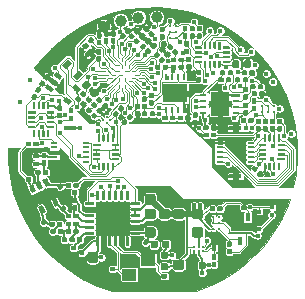
<source format=gtl>
G04 #@! TF.GenerationSoftware,KiCad,Pcbnew,5.0.2-bee76a0~70~ubuntu18.04.1*
G04 #@! TF.CreationDate,2019-06-05T01:10:18+02:00*
G04 #@! TF.ProjectId,mainboard,6d61696e-626f-4617-9264-2e6b69636164,rev?*
G04 #@! TF.SameCoordinates,Original*
G04 #@! TF.FileFunction,Copper,L1,Top*
G04 #@! TF.FilePolarity,Positive*
%FSLAX46Y46*%
G04 Gerber Fmt 4.6, Leading zero omitted, Abs format (unit mm)*
G04 Created by KiCad (PCBNEW 5.0.2-bee76a0~70~ubuntu18.04.1) date Mi 05 Jun 2019 01:10:18 CEST*
%MOMM*%
%LPD*%
G01*
G04 APERTURE LIST*
G04 #@! TA.AperFunction,BGAPad,CuDef*
%ADD10C,0.250000*%
G04 #@! TD*
G04 #@! TA.AperFunction,BGAPad,CuDef*
%ADD11C,0.200000*%
G04 #@! TD*
G04 #@! TA.AperFunction,SMDPad,CuDef*
%ADD12R,0.350000X0.350000*%
G04 #@! TD*
G04 #@! TA.AperFunction,BGAPad,CuDef*
%ADD13C,1.000000*%
G04 #@! TD*
G04 #@! TA.AperFunction,Conductor*
%ADD14C,0.100000*%
G04 #@! TD*
G04 #@! TA.AperFunction,SMDPad,CuDef*
%ADD15C,0.250000*%
G04 #@! TD*
G04 #@! TA.AperFunction,ViaPad*
%ADD16C,0.500000*%
G04 #@! TD*
G04 #@! TA.AperFunction,SMDPad,CuDef*
%ADD17C,2.600000*%
G04 #@! TD*
G04 #@! TA.AperFunction,SMDPad,CuDef*
%ADD18R,0.600000X0.250000*%
G04 #@! TD*
G04 #@! TA.AperFunction,SMDPad,CuDef*
%ADD19R,1.600000X2.000000*%
G04 #@! TD*
G04 #@! TA.AperFunction,SMDPad,CuDef*
%ADD20R,0.250000X0.600000*%
G04 #@! TD*
G04 #@! TA.AperFunction,SMDPad,CuDef*
%ADD21R,2.000000X1.600000*%
G04 #@! TD*
G04 #@! TA.AperFunction,SMDPad,CuDef*
%ADD22R,0.630000X0.230000*%
G04 #@! TD*
G04 #@! TA.AperFunction,SMDPad,CuDef*
%ADD23R,1.100000X0.380000*%
G04 #@! TD*
G04 #@! TA.AperFunction,SMDPad,CuDef*
%ADD24C,0.400000*%
G04 #@! TD*
G04 #@! TA.AperFunction,BGAPad,CuDef*
%ADD25C,0.133000*%
G04 #@! TD*
G04 #@! TA.AperFunction,SMDPad,CuDef*
%ADD26C,0.200000*%
G04 #@! TD*
G04 #@! TA.AperFunction,SMDPad,CuDef*
%ADD27C,0.590000*%
G04 #@! TD*
G04 #@! TA.AperFunction,SMDPad,CuDef*
%ADD28C,0.875000*%
G04 #@! TD*
G04 #@! TA.AperFunction,SMDPad,CuDef*
%ADD29R,1.200000X1.000000*%
G04 #@! TD*
G04 #@! TA.AperFunction,SMDPad,CuDef*
%ADD30C,0.450000*%
G04 #@! TD*
G04 #@! TA.AperFunction,SMDPad,CuDef*
%ADD31R,0.450000X0.700000*%
G04 #@! TD*
G04 #@! TA.AperFunction,ViaPad*
%ADD32C,0.450000*%
G04 #@! TD*
G04 #@! TA.AperFunction,Conductor*
%ADD33C,0.200000*%
G04 #@! TD*
G04 #@! TA.AperFunction,Conductor*
%ADD34C,0.089000*%
G04 #@! TD*
G04 #@! TA.AperFunction,Conductor*
%ADD35C,0.500000*%
G04 #@! TD*
G04 #@! TA.AperFunction,Conductor*
%ADD36C,0.300000*%
G04 #@! TD*
G04 APERTURE END LIST*
D10*
G04 #@! TO.P,Q1,A2*
G04 #@! TO.N,ISFET2_SHNT*
X2000000Y9650000D03*
G04 #@! TO.P,Q1,A1*
X1500000Y9650000D03*
G04 #@! TO.P,Q1,B2*
G04 #@! TO.N,Net-(Q1-PadB1)*
X2000000Y10150000D03*
G04 #@! TO.P,Q1,B1*
X1500000Y10150000D03*
G04 #@! TO.P,Q1,C2*
G04 #@! TO.N,Net-(Q1-PadC2)*
X2000000Y10650000D03*
G04 #@! TO.P,Q1,C1*
G04 #@! TO.N,ISFET2_SHNT*
X1500000Y10650000D03*
G04 #@! TD*
D11*
G04 #@! TO.P,U7,A2*
G04 #@! TO.N,+5VA*
X-3604457Y2737060D03*
G04 #@! TO.P,U7,A1*
G04 #@! TO.N,GNDD*
X-3887300Y2454217D03*
G04 #@! TO.P,U7,B2*
G04 #@! TO.N,T_EN*
X-3887300Y3019903D03*
G04 #@! TO.P,U7,B1*
G04 #@! TO.N,Net-(R40-Pad2)*
X-4170143Y2737060D03*
G04 #@! TD*
D10*
G04 #@! TO.P,Q2,C1*
G04 #@! TO.N,ISFET1_SHNT*
X10250000Y3900000D03*
G04 #@! TO.P,Q2,C2*
G04 #@! TO.N,Net-(Q2-PadC2)*
X10250000Y3400000D03*
G04 #@! TO.P,Q2,B1*
G04 #@! TO.N,Net-(Q2-PadB1)*
X9750000Y3900000D03*
G04 #@! TO.P,Q2,B2*
X9750000Y3400000D03*
G04 #@! TO.P,Q2,A1*
G04 #@! TO.N,ISFET1_SHNT*
X9250000Y3900000D03*
G04 #@! TO.P,Q2,A2*
X9250000Y3400000D03*
G04 #@! TD*
G04 #@! TO.P,Q3,C1*
G04 #@! TO.N,+BATT*
X5150000Y-5500000D03*
G04 #@! TO.P,Q3,C2*
G04 #@! TO.N,Net-(Q3-PadC2)*
X5650000Y-5500000D03*
G04 #@! TO.P,Q3,B1*
G04 #@! TO.N,+BATT*
X5150000Y-6000000D03*
G04 #@! TO.P,Q3,B2*
X5650000Y-6000000D03*
G04 #@! TO.P,Q3,A1*
G04 #@! TO.N,VCC*
X5150000Y-6500000D03*
G04 #@! TO.P,Q3,A2*
G04 #@! TO.N,Net-(Q3-PadA2)*
X5650000Y-6500000D03*
G04 #@! TD*
D11*
G04 #@! TO.P,U10,C1*
G04 #@! TO.N,AFE_EN*
X4300000Y-8000000D03*
G04 #@! TO.P,U10,C2*
G04 #@! TO.N,Net-(R34-Pad2)*
X4300000Y-8400000D03*
G04 #@! TO.P,U10,B1*
G04 #@! TO.N,Net-(L9-Pad2)*
X3900000Y-8000000D03*
G04 #@! TO.P,U10,B2*
G04 #@! TO.N,+5VA*
X3900000Y-8400000D03*
G04 #@! TO.P,U10,A1*
G04 #@! TO.N,VCC*
X3500000Y-8000000D03*
G04 #@! TO.P,U10,A2*
G04 #@! TO.N,GNDD*
X3500000Y-8400000D03*
G04 #@! TD*
D12*
G04 #@! TO.P,D2,2*
G04 #@! TO.N,GNDD*
X10140000Y-6125000D03*
G04 #@! TO.P,D2,1*
G04 #@! TO.N,TAG_EN*
X10140000Y-4675000D03*
G04 #@! TD*
D13*
G04 #@! TO.P,J19,1*
G04 #@! TO.N,VCC*
X-2697700Y11125360D03*
G04 #@! TD*
G04 #@! TO.P,J20,1*
G04 #@! TO.N,GNDD*
X-4142960Y10637680D03*
G04 #@! TD*
G04 #@! TO.P,J18,1*
G04 #@! TO.N,SWCLK*
X-1196560Y11379360D03*
G04 #@! TD*
G04 #@! TO.P,J17,1*
G04 #@! TO.N,SWDIO*
X332520Y11414920D03*
G04 #@! TD*
D14*
G04 #@! TO.N,Net-(C2-Pad1)*
G04 #@! TO.C,U1*
G36*
X-4981374Y-6725301D02*
X-4975307Y-6726201D01*
X-4969357Y-6727691D01*
X-4963582Y-6729758D01*
X-4958038Y-6732380D01*
X-4952777Y-6735533D01*
X-4947850Y-6739187D01*
X-4943306Y-6743306D01*
X-4939187Y-6747850D01*
X-4935533Y-6752777D01*
X-4932380Y-6758038D01*
X-4929758Y-6763582D01*
X-4927691Y-6769357D01*
X-4926201Y-6775307D01*
X-4925301Y-6781374D01*
X-4925000Y-6787500D01*
X-4925000Y-6912500D01*
X-4925301Y-6918626D01*
X-4926201Y-6924693D01*
X-4927691Y-6930643D01*
X-4929758Y-6936418D01*
X-4932380Y-6941962D01*
X-4935533Y-6947223D01*
X-4939187Y-6952150D01*
X-4943306Y-6956694D01*
X-4947850Y-6960813D01*
X-4952777Y-6964467D01*
X-4958038Y-6967620D01*
X-4963582Y-6970242D01*
X-4969357Y-6972309D01*
X-4975307Y-6973799D01*
X-4981374Y-6974699D01*
X-4987500Y-6975000D01*
X-5687500Y-6975000D01*
X-5693626Y-6974699D01*
X-5699693Y-6973799D01*
X-5705643Y-6972309D01*
X-5711418Y-6970242D01*
X-5716962Y-6967620D01*
X-5722223Y-6964467D01*
X-5727150Y-6960813D01*
X-5731694Y-6956694D01*
X-5735813Y-6952150D01*
X-5739467Y-6947223D01*
X-5742620Y-6941962D01*
X-5745242Y-6936418D01*
X-5747309Y-6930643D01*
X-5748799Y-6924693D01*
X-5749699Y-6918626D01*
X-5750000Y-6912500D01*
X-5750000Y-6787500D01*
X-5749699Y-6781374D01*
X-5748799Y-6775307D01*
X-5747309Y-6769357D01*
X-5745242Y-6763582D01*
X-5742620Y-6758038D01*
X-5739467Y-6752777D01*
X-5735813Y-6747850D01*
X-5731694Y-6743306D01*
X-5727150Y-6739187D01*
X-5722223Y-6735533D01*
X-5716962Y-6732380D01*
X-5711418Y-6729758D01*
X-5705643Y-6727691D01*
X-5699693Y-6726201D01*
X-5693626Y-6725301D01*
X-5687500Y-6725000D01*
X-4987500Y-6725000D01*
X-4981374Y-6725301D01*
X-4981374Y-6725301D01*
G37*
D15*
G04 #@! TD*
G04 #@! TO.P,U1,24*
G04 #@! TO.N,Net-(C2-Pad1)*
X-5337500Y-6850000D03*
D14*
G04 #@! TO.N,Net-(C3-Pad2)*
G04 #@! TO.C,U1*
G36*
X-4981374Y-6225301D02*
X-4975307Y-6226201D01*
X-4969357Y-6227691D01*
X-4963582Y-6229758D01*
X-4958038Y-6232380D01*
X-4952777Y-6235533D01*
X-4947850Y-6239187D01*
X-4943306Y-6243306D01*
X-4939187Y-6247850D01*
X-4935533Y-6252777D01*
X-4932380Y-6258038D01*
X-4929758Y-6263582D01*
X-4927691Y-6269357D01*
X-4926201Y-6275307D01*
X-4925301Y-6281374D01*
X-4925000Y-6287500D01*
X-4925000Y-6412500D01*
X-4925301Y-6418626D01*
X-4926201Y-6424693D01*
X-4927691Y-6430643D01*
X-4929758Y-6436418D01*
X-4932380Y-6441962D01*
X-4935533Y-6447223D01*
X-4939187Y-6452150D01*
X-4943306Y-6456694D01*
X-4947850Y-6460813D01*
X-4952777Y-6464467D01*
X-4958038Y-6467620D01*
X-4963582Y-6470242D01*
X-4969357Y-6472309D01*
X-4975307Y-6473799D01*
X-4981374Y-6474699D01*
X-4987500Y-6475000D01*
X-5687500Y-6475000D01*
X-5693626Y-6474699D01*
X-5699693Y-6473799D01*
X-5705643Y-6472309D01*
X-5711418Y-6470242D01*
X-5716962Y-6467620D01*
X-5722223Y-6464467D01*
X-5727150Y-6460813D01*
X-5731694Y-6456694D01*
X-5735813Y-6452150D01*
X-5739467Y-6447223D01*
X-5742620Y-6441962D01*
X-5745242Y-6436418D01*
X-5747309Y-6430643D01*
X-5748799Y-6424693D01*
X-5749699Y-6418626D01*
X-5750000Y-6412500D01*
X-5750000Y-6287500D01*
X-5749699Y-6281374D01*
X-5748799Y-6275307D01*
X-5747309Y-6269357D01*
X-5745242Y-6263582D01*
X-5742620Y-6258038D01*
X-5739467Y-6252777D01*
X-5735813Y-6247850D01*
X-5731694Y-6243306D01*
X-5727150Y-6239187D01*
X-5722223Y-6235533D01*
X-5716962Y-6232380D01*
X-5711418Y-6229758D01*
X-5705643Y-6227691D01*
X-5699693Y-6226201D01*
X-5693626Y-6225301D01*
X-5687500Y-6225000D01*
X-4987500Y-6225000D01*
X-4981374Y-6225301D01*
X-4981374Y-6225301D01*
G37*
D15*
G04 #@! TD*
G04 #@! TO.P,U1,23*
G04 #@! TO.N,Net-(C3-Pad2)*
X-5337500Y-6350000D03*
D14*
G04 #@! TO.N,Net-(C12-Pad2)*
G04 #@! TO.C,U1*
G36*
X-4981374Y-5725301D02*
X-4975307Y-5726201D01*
X-4969357Y-5727691D01*
X-4963582Y-5729758D01*
X-4958038Y-5732380D01*
X-4952777Y-5735533D01*
X-4947850Y-5739187D01*
X-4943306Y-5743306D01*
X-4939187Y-5747850D01*
X-4935533Y-5752777D01*
X-4932380Y-5758038D01*
X-4929758Y-5763582D01*
X-4927691Y-5769357D01*
X-4926201Y-5775307D01*
X-4925301Y-5781374D01*
X-4925000Y-5787500D01*
X-4925000Y-5912500D01*
X-4925301Y-5918626D01*
X-4926201Y-5924693D01*
X-4927691Y-5930643D01*
X-4929758Y-5936418D01*
X-4932380Y-5941962D01*
X-4935533Y-5947223D01*
X-4939187Y-5952150D01*
X-4943306Y-5956694D01*
X-4947850Y-5960813D01*
X-4952777Y-5964467D01*
X-4958038Y-5967620D01*
X-4963582Y-5970242D01*
X-4969357Y-5972309D01*
X-4975307Y-5973799D01*
X-4981374Y-5974699D01*
X-4987500Y-5975000D01*
X-5687500Y-5975000D01*
X-5693626Y-5974699D01*
X-5699693Y-5973799D01*
X-5705643Y-5972309D01*
X-5711418Y-5970242D01*
X-5716962Y-5967620D01*
X-5722223Y-5964467D01*
X-5727150Y-5960813D01*
X-5731694Y-5956694D01*
X-5735813Y-5952150D01*
X-5739467Y-5947223D01*
X-5742620Y-5941962D01*
X-5745242Y-5936418D01*
X-5747309Y-5930643D01*
X-5748799Y-5924693D01*
X-5749699Y-5918626D01*
X-5750000Y-5912500D01*
X-5750000Y-5787500D01*
X-5749699Y-5781374D01*
X-5748799Y-5775307D01*
X-5747309Y-5769357D01*
X-5745242Y-5763582D01*
X-5742620Y-5758038D01*
X-5739467Y-5752777D01*
X-5735813Y-5747850D01*
X-5731694Y-5743306D01*
X-5727150Y-5739187D01*
X-5722223Y-5735533D01*
X-5716962Y-5732380D01*
X-5711418Y-5729758D01*
X-5705643Y-5727691D01*
X-5699693Y-5726201D01*
X-5693626Y-5725301D01*
X-5687500Y-5725000D01*
X-4987500Y-5725000D01*
X-4981374Y-5725301D01*
X-4981374Y-5725301D01*
G37*
D15*
G04 #@! TD*
G04 #@! TO.P,U1,22*
G04 #@! TO.N,Net-(C12-Pad2)*
X-5337500Y-5850000D03*
D14*
G04 #@! TO.N,Net-(C17-Pad1)*
G04 #@! TO.C,U1*
G36*
X-4981374Y-5225301D02*
X-4975307Y-5226201D01*
X-4969357Y-5227691D01*
X-4963582Y-5229758D01*
X-4958038Y-5232380D01*
X-4952777Y-5235533D01*
X-4947850Y-5239187D01*
X-4943306Y-5243306D01*
X-4939187Y-5247850D01*
X-4935533Y-5252777D01*
X-4932380Y-5258038D01*
X-4929758Y-5263582D01*
X-4927691Y-5269357D01*
X-4926201Y-5275307D01*
X-4925301Y-5281374D01*
X-4925000Y-5287500D01*
X-4925000Y-5412500D01*
X-4925301Y-5418626D01*
X-4926201Y-5424693D01*
X-4927691Y-5430643D01*
X-4929758Y-5436418D01*
X-4932380Y-5441962D01*
X-4935533Y-5447223D01*
X-4939187Y-5452150D01*
X-4943306Y-5456694D01*
X-4947850Y-5460813D01*
X-4952777Y-5464467D01*
X-4958038Y-5467620D01*
X-4963582Y-5470242D01*
X-4969357Y-5472309D01*
X-4975307Y-5473799D01*
X-4981374Y-5474699D01*
X-4987500Y-5475000D01*
X-5687500Y-5475000D01*
X-5693626Y-5474699D01*
X-5699693Y-5473799D01*
X-5705643Y-5472309D01*
X-5711418Y-5470242D01*
X-5716962Y-5467620D01*
X-5722223Y-5464467D01*
X-5727150Y-5460813D01*
X-5731694Y-5456694D01*
X-5735813Y-5452150D01*
X-5739467Y-5447223D01*
X-5742620Y-5441962D01*
X-5745242Y-5436418D01*
X-5747309Y-5430643D01*
X-5748799Y-5424693D01*
X-5749699Y-5418626D01*
X-5750000Y-5412500D01*
X-5750000Y-5287500D01*
X-5749699Y-5281374D01*
X-5748799Y-5275307D01*
X-5747309Y-5269357D01*
X-5745242Y-5263582D01*
X-5742620Y-5258038D01*
X-5739467Y-5252777D01*
X-5735813Y-5247850D01*
X-5731694Y-5243306D01*
X-5727150Y-5239187D01*
X-5722223Y-5235533D01*
X-5716962Y-5232380D01*
X-5711418Y-5229758D01*
X-5705643Y-5227691D01*
X-5699693Y-5226201D01*
X-5693626Y-5225301D01*
X-5687500Y-5225000D01*
X-4987500Y-5225000D01*
X-4981374Y-5225301D01*
X-4981374Y-5225301D01*
G37*
D15*
G04 #@! TD*
G04 #@! TO.P,U1,21*
G04 #@! TO.N,Net-(C17-Pad1)*
X-5337500Y-5350000D03*
D14*
G04 #@! TO.N,GNDD*
G04 #@! TO.C,U1*
G36*
X-4981374Y-4725301D02*
X-4975307Y-4726201D01*
X-4969357Y-4727691D01*
X-4963582Y-4729758D01*
X-4958038Y-4732380D01*
X-4952777Y-4735533D01*
X-4947850Y-4739187D01*
X-4943306Y-4743306D01*
X-4939187Y-4747850D01*
X-4935533Y-4752777D01*
X-4932380Y-4758038D01*
X-4929758Y-4763582D01*
X-4927691Y-4769357D01*
X-4926201Y-4775307D01*
X-4925301Y-4781374D01*
X-4925000Y-4787500D01*
X-4925000Y-4912500D01*
X-4925301Y-4918626D01*
X-4926201Y-4924693D01*
X-4927691Y-4930643D01*
X-4929758Y-4936418D01*
X-4932380Y-4941962D01*
X-4935533Y-4947223D01*
X-4939187Y-4952150D01*
X-4943306Y-4956694D01*
X-4947850Y-4960813D01*
X-4952777Y-4964467D01*
X-4958038Y-4967620D01*
X-4963582Y-4970242D01*
X-4969357Y-4972309D01*
X-4975307Y-4973799D01*
X-4981374Y-4974699D01*
X-4987500Y-4975000D01*
X-5687500Y-4975000D01*
X-5693626Y-4974699D01*
X-5699693Y-4973799D01*
X-5705643Y-4972309D01*
X-5711418Y-4970242D01*
X-5716962Y-4967620D01*
X-5722223Y-4964467D01*
X-5727150Y-4960813D01*
X-5731694Y-4956694D01*
X-5735813Y-4952150D01*
X-5739467Y-4947223D01*
X-5742620Y-4941962D01*
X-5745242Y-4936418D01*
X-5747309Y-4930643D01*
X-5748799Y-4924693D01*
X-5749699Y-4918626D01*
X-5750000Y-4912500D01*
X-5750000Y-4787500D01*
X-5749699Y-4781374D01*
X-5748799Y-4775307D01*
X-5747309Y-4769357D01*
X-5745242Y-4763582D01*
X-5742620Y-4758038D01*
X-5739467Y-4752777D01*
X-5735813Y-4747850D01*
X-5731694Y-4743306D01*
X-5727150Y-4739187D01*
X-5722223Y-4735533D01*
X-5716962Y-4732380D01*
X-5711418Y-4729758D01*
X-5705643Y-4727691D01*
X-5699693Y-4726201D01*
X-5693626Y-4725301D01*
X-5687500Y-4725000D01*
X-4987500Y-4725000D01*
X-4981374Y-4725301D01*
X-4981374Y-4725301D01*
G37*
D15*
G04 #@! TD*
G04 #@! TO.P,U1,20*
G04 #@! TO.N,GNDD*
X-5337500Y-4850000D03*
D14*
G04 #@! TO.N,RF_CS*
G04 #@! TO.C,U1*
G36*
X-4981374Y-4225301D02*
X-4975307Y-4226201D01*
X-4969357Y-4227691D01*
X-4963582Y-4229758D01*
X-4958038Y-4232380D01*
X-4952777Y-4235533D01*
X-4947850Y-4239187D01*
X-4943306Y-4243306D01*
X-4939187Y-4247850D01*
X-4935533Y-4252777D01*
X-4932380Y-4258038D01*
X-4929758Y-4263582D01*
X-4927691Y-4269357D01*
X-4926201Y-4275307D01*
X-4925301Y-4281374D01*
X-4925000Y-4287500D01*
X-4925000Y-4412500D01*
X-4925301Y-4418626D01*
X-4926201Y-4424693D01*
X-4927691Y-4430643D01*
X-4929758Y-4436418D01*
X-4932380Y-4441962D01*
X-4935533Y-4447223D01*
X-4939187Y-4452150D01*
X-4943306Y-4456694D01*
X-4947850Y-4460813D01*
X-4952777Y-4464467D01*
X-4958038Y-4467620D01*
X-4963582Y-4470242D01*
X-4969357Y-4472309D01*
X-4975307Y-4473799D01*
X-4981374Y-4474699D01*
X-4987500Y-4475000D01*
X-5687500Y-4475000D01*
X-5693626Y-4474699D01*
X-5699693Y-4473799D01*
X-5705643Y-4472309D01*
X-5711418Y-4470242D01*
X-5716962Y-4467620D01*
X-5722223Y-4464467D01*
X-5727150Y-4460813D01*
X-5731694Y-4456694D01*
X-5735813Y-4452150D01*
X-5739467Y-4447223D01*
X-5742620Y-4441962D01*
X-5745242Y-4436418D01*
X-5747309Y-4430643D01*
X-5748799Y-4424693D01*
X-5749699Y-4418626D01*
X-5750000Y-4412500D01*
X-5750000Y-4287500D01*
X-5749699Y-4281374D01*
X-5748799Y-4275307D01*
X-5747309Y-4269357D01*
X-5745242Y-4263582D01*
X-5742620Y-4258038D01*
X-5739467Y-4252777D01*
X-5735813Y-4247850D01*
X-5731694Y-4243306D01*
X-5727150Y-4239187D01*
X-5722223Y-4235533D01*
X-5716962Y-4232380D01*
X-5711418Y-4229758D01*
X-5705643Y-4227691D01*
X-5699693Y-4226201D01*
X-5693626Y-4225301D01*
X-5687500Y-4225000D01*
X-4987500Y-4225000D01*
X-4981374Y-4225301D01*
X-4981374Y-4225301D01*
G37*
D15*
G04 #@! TD*
G04 #@! TO.P,U1,19*
G04 #@! TO.N,RF_CS*
X-5337500Y-4350000D03*
D14*
G04 #@! TO.N,RF_SCK*
G04 #@! TO.C,U1*
G36*
X-4581374Y-3250301D02*
X-4575307Y-3251201D01*
X-4569357Y-3252691D01*
X-4563582Y-3254758D01*
X-4558038Y-3257380D01*
X-4552777Y-3260533D01*
X-4547850Y-3264187D01*
X-4543306Y-3268306D01*
X-4539187Y-3272850D01*
X-4535533Y-3277777D01*
X-4532380Y-3283038D01*
X-4529758Y-3288582D01*
X-4527691Y-3294357D01*
X-4526201Y-3300307D01*
X-4525301Y-3306374D01*
X-4525000Y-3312500D01*
X-4525000Y-4012500D01*
X-4525301Y-4018626D01*
X-4526201Y-4024693D01*
X-4527691Y-4030643D01*
X-4529758Y-4036418D01*
X-4532380Y-4041962D01*
X-4535533Y-4047223D01*
X-4539187Y-4052150D01*
X-4543306Y-4056694D01*
X-4547850Y-4060813D01*
X-4552777Y-4064467D01*
X-4558038Y-4067620D01*
X-4563582Y-4070242D01*
X-4569357Y-4072309D01*
X-4575307Y-4073799D01*
X-4581374Y-4074699D01*
X-4587500Y-4075000D01*
X-4712500Y-4075000D01*
X-4718626Y-4074699D01*
X-4724693Y-4073799D01*
X-4730643Y-4072309D01*
X-4736418Y-4070242D01*
X-4741962Y-4067620D01*
X-4747223Y-4064467D01*
X-4752150Y-4060813D01*
X-4756694Y-4056694D01*
X-4760813Y-4052150D01*
X-4764467Y-4047223D01*
X-4767620Y-4041962D01*
X-4770242Y-4036418D01*
X-4772309Y-4030643D01*
X-4773799Y-4024693D01*
X-4774699Y-4018626D01*
X-4775000Y-4012500D01*
X-4775000Y-3312500D01*
X-4774699Y-3306374D01*
X-4773799Y-3300307D01*
X-4772309Y-3294357D01*
X-4770242Y-3288582D01*
X-4767620Y-3283038D01*
X-4764467Y-3277777D01*
X-4760813Y-3272850D01*
X-4756694Y-3268306D01*
X-4752150Y-3264187D01*
X-4747223Y-3260533D01*
X-4741962Y-3257380D01*
X-4736418Y-3254758D01*
X-4730643Y-3252691D01*
X-4724693Y-3251201D01*
X-4718626Y-3250301D01*
X-4712500Y-3250000D01*
X-4587500Y-3250000D01*
X-4581374Y-3250301D01*
X-4581374Y-3250301D01*
G37*
D15*
G04 #@! TD*
G04 #@! TO.P,U1,18*
G04 #@! TO.N,RF_SCK*
X-4650000Y-3662500D03*
D14*
G04 #@! TO.N,RF_MOSI*
G04 #@! TO.C,U1*
G36*
X-4081374Y-3250301D02*
X-4075307Y-3251201D01*
X-4069357Y-3252691D01*
X-4063582Y-3254758D01*
X-4058038Y-3257380D01*
X-4052777Y-3260533D01*
X-4047850Y-3264187D01*
X-4043306Y-3268306D01*
X-4039187Y-3272850D01*
X-4035533Y-3277777D01*
X-4032380Y-3283038D01*
X-4029758Y-3288582D01*
X-4027691Y-3294357D01*
X-4026201Y-3300307D01*
X-4025301Y-3306374D01*
X-4025000Y-3312500D01*
X-4025000Y-4012500D01*
X-4025301Y-4018626D01*
X-4026201Y-4024693D01*
X-4027691Y-4030643D01*
X-4029758Y-4036418D01*
X-4032380Y-4041962D01*
X-4035533Y-4047223D01*
X-4039187Y-4052150D01*
X-4043306Y-4056694D01*
X-4047850Y-4060813D01*
X-4052777Y-4064467D01*
X-4058038Y-4067620D01*
X-4063582Y-4070242D01*
X-4069357Y-4072309D01*
X-4075307Y-4073799D01*
X-4081374Y-4074699D01*
X-4087500Y-4075000D01*
X-4212500Y-4075000D01*
X-4218626Y-4074699D01*
X-4224693Y-4073799D01*
X-4230643Y-4072309D01*
X-4236418Y-4070242D01*
X-4241962Y-4067620D01*
X-4247223Y-4064467D01*
X-4252150Y-4060813D01*
X-4256694Y-4056694D01*
X-4260813Y-4052150D01*
X-4264467Y-4047223D01*
X-4267620Y-4041962D01*
X-4270242Y-4036418D01*
X-4272309Y-4030643D01*
X-4273799Y-4024693D01*
X-4274699Y-4018626D01*
X-4275000Y-4012500D01*
X-4275000Y-3312500D01*
X-4274699Y-3306374D01*
X-4273799Y-3300307D01*
X-4272309Y-3294357D01*
X-4270242Y-3288582D01*
X-4267620Y-3283038D01*
X-4264467Y-3277777D01*
X-4260813Y-3272850D01*
X-4256694Y-3268306D01*
X-4252150Y-3264187D01*
X-4247223Y-3260533D01*
X-4241962Y-3257380D01*
X-4236418Y-3254758D01*
X-4230643Y-3252691D01*
X-4224693Y-3251201D01*
X-4218626Y-3250301D01*
X-4212500Y-3250000D01*
X-4087500Y-3250000D01*
X-4081374Y-3250301D01*
X-4081374Y-3250301D01*
G37*
D15*
G04 #@! TD*
G04 #@! TO.P,U1,17*
G04 #@! TO.N,RF_MOSI*
X-4150000Y-3662500D03*
D14*
G04 #@! TO.N,RF_MISO*
G04 #@! TO.C,U1*
G36*
X-3581374Y-3250301D02*
X-3575307Y-3251201D01*
X-3569357Y-3252691D01*
X-3563582Y-3254758D01*
X-3558038Y-3257380D01*
X-3552777Y-3260533D01*
X-3547850Y-3264187D01*
X-3543306Y-3268306D01*
X-3539187Y-3272850D01*
X-3535533Y-3277777D01*
X-3532380Y-3283038D01*
X-3529758Y-3288582D01*
X-3527691Y-3294357D01*
X-3526201Y-3300307D01*
X-3525301Y-3306374D01*
X-3525000Y-3312500D01*
X-3525000Y-4012500D01*
X-3525301Y-4018626D01*
X-3526201Y-4024693D01*
X-3527691Y-4030643D01*
X-3529758Y-4036418D01*
X-3532380Y-4041962D01*
X-3535533Y-4047223D01*
X-3539187Y-4052150D01*
X-3543306Y-4056694D01*
X-3547850Y-4060813D01*
X-3552777Y-4064467D01*
X-3558038Y-4067620D01*
X-3563582Y-4070242D01*
X-3569357Y-4072309D01*
X-3575307Y-4073799D01*
X-3581374Y-4074699D01*
X-3587500Y-4075000D01*
X-3712500Y-4075000D01*
X-3718626Y-4074699D01*
X-3724693Y-4073799D01*
X-3730643Y-4072309D01*
X-3736418Y-4070242D01*
X-3741962Y-4067620D01*
X-3747223Y-4064467D01*
X-3752150Y-4060813D01*
X-3756694Y-4056694D01*
X-3760813Y-4052150D01*
X-3764467Y-4047223D01*
X-3767620Y-4041962D01*
X-3770242Y-4036418D01*
X-3772309Y-4030643D01*
X-3773799Y-4024693D01*
X-3774699Y-4018626D01*
X-3775000Y-4012500D01*
X-3775000Y-3312500D01*
X-3774699Y-3306374D01*
X-3773799Y-3300307D01*
X-3772309Y-3294357D01*
X-3770242Y-3288582D01*
X-3767620Y-3283038D01*
X-3764467Y-3277777D01*
X-3760813Y-3272850D01*
X-3756694Y-3268306D01*
X-3752150Y-3264187D01*
X-3747223Y-3260533D01*
X-3741962Y-3257380D01*
X-3736418Y-3254758D01*
X-3730643Y-3252691D01*
X-3724693Y-3251201D01*
X-3718626Y-3250301D01*
X-3712500Y-3250000D01*
X-3587500Y-3250000D01*
X-3581374Y-3250301D01*
X-3581374Y-3250301D01*
G37*
D15*
G04 #@! TD*
G04 #@! TO.P,U1,16*
G04 #@! TO.N,RF_MISO*
X-3650000Y-3662500D03*
D14*
G04 #@! TO.N,RF_RST*
G04 #@! TO.C,U1*
G36*
X-3081374Y-3250301D02*
X-3075307Y-3251201D01*
X-3069357Y-3252691D01*
X-3063582Y-3254758D01*
X-3058038Y-3257380D01*
X-3052777Y-3260533D01*
X-3047850Y-3264187D01*
X-3043306Y-3268306D01*
X-3039187Y-3272850D01*
X-3035533Y-3277777D01*
X-3032380Y-3283038D01*
X-3029758Y-3288582D01*
X-3027691Y-3294357D01*
X-3026201Y-3300307D01*
X-3025301Y-3306374D01*
X-3025000Y-3312500D01*
X-3025000Y-4012500D01*
X-3025301Y-4018626D01*
X-3026201Y-4024693D01*
X-3027691Y-4030643D01*
X-3029758Y-4036418D01*
X-3032380Y-4041962D01*
X-3035533Y-4047223D01*
X-3039187Y-4052150D01*
X-3043306Y-4056694D01*
X-3047850Y-4060813D01*
X-3052777Y-4064467D01*
X-3058038Y-4067620D01*
X-3063582Y-4070242D01*
X-3069357Y-4072309D01*
X-3075307Y-4073799D01*
X-3081374Y-4074699D01*
X-3087500Y-4075000D01*
X-3212500Y-4075000D01*
X-3218626Y-4074699D01*
X-3224693Y-4073799D01*
X-3230643Y-4072309D01*
X-3236418Y-4070242D01*
X-3241962Y-4067620D01*
X-3247223Y-4064467D01*
X-3252150Y-4060813D01*
X-3256694Y-4056694D01*
X-3260813Y-4052150D01*
X-3264467Y-4047223D01*
X-3267620Y-4041962D01*
X-3270242Y-4036418D01*
X-3272309Y-4030643D01*
X-3273799Y-4024693D01*
X-3274699Y-4018626D01*
X-3275000Y-4012500D01*
X-3275000Y-3312500D01*
X-3274699Y-3306374D01*
X-3273799Y-3300307D01*
X-3272309Y-3294357D01*
X-3270242Y-3288582D01*
X-3267620Y-3283038D01*
X-3264467Y-3277777D01*
X-3260813Y-3272850D01*
X-3256694Y-3268306D01*
X-3252150Y-3264187D01*
X-3247223Y-3260533D01*
X-3241962Y-3257380D01*
X-3236418Y-3254758D01*
X-3230643Y-3252691D01*
X-3224693Y-3251201D01*
X-3218626Y-3250301D01*
X-3212500Y-3250000D01*
X-3087500Y-3250000D01*
X-3081374Y-3250301D01*
X-3081374Y-3250301D01*
G37*
D15*
G04 #@! TD*
G04 #@! TO.P,U1,15*
G04 #@! TO.N,RF_RST*
X-3150000Y-3662500D03*
D14*
G04 #@! TO.N,RF_BUSY*
G04 #@! TO.C,U1*
G36*
X-2581374Y-3250301D02*
X-2575307Y-3251201D01*
X-2569357Y-3252691D01*
X-2563582Y-3254758D01*
X-2558038Y-3257380D01*
X-2552777Y-3260533D01*
X-2547850Y-3264187D01*
X-2543306Y-3268306D01*
X-2539187Y-3272850D01*
X-2535533Y-3277777D01*
X-2532380Y-3283038D01*
X-2529758Y-3288582D01*
X-2527691Y-3294357D01*
X-2526201Y-3300307D01*
X-2525301Y-3306374D01*
X-2525000Y-3312500D01*
X-2525000Y-4012500D01*
X-2525301Y-4018626D01*
X-2526201Y-4024693D01*
X-2527691Y-4030643D01*
X-2529758Y-4036418D01*
X-2532380Y-4041962D01*
X-2535533Y-4047223D01*
X-2539187Y-4052150D01*
X-2543306Y-4056694D01*
X-2547850Y-4060813D01*
X-2552777Y-4064467D01*
X-2558038Y-4067620D01*
X-2563582Y-4070242D01*
X-2569357Y-4072309D01*
X-2575307Y-4073799D01*
X-2581374Y-4074699D01*
X-2587500Y-4075000D01*
X-2712500Y-4075000D01*
X-2718626Y-4074699D01*
X-2724693Y-4073799D01*
X-2730643Y-4072309D01*
X-2736418Y-4070242D01*
X-2741962Y-4067620D01*
X-2747223Y-4064467D01*
X-2752150Y-4060813D01*
X-2756694Y-4056694D01*
X-2760813Y-4052150D01*
X-2764467Y-4047223D01*
X-2767620Y-4041962D01*
X-2770242Y-4036418D01*
X-2772309Y-4030643D01*
X-2773799Y-4024693D01*
X-2774699Y-4018626D01*
X-2775000Y-4012500D01*
X-2775000Y-3312500D01*
X-2774699Y-3306374D01*
X-2773799Y-3300307D01*
X-2772309Y-3294357D01*
X-2770242Y-3288582D01*
X-2767620Y-3283038D01*
X-2764467Y-3277777D01*
X-2760813Y-3272850D01*
X-2756694Y-3268306D01*
X-2752150Y-3264187D01*
X-2747223Y-3260533D01*
X-2741962Y-3257380D01*
X-2736418Y-3254758D01*
X-2730643Y-3252691D01*
X-2724693Y-3251201D01*
X-2718626Y-3250301D01*
X-2712500Y-3250000D01*
X-2587500Y-3250000D01*
X-2581374Y-3250301D01*
X-2581374Y-3250301D01*
G37*
D15*
G04 #@! TD*
G04 #@! TO.P,U1,14*
G04 #@! TO.N,RF_BUSY*
X-2650000Y-3662500D03*
D14*
G04 #@! TO.N,Net-(U1-Pad13)*
G04 #@! TO.C,U1*
G36*
X-2081374Y-3250301D02*
X-2075307Y-3251201D01*
X-2069357Y-3252691D01*
X-2063582Y-3254758D01*
X-2058038Y-3257380D01*
X-2052777Y-3260533D01*
X-2047850Y-3264187D01*
X-2043306Y-3268306D01*
X-2039187Y-3272850D01*
X-2035533Y-3277777D01*
X-2032380Y-3283038D01*
X-2029758Y-3288582D01*
X-2027691Y-3294357D01*
X-2026201Y-3300307D01*
X-2025301Y-3306374D01*
X-2025000Y-3312500D01*
X-2025000Y-4012500D01*
X-2025301Y-4018626D01*
X-2026201Y-4024693D01*
X-2027691Y-4030643D01*
X-2029758Y-4036418D01*
X-2032380Y-4041962D01*
X-2035533Y-4047223D01*
X-2039187Y-4052150D01*
X-2043306Y-4056694D01*
X-2047850Y-4060813D01*
X-2052777Y-4064467D01*
X-2058038Y-4067620D01*
X-2063582Y-4070242D01*
X-2069357Y-4072309D01*
X-2075307Y-4073799D01*
X-2081374Y-4074699D01*
X-2087500Y-4075000D01*
X-2212500Y-4075000D01*
X-2218626Y-4074699D01*
X-2224693Y-4073799D01*
X-2230643Y-4072309D01*
X-2236418Y-4070242D01*
X-2241962Y-4067620D01*
X-2247223Y-4064467D01*
X-2252150Y-4060813D01*
X-2256694Y-4056694D01*
X-2260813Y-4052150D01*
X-2264467Y-4047223D01*
X-2267620Y-4041962D01*
X-2270242Y-4036418D01*
X-2272309Y-4030643D01*
X-2273799Y-4024693D01*
X-2274699Y-4018626D01*
X-2275000Y-4012500D01*
X-2275000Y-3312500D01*
X-2274699Y-3306374D01*
X-2273799Y-3300307D01*
X-2272309Y-3294357D01*
X-2270242Y-3288582D01*
X-2267620Y-3283038D01*
X-2264467Y-3277777D01*
X-2260813Y-3272850D01*
X-2256694Y-3268306D01*
X-2252150Y-3264187D01*
X-2247223Y-3260533D01*
X-2241962Y-3257380D01*
X-2236418Y-3254758D01*
X-2230643Y-3252691D01*
X-2224693Y-3251201D01*
X-2218626Y-3250301D01*
X-2212500Y-3250000D01*
X-2087500Y-3250000D01*
X-2081374Y-3250301D01*
X-2081374Y-3250301D01*
G37*
D15*
G04 #@! TD*
G04 #@! TO.P,U1,13*
G04 #@! TO.N,Net-(U1-Pad13)*
X-2150000Y-3662500D03*
D14*
G04 #@! TO.N,DIO2*
G04 #@! TO.C,U1*
G36*
X-1106374Y-4225301D02*
X-1100307Y-4226201D01*
X-1094357Y-4227691D01*
X-1088582Y-4229758D01*
X-1083038Y-4232380D01*
X-1077777Y-4235533D01*
X-1072850Y-4239187D01*
X-1068306Y-4243306D01*
X-1064187Y-4247850D01*
X-1060533Y-4252777D01*
X-1057380Y-4258038D01*
X-1054758Y-4263582D01*
X-1052691Y-4269357D01*
X-1051201Y-4275307D01*
X-1050301Y-4281374D01*
X-1050000Y-4287500D01*
X-1050000Y-4412500D01*
X-1050301Y-4418626D01*
X-1051201Y-4424693D01*
X-1052691Y-4430643D01*
X-1054758Y-4436418D01*
X-1057380Y-4441962D01*
X-1060533Y-4447223D01*
X-1064187Y-4452150D01*
X-1068306Y-4456694D01*
X-1072850Y-4460813D01*
X-1077777Y-4464467D01*
X-1083038Y-4467620D01*
X-1088582Y-4470242D01*
X-1094357Y-4472309D01*
X-1100307Y-4473799D01*
X-1106374Y-4474699D01*
X-1112500Y-4475000D01*
X-1812500Y-4475000D01*
X-1818626Y-4474699D01*
X-1824693Y-4473799D01*
X-1830643Y-4472309D01*
X-1836418Y-4470242D01*
X-1841962Y-4467620D01*
X-1847223Y-4464467D01*
X-1852150Y-4460813D01*
X-1856694Y-4456694D01*
X-1860813Y-4452150D01*
X-1864467Y-4447223D01*
X-1867620Y-4441962D01*
X-1870242Y-4436418D01*
X-1872309Y-4430643D01*
X-1873799Y-4424693D01*
X-1874699Y-4418626D01*
X-1875000Y-4412500D01*
X-1875000Y-4287500D01*
X-1874699Y-4281374D01*
X-1873799Y-4275307D01*
X-1872309Y-4269357D01*
X-1870242Y-4263582D01*
X-1867620Y-4258038D01*
X-1864467Y-4252777D01*
X-1860813Y-4247850D01*
X-1856694Y-4243306D01*
X-1852150Y-4239187D01*
X-1847223Y-4235533D01*
X-1841962Y-4232380D01*
X-1836418Y-4229758D01*
X-1830643Y-4227691D01*
X-1824693Y-4226201D01*
X-1818626Y-4225301D01*
X-1812500Y-4225000D01*
X-1112500Y-4225000D01*
X-1106374Y-4225301D01*
X-1106374Y-4225301D01*
G37*
D15*
G04 #@! TD*
G04 #@! TO.P,U1,12*
G04 #@! TO.N,DIO2*
X-1462500Y-4350000D03*
D14*
G04 #@! TO.N,VCC*
G04 #@! TO.C,U1*
G36*
X-1106374Y-4725301D02*
X-1100307Y-4726201D01*
X-1094357Y-4727691D01*
X-1088582Y-4729758D01*
X-1083038Y-4732380D01*
X-1077777Y-4735533D01*
X-1072850Y-4739187D01*
X-1068306Y-4743306D01*
X-1064187Y-4747850D01*
X-1060533Y-4752777D01*
X-1057380Y-4758038D01*
X-1054758Y-4763582D01*
X-1052691Y-4769357D01*
X-1051201Y-4775307D01*
X-1050301Y-4781374D01*
X-1050000Y-4787500D01*
X-1050000Y-4912500D01*
X-1050301Y-4918626D01*
X-1051201Y-4924693D01*
X-1052691Y-4930643D01*
X-1054758Y-4936418D01*
X-1057380Y-4941962D01*
X-1060533Y-4947223D01*
X-1064187Y-4952150D01*
X-1068306Y-4956694D01*
X-1072850Y-4960813D01*
X-1077777Y-4964467D01*
X-1083038Y-4967620D01*
X-1088582Y-4970242D01*
X-1094357Y-4972309D01*
X-1100307Y-4973799D01*
X-1106374Y-4974699D01*
X-1112500Y-4975000D01*
X-1812500Y-4975000D01*
X-1818626Y-4974699D01*
X-1824693Y-4973799D01*
X-1830643Y-4972309D01*
X-1836418Y-4970242D01*
X-1841962Y-4967620D01*
X-1847223Y-4964467D01*
X-1852150Y-4960813D01*
X-1856694Y-4956694D01*
X-1860813Y-4952150D01*
X-1864467Y-4947223D01*
X-1867620Y-4941962D01*
X-1870242Y-4936418D01*
X-1872309Y-4930643D01*
X-1873799Y-4924693D01*
X-1874699Y-4918626D01*
X-1875000Y-4912500D01*
X-1875000Y-4787500D01*
X-1874699Y-4781374D01*
X-1873799Y-4775307D01*
X-1872309Y-4769357D01*
X-1870242Y-4763582D01*
X-1867620Y-4758038D01*
X-1864467Y-4752777D01*
X-1860813Y-4747850D01*
X-1856694Y-4743306D01*
X-1852150Y-4739187D01*
X-1847223Y-4735533D01*
X-1841962Y-4732380D01*
X-1836418Y-4729758D01*
X-1830643Y-4727691D01*
X-1824693Y-4726201D01*
X-1818626Y-4725301D01*
X-1812500Y-4725000D01*
X-1112500Y-4725000D01*
X-1106374Y-4725301D01*
X-1106374Y-4725301D01*
G37*
D15*
G04 #@! TD*
G04 #@! TO.P,U1,11*
G04 #@! TO.N,VCC*
X-1462500Y-4850000D03*
D14*
G04 #@! TO.N,VCC*
G04 #@! TO.C,U1*
G36*
X-1106374Y-5225301D02*
X-1100307Y-5226201D01*
X-1094357Y-5227691D01*
X-1088582Y-5229758D01*
X-1083038Y-5232380D01*
X-1077777Y-5235533D01*
X-1072850Y-5239187D01*
X-1068306Y-5243306D01*
X-1064187Y-5247850D01*
X-1060533Y-5252777D01*
X-1057380Y-5258038D01*
X-1054758Y-5263582D01*
X-1052691Y-5269357D01*
X-1051201Y-5275307D01*
X-1050301Y-5281374D01*
X-1050000Y-5287500D01*
X-1050000Y-5412500D01*
X-1050301Y-5418626D01*
X-1051201Y-5424693D01*
X-1052691Y-5430643D01*
X-1054758Y-5436418D01*
X-1057380Y-5441962D01*
X-1060533Y-5447223D01*
X-1064187Y-5452150D01*
X-1068306Y-5456694D01*
X-1072850Y-5460813D01*
X-1077777Y-5464467D01*
X-1083038Y-5467620D01*
X-1088582Y-5470242D01*
X-1094357Y-5472309D01*
X-1100307Y-5473799D01*
X-1106374Y-5474699D01*
X-1112500Y-5475000D01*
X-1812500Y-5475000D01*
X-1818626Y-5474699D01*
X-1824693Y-5473799D01*
X-1830643Y-5472309D01*
X-1836418Y-5470242D01*
X-1841962Y-5467620D01*
X-1847223Y-5464467D01*
X-1852150Y-5460813D01*
X-1856694Y-5456694D01*
X-1860813Y-5452150D01*
X-1864467Y-5447223D01*
X-1867620Y-5441962D01*
X-1870242Y-5436418D01*
X-1872309Y-5430643D01*
X-1873799Y-5424693D01*
X-1874699Y-5418626D01*
X-1875000Y-5412500D01*
X-1875000Y-5287500D01*
X-1874699Y-5281374D01*
X-1873799Y-5275307D01*
X-1872309Y-5269357D01*
X-1870242Y-5263582D01*
X-1867620Y-5258038D01*
X-1864467Y-5252777D01*
X-1860813Y-5247850D01*
X-1856694Y-5243306D01*
X-1852150Y-5239187D01*
X-1847223Y-5235533D01*
X-1841962Y-5232380D01*
X-1836418Y-5229758D01*
X-1830643Y-5227691D01*
X-1824693Y-5226201D01*
X-1818626Y-5225301D01*
X-1812500Y-5225000D01*
X-1112500Y-5225000D01*
X-1106374Y-5225301D01*
X-1106374Y-5225301D01*
G37*
D15*
G04 #@! TD*
G04 #@! TO.P,U1,10*
G04 #@! TO.N,VCC*
X-1462500Y-5350000D03*
D14*
G04 #@! TO.N,Net-(L5-Pad2)*
G04 #@! TO.C,U1*
G36*
X-1106374Y-5725301D02*
X-1100307Y-5726201D01*
X-1094357Y-5727691D01*
X-1088582Y-5729758D01*
X-1083038Y-5732380D01*
X-1077777Y-5735533D01*
X-1072850Y-5739187D01*
X-1068306Y-5743306D01*
X-1064187Y-5747850D01*
X-1060533Y-5752777D01*
X-1057380Y-5758038D01*
X-1054758Y-5763582D01*
X-1052691Y-5769357D01*
X-1051201Y-5775307D01*
X-1050301Y-5781374D01*
X-1050000Y-5787500D01*
X-1050000Y-5912500D01*
X-1050301Y-5918626D01*
X-1051201Y-5924693D01*
X-1052691Y-5930643D01*
X-1054758Y-5936418D01*
X-1057380Y-5941962D01*
X-1060533Y-5947223D01*
X-1064187Y-5952150D01*
X-1068306Y-5956694D01*
X-1072850Y-5960813D01*
X-1077777Y-5964467D01*
X-1083038Y-5967620D01*
X-1088582Y-5970242D01*
X-1094357Y-5972309D01*
X-1100307Y-5973799D01*
X-1106374Y-5974699D01*
X-1112500Y-5975000D01*
X-1812500Y-5975000D01*
X-1818626Y-5974699D01*
X-1824693Y-5973799D01*
X-1830643Y-5972309D01*
X-1836418Y-5970242D01*
X-1841962Y-5967620D01*
X-1847223Y-5964467D01*
X-1852150Y-5960813D01*
X-1856694Y-5956694D01*
X-1860813Y-5952150D01*
X-1864467Y-5947223D01*
X-1867620Y-5941962D01*
X-1870242Y-5936418D01*
X-1872309Y-5930643D01*
X-1873799Y-5924693D01*
X-1874699Y-5918626D01*
X-1875000Y-5912500D01*
X-1875000Y-5787500D01*
X-1874699Y-5781374D01*
X-1873799Y-5775307D01*
X-1872309Y-5769357D01*
X-1870242Y-5763582D01*
X-1867620Y-5758038D01*
X-1864467Y-5752777D01*
X-1860813Y-5747850D01*
X-1856694Y-5743306D01*
X-1852150Y-5739187D01*
X-1847223Y-5735533D01*
X-1841962Y-5732380D01*
X-1836418Y-5729758D01*
X-1830643Y-5727691D01*
X-1824693Y-5726201D01*
X-1818626Y-5725301D01*
X-1812500Y-5725000D01*
X-1112500Y-5725000D01*
X-1106374Y-5725301D01*
X-1106374Y-5725301D01*
G37*
D15*
G04 #@! TD*
G04 #@! TO.P,U1,9*
G04 #@! TO.N,Net-(L5-Pad2)*
X-1462500Y-5850000D03*
D14*
G04 #@! TO.N,GNDD*
G04 #@! TO.C,U1*
G36*
X-1106374Y-6225301D02*
X-1100307Y-6226201D01*
X-1094357Y-6227691D01*
X-1088582Y-6229758D01*
X-1083038Y-6232380D01*
X-1077777Y-6235533D01*
X-1072850Y-6239187D01*
X-1068306Y-6243306D01*
X-1064187Y-6247850D01*
X-1060533Y-6252777D01*
X-1057380Y-6258038D01*
X-1054758Y-6263582D01*
X-1052691Y-6269357D01*
X-1051201Y-6275307D01*
X-1050301Y-6281374D01*
X-1050000Y-6287500D01*
X-1050000Y-6412500D01*
X-1050301Y-6418626D01*
X-1051201Y-6424693D01*
X-1052691Y-6430643D01*
X-1054758Y-6436418D01*
X-1057380Y-6441962D01*
X-1060533Y-6447223D01*
X-1064187Y-6452150D01*
X-1068306Y-6456694D01*
X-1072850Y-6460813D01*
X-1077777Y-6464467D01*
X-1083038Y-6467620D01*
X-1088582Y-6470242D01*
X-1094357Y-6472309D01*
X-1100307Y-6473799D01*
X-1106374Y-6474699D01*
X-1112500Y-6475000D01*
X-1812500Y-6475000D01*
X-1818626Y-6474699D01*
X-1824693Y-6473799D01*
X-1830643Y-6472309D01*
X-1836418Y-6470242D01*
X-1841962Y-6467620D01*
X-1847223Y-6464467D01*
X-1852150Y-6460813D01*
X-1856694Y-6456694D01*
X-1860813Y-6452150D01*
X-1864467Y-6447223D01*
X-1867620Y-6441962D01*
X-1870242Y-6436418D01*
X-1872309Y-6430643D01*
X-1873799Y-6424693D01*
X-1874699Y-6418626D01*
X-1875000Y-6412500D01*
X-1875000Y-6287500D01*
X-1874699Y-6281374D01*
X-1873799Y-6275307D01*
X-1872309Y-6269357D01*
X-1870242Y-6263582D01*
X-1867620Y-6258038D01*
X-1864467Y-6252777D01*
X-1860813Y-6247850D01*
X-1856694Y-6243306D01*
X-1852150Y-6239187D01*
X-1847223Y-6235533D01*
X-1841962Y-6232380D01*
X-1836418Y-6229758D01*
X-1830643Y-6227691D01*
X-1824693Y-6226201D01*
X-1818626Y-6225301D01*
X-1812500Y-6225000D01*
X-1112500Y-6225000D01*
X-1106374Y-6225301D01*
X-1106374Y-6225301D01*
G37*
D15*
G04 #@! TD*
G04 #@! TO.P,U1,8*
G04 #@! TO.N,GNDD*
X-1462500Y-6350000D03*
D14*
G04 #@! TO.N,Net-(C9-Pad1)*
G04 #@! TO.C,U1*
G36*
X-1106374Y-6725301D02*
X-1100307Y-6726201D01*
X-1094357Y-6727691D01*
X-1088582Y-6729758D01*
X-1083038Y-6732380D01*
X-1077777Y-6735533D01*
X-1072850Y-6739187D01*
X-1068306Y-6743306D01*
X-1064187Y-6747850D01*
X-1060533Y-6752777D01*
X-1057380Y-6758038D01*
X-1054758Y-6763582D01*
X-1052691Y-6769357D01*
X-1051201Y-6775307D01*
X-1050301Y-6781374D01*
X-1050000Y-6787500D01*
X-1050000Y-6912500D01*
X-1050301Y-6918626D01*
X-1051201Y-6924693D01*
X-1052691Y-6930643D01*
X-1054758Y-6936418D01*
X-1057380Y-6941962D01*
X-1060533Y-6947223D01*
X-1064187Y-6952150D01*
X-1068306Y-6956694D01*
X-1072850Y-6960813D01*
X-1077777Y-6964467D01*
X-1083038Y-6967620D01*
X-1088582Y-6970242D01*
X-1094357Y-6972309D01*
X-1100307Y-6973799D01*
X-1106374Y-6974699D01*
X-1112500Y-6975000D01*
X-1812500Y-6975000D01*
X-1818626Y-6974699D01*
X-1824693Y-6973799D01*
X-1830643Y-6972309D01*
X-1836418Y-6970242D01*
X-1841962Y-6967620D01*
X-1847223Y-6964467D01*
X-1852150Y-6960813D01*
X-1856694Y-6956694D01*
X-1860813Y-6952150D01*
X-1864467Y-6947223D01*
X-1867620Y-6941962D01*
X-1870242Y-6936418D01*
X-1872309Y-6930643D01*
X-1873799Y-6924693D01*
X-1874699Y-6918626D01*
X-1875000Y-6912500D01*
X-1875000Y-6787500D01*
X-1874699Y-6781374D01*
X-1873799Y-6775307D01*
X-1872309Y-6769357D01*
X-1870242Y-6763582D01*
X-1867620Y-6758038D01*
X-1864467Y-6752777D01*
X-1860813Y-6747850D01*
X-1856694Y-6743306D01*
X-1852150Y-6739187D01*
X-1847223Y-6735533D01*
X-1841962Y-6732380D01*
X-1836418Y-6729758D01*
X-1830643Y-6727691D01*
X-1824693Y-6726201D01*
X-1818626Y-6725301D01*
X-1812500Y-6725000D01*
X-1112500Y-6725000D01*
X-1106374Y-6725301D01*
X-1106374Y-6725301D01*
G37*
D15*
G04 #@! TD*
G04 #@! TO.P,U1,7*
G04 #@! TO.N,Net-(C9-Pad1)*
X-1462500Y-6850000D03*
D14*
G04 #@! TO.N,Net-(U1-Pad6)*
G04 #@! TO.C,U1*
G36*
X-2081374Y-7125301D02*
X-2075307Y-7126201D01*
X-2069357Y-7127691D01*
X-2063582Y-7129758D01*
X-2058038Y-7132380D01*
X-2052777Y-7135533D01*
X-2047850Y-7139187D01*
X-2043306Y-7143306D01*
X-2039187Y-7147850D01*
X-2035533Y-7152777D01*
X-2032380Y-7158038D01*
X-2029758Y-7163582D01*
X-2027691Y-7169357D01*
X-2026201Y-7175307D01*
X-2025301Y-7181374D01*
X-2025000Y-7187500D01*
X-2025000Y-7887500D01*
X-2025301Y-7893626D01*
X-2026201Y-7899693D01*
X-2027691Y-7905643D01*
X-2029758Y-7911418D01*
X-2032380Y-7916962D01*
X-2035533Y-7922223D01*
X-2039187Y-7927150D01*
X-2043306Y-7931694D01*
X-2047850Y-7935813D01*
X-2052777Y-7939467D01*
X-2058038Y-7942620D01*
X-2063582Y-7945242D01*
X-2069357Y-7947309D01*
X-2075307Y-7948799D01*
X-2081374Y-7949699D01*
X-2087500Y-7950000D01*
X-2212500Y-7950000D01*
X-2218626Y-7949699D01*
X-2224693Y-7948799D01*
X-2230643Y-7947309D01*
X-2236418Y-7945242D01*
X-2241962Y-7942620D01*
X-2247223Y-7939467D01*
X-2252150Y-7935813D01*
X-2256694Y-7931694D01*
X-2260813Y-7927150D01*
X-2264467Y-7922223D01*
X-2267620Y-7916962D01*
X-2270242Y-7911418D01*
X-2272309Y-7905643D01*
X-2273799Y-7899693D01*
X-2274699Y-7893626D01*
X-2275000Y-7887500D01*
X-2275000Y-7187500D01*
X-2274699Y-7181374D01*
X-2273799Y-7175307D01*
X-2272309Y-7169357D01*
X-2270242Y-7163582D01*
X-2267620Y-7158038D01*
X-2264467Y-7152777D01*
X-2260813Y-7147850D01*
X-2256694Y-7143306D01*
X-2252150Y-7139187D01*
X-2247223Y-7135533D01*
X-2241962Y-7132380D01*
X-2236418Y-7129758D01*
X-2230643Y-7127691D01*
X-2224693Y-7126201D01*
X-2218626Y-7125301D01*
X-2212500Y-7125000D01*
X-2087500Y-7125000D01*
X-2081374Y-7125301D01*
X-2081374Y-7125301D01*
G37*
D15*
G04 #@! TD*
G04 #@! TO.P,U1,6*
G04 #@! TO.N,Net-(U1-Pad6)*
X-2150000Y-7537500D03*
D14*
G04 #@! TO.N,GNDD*
G04 #@! TO.C,U1*
G36*
X-2581374Y-7125301D02*
X-2575307Y-7126201D01*
X-2569357Y-7127691D01*
X-2563582Y-7129758D01*
X-2558038Y-7132380D01*
X-2552777Y-7135533D01*
X-2547850Y-7139187D01*
X-2543306Y-7143306D01*
X-2539187Y-7147850D01*
X-2535533Y-7152777D01*
X-2532380Y-7158038D01*
X-2529758Y-7163582D01*
X-2527691Y-7169357D01*
X-2526201Y-7175307D01*
X-2525301Y-7181374D01*
X-2525000Y-7187500D01*
X-2525000Y-7887500D01*
X-2525301Y-7893626D01*
X-2526201Y-7899693D01*
X-2527691Y-7905643D01*
X-2529758Y-7911418D01*
X-2532380Y-7916962D01*
X-2535533Y-7922223D01*
X-2539187Y-7927150D01*
X-2543306Y-7931694D01*
X-2547850Y-7935813D01*
X-2552777Y-7939467D01*
X-2558038Y-7942620D01*
X-2563582Y-7945242D01*
X-2569357Y-7947309D01*
X-2575307Y-7948799D01*
X-2581374Y-7949699D01*
X-2587500Y-7950000D01*
X-2712500Y-7950000D01*
X-2718626Y-7949699D01*
X-2724693Y-7948799D01*
X-2730643Y-7947309D01*
X-2736418Y-7945242D01*
X-2741962Y-7942620D01*
X-2747223Y-7939467D01*
X-2752150Y-7935813D01*
X-2756694Y-7931694D01*
X-2760813Y-7927150D01*
X-2764467Y-7922223D01*
X-2767620Y-7916962D01*
X-2770242Y-7911418D01*
X-2772309Y-7905643D01*
X-2773799Y-7899693D01*
X-2774699Y-7893626D01*
X-2775000Y-7887500D01*
X-2775000Y-7187500D01*
X-2774699Y-7181374D01*
X-2773799Y-7175307D01*
X-2772309Y-7169357D01*
X-2770242Y-7163582D01*
X-2767620Y-7158038D01*
X-2764467Y-7152777D01*
X-2760813Y-7147850D01*
X-2756694Y-7143306D01*
X-2752150Y-7139187D01*
X-2747223Y-7135533D01*
X-2741962Y-7132380D01*
X-2736418Y-7129758D01*
X-2730643Y-7127691D01*
X-2724693Y-7126201D01*
X-2718626Y-7125301D01*
X-2712500Y-7125000D01*
X-2587500Y-7125000D01*
X-2581374Y-7125301D01*
X-2581374Y-7125301D01*
G37*
D15*
G04 #@! TD*
G04 #@! TO.P,U1,5*
G04 #@! TO.N,GNDD*
X-2650000Y-7537500D03*
D14*
G04 #@! TO.N,Net-(C19-Pad1)*
G04 #@! TO.C,U1*
G36*
X-3081374Y-7125301D02*
X-3075307Y-7126201D01*
X-3069357Y-7127691D01*
X-3063582Y-7129758D01*
X-3058038Y-7132380D01*
X-3052777Y-7135533D01*
X-3047850Y-7139187D01*
X-3043306Y-7143306D01*
X-3039187Y-7147850D01*
X-3035533Y-7152777D01*
X-3032380Y-7158038D01*
X-3029758Y-7163582D01*
X-3027691Y-7169357D01*
X-3026201Y-7175307D01*
X-3025301Y-7181374D01*
X-3025000Y-7187500D01*
X-3025000Y-7887500D01*
X-3025301Y-7893626D01*
X-3026201Y-7899693D01*
X-3027691Y-7905643D01*
X-3029758Y-7911418D01*
X-3032380Y-7916962D01*
X-3035533Y-7922223D01*
X-3039187Y-7927150D01*
X-3043306Y-7931694D01*
X-3047850Y-7935813D01*
X-3052777Y-7939467D01*
X-3058038Y-7942620D01*
X-3063582Y-7945242D01*
X-3069357Y-7947309D01*
X-3075307Y-7948799D01*
X-3081374Y-7949699D01*
X-3087500Y-7950000D01*
X-3212500Y-7950000D01*
X-3218626Y-7949699D01*
X-3224693Y-7948799D01*
X-3230643Y-7947309D01*
X-3236418Y-7945242D01*
X-3241962Y-7942620D01*
X-3247223Y-7939467D01*
X-3252150Y-7935813D01*
X-3256694Y-7931694D01*
X-3260813Y-7927150D01*
X-3264467Y-7922223D01*
X-3267620Y-7916962D01*
X-3270242Y-7911418D01*
X-3272309Y-7905643D01*
X-3273799Y-7899693D01*
X-3274699Y-7893626D01*
X-3275000Y-7887500D01*
X-3275000Y-7187500D01*
X-3274699Y-7181374D01*
X-3273799Y-7175307D01*
X-3272309Y-7169357D01*
X-3270242Y-7163582D01*
X-3267620Y-7158038D01*
X-3264467Y-7152777D01*
X-3260813Y-7147850D01*
X-3256694Y-7143306D01*
X-3252150Y-7139187D01*
X-3247223Y-7135533D01*
X-3241962Y-7132380D01*
X-3236418Y-7129758D01*
X-3230643Y-7127691D01*
X-3224693Y-7126201D01*
X-3218626Y-7125301D01*
X-3212500Y-7125000D01*
X-3087500Y-7125000D01*
X-3081374Y-7125301D01*
X-3081374Y-7125301D01*
G37*
D15*
G04 #@! TD*
G04 #@! TO.P,U1,4*
G04 #@! TO.N,Net-(C19-Pad1)*
X-3150000Y-7537500D03*
D14*
G04 #@! TO.N,Net-(C18-Pad1)*
G04 #@! TO.C,U1*
G36*
X-3581374Y-7125301D02*
X-3575307Y-7126201D01*
X-3569357Y-7127691D01*
X-3563582Y-7129758D01*
X-3558038Y-7132380D01*
X-3552777Y-7135533D01*
X-3547850Y-7139187D01*
X-3543306Y-7143306D01*
X-3539187Y-7147850D01*
X-3535533Y-7152777D01*
X-3532380Y-7158038D01*
X-3529758Y-7163582D01*
X-3527691Y-7169357D01*
X-3526201Y-7175307D01*
X-3525301Y-7181374D01*
X-3525000Y-7187500D01*
X-3525000Y-7887500D01*
X-3525301Y-7893626D01*
X-3526201Y-7899693D01*
X-3527691Y-7905643D01*
X-3529758Y-7911418D01*
X-3532380Y-7916962D01*
X-3535533Y-7922223D01*
X-3539187Y-7927150D01*
X-3543306Y-7931694D01*
X-3547850Y-7935813D01*
X-3552777Y-7939467D01*
X-3558038Y-7942620D01*
X-3563582Y-7945242D01*
X-3569357Y-7947309D01*
X-3575307Y-7948799D01*
X-3581374Y-7949699D01*
X-3587500Y-7950000D01*
X-3712500Y-7950000D01*
X-3718626Y-7949699D01*
X-3724693Y-7948799D01*
X-3730643Y-7947309D01*
X-3736418Y-7945242D01*
X-3741962Y-7942620D01*
X-3747223Y-7939467D01*
X-3752150Y-7935813D01*
X-3756694Y-7931694D01*
X-3760813Y-7927150D01*
X-3764467Y-7922223D01*
X-3767620Y-7916962D01*
X-3770242Y-7911418D01*
X-3772309Y-7905643D01*
X-3773799Y-7899693D01*
X-3774699Y-7893626D01*
X-3775000Y-7887500D01*
X-3775000Y-7187500D01*
X-3774699Y-7181374D01*
X-3773799Y-7175307D01*
X-3772309Y-7169357D01*
X-3770242Y-7163582D01*
X-3767620Y-7158038D01*
X-3764467Y-7152777D01*
X-3760813Y-7147850D01*
X-3756694Y-7143306D01*
X-3752150Y-7139187D01*
X-3747223Y-7135533D01*
X-3741962Y-7132380D01*
X-3736418Y-7129758D01*
X-3730643Y-7127691D01*
X-3724693Y-7126201D01*
X-3718626Y-7125301D01*
X-3712500Y-7125000D01*
X-3587500Y-7125000D01*
X-3581374Y-7125301D01*
X-3581374Y-7125301D01*
G37*
D15*
G04 #@! TD*
G04 #@! TO.P,U1,3*
G04 #@! TO.N,Net-(C18-Pad1)*
X-3650000Y-7537500D03*
D14*
G04 #@! TO.N,GNDD*
G04 #@! TO.C,U1*
G36*
X-4081374Y-7125301D02*
X-4075307Y-7126201D01*
X-4069357Y-7127691D01*
X-4063582Y-7129758D01*
X-4058038Y-7132380D01*
X-4052777Y-7135533D01*
X-4047850Y-7139187D01*
X-4043306Y-7143306D01*
X-4039187Y-7147850D01*
X-4035533Y-7152777D01*
X-4032380Y-7158038D01*
X-4029758Y-7163582D01*
X-4027691Y-7169357D01*
X-4026201Y-7175307D01*
X-4025301Y-7181374D01*
X-4025000Y-7187500D01*
X-4025000Y-7887500D01*
X-4025301Y-7893626D01*
X-4026201Y-7899693D01*
X-4027691Y-7905643D01*
X-4029758Y-7911418D01*
X-4032380Y-7916962D01*
X-4035533Y-7922223D01*
X-4039187Y-7927150D01*
X-4043306Y-7931694D01*
X-4047850Y-7935813D01*
X-4052777Y-7939467D01*
X-4058038Y-7942620D01*
X-4063582Y-7945242D01*
X-4069357Y-7947309D01*
X-4075307Y-7948799D01*
X-4081374Y-7949699D01*
X-4087500Y-7950000D01*
X-4212500Y-7950000D01*
X-4218626Y-7949699D01*
X-4224693Y-7948799D01*
X-4230643Y-7947309D01*
X-4236418Y-7945242D01*
X-4241962Y-7942620D01*
X-4247223Y-7939467D01*
X-4252150Y-7935813D01*
X-4256694Y-7931694D01*
X-4260813Y-7927150D01*
X-4264467Y-7922223D01*
X-4267620Y-7916962D01*
X-4270242Y-7911418D01*
X-4272309Y-7905643D01*
X-4273799Y-7899693D01*
X-4274699Y-7893626D01*
X-4275000Y-7887500D01*
X-4275000Y-7187500D01*
X-4274699Y-7181374D01*
X-4273799Y-7175307D01*
X-4272309Y-7169357D01*
X-4270242Y-7163582D01*
X-4267620Y-7158038D01*
X-4264467Y-7152777D01*
X-4260813Y-7147850D01*
X-4256694Y-7143306D01*
X-4252150Y-7139187D01*
X-4247223Y-7135533D01*
X-4241962Y-7132380D01*
X-4236418Y-7129758D01*
X-4230643Y-7127691D01*
X-4224693Y-7126201D01*
X-4218626Y-7125301D01*
X-4212500Y-7125000D01*
X-4087500Y-7125000D01*
X-4081374Y-7125301D01*
X-4081374Y-7125301D01*
G37*
D15*
G04 #@! TD*
G04 #@! TO.P,U1,2*
G04 #@! TO.N,GNDD*
X-4150000Y-7537500D03*
D14*
G04 #@! TO.N,Net-(C16-Pad1)*
G04 #@! TO.C,U1*
G36*
X-4581374Y-7125301D02*
X-4575307Y-7126201D01*
X-4569357Y-7127691D01*
X-4563582Y-7129758D01*
X-4558038Y-7132380D01*
X-4552777Y-7135533D01*
X-4547850Y-7139187D01*
X-4543306Y-7143306D01*
X-4539187Y-7147850D01*
X-4535533Y-7152777D01*
X-4532380Y-7158038D01*
X-4529758Y-7163582D01*
X-4527691Y-7169357D01*
X-4526201Y-7175307D01*
X-4525301Y-7181374D01*
X-4525000Y-7187500D01*
X-4525000Y-7887500D01*
X-4525301Y-7893626D01*
X-4526201Y-7899693D01*
X-4527691Y-7905643D01*
X-4529758Y-7911418D01*
X-4532380Y-7916962D01*
X-4535533Y-7922223D01*
X-4539187Y-7927150D01*
X-4543306Y-7931694D01*
X-4547850Y-7935813D01*
X-4552777Y-7939467D01*
X-4558038Y-7942620D01*
X-4563582Y-7945242D01*
X-4569357Y-7947309D01*
X-4575307Y-7948799D01*
X-4581374Y-7949699D01*
X-4587500Y-7950000D01*
X-4712500Y-7950000D01*
X-4718626Y-7949699D01*
X-4724693Y-7948799D01*
X-4730643Y-7947309D01*
X-4736418Y-7945242D01*
X-4741962Y-7942620D01*
X-4747223Y-7939467D01*
X-4752150Y-7935813D01*
X-4756694Y-7931694D01*
X-4760813Y-7927150D01*
X-4764467Y-7922223D01*
X-4767620Y-7916962D01*
X-4770242Y-7911418D01*
X-4772309Y-7905643D01*
X-4773799Y-7899693D01*
X-4774699Y-7893626D01*
X-4775000Y-7887500D01*
X-4775000Y-7187500D01*
X-4774699Y-7181374D01*
X-4773799Y-7175307D01*
X-4772309Y-7169357D01*
X-4770242Y-7163582D01*
X-4767620Y-7158038D01*
X-4764467Y-7152777D01*
X-4760813Y-7147850D01*
X-4756694Y-7143306D01*
X-4752150Y-7139187D01*
X-4747223Y-7135533D01*
X-4741962Y-7132380D01*
X-4736418Y-7129758D01*
X-4730643Y-7127691D01*
X-4724693Y-7126201D01*
X-4718626Y-7125301D01*
X-4712500Y-7125000D01*
X-4587500Y-7125000D01*
X-4581374Y-7125301D01*
X-4581374Y-7125301D01*
G37*
D15*
G04 #@! TD*
G04 #@! TO.P,U1,1*
G04 #@! TO.N,Net-(C16-Pad1)*
X-4650000Y-7537500D03*
D16*
G04 #@! TO.N,GNDD*
G04 #@! TO.C,U1*
X-2350000Y-4550000D03*
X-2350000Y-5600000D03*
X-2350000Y-6650000D03*
X-3400000Y-4550000D03*
X-3400000Y-5600000D03*
X-3400000Y-6650000D03*
X-4450000Y-4550000D03*
X-4450000Y-5600000D03*
X-4450000Y-6650000D03*
D14*
G36*
X-2325496Y-4301204D02*
X-2301227Y-4304804D01*
X-2277429Y-4310765D01*
X-2254329Y-4319030D01*
X-2232151Y-4329520D01*
X-2211107Y-4342133D01*
X-2191402Y-4356747D01*
X-2173223Y-4373223D01*
X-2156747Y-4391402D01*
X-2142133Y-4411107D01*
X-2129520Y-4432151D01*
X-2119030Y-4454329D01*
X-2110765Y-4477429D01*
X-2104804Y-4501227D01*
X-2101204Y-4525496D01*
X-2100000Y-4550000D01*
X-2100000Y-6650000D01*
X-2101204Y-6674504D01*
X-2104804Y-6698773D01*
X-2110765Y-6722571D01*
X-2119030Y-6745671D01*
X-2129520Y-6767849D01*
X-2142133Y-6788893D01*
X-2156747Y-6808598D01*
X-2173223Y-6826777D01*
X-2191402Y-6843253D01*
X-2211107Y-6857867D01*
X-2232151Y-6870480D01*
X-2254329Y-6880970D01*
X-2277429Y-6889235D01*
X-2301227Y-6895196D01*
X-2325496Y-6898796D01*
X-2350000Y-6900000D01*
X-4450000Y-6900000D01*
X-4474504Y-6898796D01*
X-4498773Y-6895196D01*
X-4522571Y-6889235D01*
X-4545671Y-6880970D01*
X-4567849Y-6870480D01*
X-4588893Y-6857867D01*
X-4608598Y-6843253D01*
X-4626777Y-6826777D01*
X-4643253Y-6808598D01*
X-4657867Y-6788893D01*
X-4670480Y-6767849D01*
X-4680970Y-6745671D01*
X-4689235Y-6722571D01*
X-4695196Y-6698773D01*
X-4698796Y-6674504D01*
X-4700000Y-6650000D01*
X-4700000Y-4550000D01*
X-4698796Y-4525496D01*
X-4695196Y-4501227D01*
X-4689235Y-4477429D01*
X-4680970Y-4454329D01*
X-4670480Y-4432151D01*
X-4657867Y-4411107D01*
X-4643253Y-4391402D01*
X-4626777Y-4373223D01*
X-4608598Y-4356747D01*
X-4588893Y-4342133D01*
X-4567849Y-4329520D01*
X-4545671Y-4319030D01*
X-4522571Y-4310765D01*
X-4498773Y-4304804D01*
X-4474504Y-4301204D01*
X-4450000Y-4300000D01*
X-2350000Y-4300000D01*
X-2325496Y-4301204D01*
X-2325496Y-4301204D01*
G37*
D17*
G04 #@! TD*
G04 #@! TO.P,U1,25*
G04 #@! TO.N,GNDD*
X-3400000Y-5600000D03*
D18*
G04 #@! TO.P,U9,6*
G04 #@! TO.N,Net-(C27-Pad2)*
X4300000Y4350000D03*
G04 #@! TO.P,U9,5*
G04 #@! TO.N,Net-(C29-Pad2)*
X4300000Y4850000D03*
G04 #@! TO.P,U9,4*
G04 #@! TO.N,GNDD*
X7100000Y4850000D03*
G04 #@! TO.P,U9,2*
G04 #@! TO.N,Net-(R21-Pad1)*
X7100000Y3850000D03*
G04 #@! TO.P,U9,1*
G04 #@! TO.N,Net-(R16-Pad2)*
X7100000Y3350000D03*
D19*
G04 #@! TO.P,U9,4*
G04 #@! TO.N,GNDD*
X5700000Y4100000D03*
D18*
G04 #@! TO.P,U9,8*
G04 #@! TO.N,+5VA*
X4300000Y3350000D03*
G04 #@! TO.P,U9,7*
G04 #@! TO.N,ISFET1_S*
X4300000Y3850000D03*
G04 #@! TO.P,U9,3*
G04 #@! TO.N,Net-(R28-Pad1)*
X7100000Y4350000D03*
G04 #@! TD*
D20*
G04 #@! TO.P,U6,3*
G04 #@! TO.N,Net-(R12-Pad1)*
X2167480Y3591260D03*
G04 #@! TO.P,U6,7*
G04 #@! TO.N,ISFET2_S*
X1667480Y6391260D03*
G04 #@! TO.P,U6,8*
G04 #@! TO.N,+5VA*
X1167480Y6391260D03*
D21*
G04 #@! TO.P,U6,4*
G04 #@! TO.N,GNDD*
X1917480Y4991260D03*
D20*
G04 #@! TO.P,U6,1*
G04 #@! TO.N,Net-(R3-Pad2)*
X1167480Y3591260D03*
G04 #@! TO.P,U6,2*
G04 #@! TO.N,Net-(R6-Pad1)*
X1667480Y3591260D03*
G04 #@! TO.P,U6,4*
G04 #@! TO.N,GNDD*
X2667480Y3591260D03*
G04 #@! TO.P,U6,5*
G04 #@! TO.N,Net-(C21-Pad2)*
X2667480Y6391260D03*
G04 #@! TO.P,U6,6*
G04 #@! TO.N,Net-(C20-Pad2)*
X2167480Y6391260D03*
G04 #@! TD*
D22*
G04 #@! TO.P,J11,1*
G04 #@! TO.N,Net-(J11-Pad1)*
X-5675000Y-800000D03*
G04 #@! TO.P,J11,2*
G04 #@! TO.N,GNDD*
X-8325000Y-800000D03*
G04 #@! TO.P,J11,3*
X-5675000Y-400000D03*
G04 #@! TO.P,J11,4*
G04 #@! TO.N,RF_ANT*
X-8325000Y-400000D03*
G04 #@! TO.P,J11,5*
G04 #@! TO.N,Net-(J11-Pad5)*
X-5675000Y0D03*
G04 #@! TO.P,J11,6*
G04 #@! TO.N,GNDD*
X-8325000Y0D03*
G04 #@! TO.P,J11,7*
G04 #@! TO.N,Net-(J11-Pad7)*
X-5675000Y400000D03*
G04 #@! TO.P,J11,8*
G04 #@! TO.N,Net-(J11-Pad8)*
X-8325000Y400000D03*
G04 #@! TO.P,J11,9*
G04 #@! TO.N,ELEC1*
X-5675000Y800000D03*
G04 #@! TO.P,J11,10*
G04 #@! TO.N,O2_ELEC1*
X-8325000Y800000D03*
D23*
G04 #@! TO.P,J11,MP*
G04 #@! TO.N,GNDD*
X-7000000Y-2040000D03*
X-7000000Y2040000D03*
G04 #@! TD*
D22*
G04 #@! TO.P,J12,1*
G04 #@! TO.N,ISFET1_D1*
X8325000Y-800000D03*
G04 #@! TO.P,J12,2*
G04 #@! TO.N,REFFET1_D*
X5675000Y-800000D03*
G04 #@! TO.P,J12,3*
G04 #@! TO.N,ISFET1_D2*
X8325000Y-400000D03*
G04 #@! TO.P,J12,4*
G04 #@! TO.N,REFFET1_D4*
X5675000Y-400000D03*
G04 #@! TO.P,J12,5*
G04 #@! TO.N,ISFET1_D3*
X8325000Y0D03*
G04 #@! TO.P,J12,6*
G04 #@! TO.N,REFFET1_D3*
X5675000Y0D03*
G04 #@! TO.P,J12,7*
G04 #@! TO.N,ISFET1_D4*
X8325000Y400000D03*
G04 #@! TO.P,J12,8*
G04 #@! TO.N,REFFET1_D2*
X5675000Y400000D03*
G04 #@! TO.P,J12,9*
G04 #@! TO.N,ISFET1_S*
X8325000Y800000D03*
G04 #@! TO.P,J12,10*
G04 #@! TO.N,GNDD*
X5675000Y800000D03*
D23*
G04 #@! TO.P,J12,MP*
X7000000Y-2040000D03*
X7000000Y2040000D03*
G04 #@! TD*
D14*
G04 #@! TO.N,GNDD*
G04 #@! TO.C,C44*
G36*
X7219802Y-4500482D02*
X7229509Y-4501921D01*
X7239028Y-4504306D01*
X7248268Y-4507612D01*
X7257140Y-4511808D01*
X7265557Y-4516853D01*
X7273439Y-4522699D01*
X7280711Y-4529289D01*
X7287301Y-4536561D01*
X7293147Y-4544443D01*
X7298192Y-4552860D01*
X7302388Y-4561732D01*
X7305694Y-4570972D01*
X7308079Y-4580491D01*
X7309518Y-4590198D01*
X7310000Y-4600000D01*
X7310000Y-4800000D01*
X7309518Y-4809802D01*
X7308079Y-4819509D01*
X7305694Y-4829028D01*
X7302388Y-4838268D01*
X7298192Y-4847140D01*
X7293147Y-4855557D01*
X7287301Y-4863439D01*
X7280711Y-4870711D01*
X7273439Y-4877301D01*
X7265557Y-4883147D01*
X7257140Y-4888192D01*
X7248268Y-4892388D01*
X7239028Y-4895694D01*
X7229509Y-4898079D01*
X7219802Y-4899518D01*
X7210000Y-4900000D01*
X6950000Y-4900000D01*
X6940198Y-4899518D01*
X6930491Y-4898079D01*
X6920972Y-4895694D01*
X6911732Y-4892388D01*
X6902860Y-4888192D01*
X6894443Y-4883147D01*
X6886561Y-4877301D01*
X6879289Y-4870711D01*
X6872699Y-4863439D01*
X6866853Y-4855557D01*
X6861808Y-4847140D01*
X6857612Y-4838268D01*
X6854306Y-4829028D01*
X6851921Y-4819509D01*
X6850482Y-4809802D01*
X6850000Y-4800000D01*
X6850000Y-4600000D01*
X6850482Y-4590198D01*
X6851921Y-4580491D01*
X6854306Y-4570972D01*
X6857612Y-4561732D01*
X6861808Y-4552860D01*
X6866853Y-4544443D01*
X6872699Y-4536561D01*
X6879289Y-4529289D01*
X6886561Y-4522699D01*
X6894443Y-4516853D01*
X6902860Y-4511808D01*
X6911732Y-4507612D01*
X6920972Y-4504306D01*
X6930491Y-4501921D01*
X6940198Y-4500482D01*
X6950000Y-4500000D01*
X7210000Y-4500000D01*
X7219802Y-4500482D01*
X7219802Y-4500482D01*
G37*
D24*
G04 #@! TD*
G04 #@! TO.P,C44,2*
G04 #@! TO.N,GNDD*
X7080000Y-4700000D03*
D14*
G04 #@! TO.N,TAG_EN*
G04 #@! TO.C,C44*
G36*
X7859802Y-4500482D02*
X7869509Y-4501921D01*
X7879028Y-4504306D01*
X7888268Y-4507612D01*
X7897140Y-4511808D01*
X7905557Y-4516853D01*
X7913439Y-4522699D01*
X7920711Y-4529289D01*
X7927301Y-4536561D01*
X7933147Y-4544443D01*
X7938192Y-4552860D01*
X7942388Y-4561732D01*
X7945694Y-4570972D01*
X7948079Y-4580491D01*
X7949518Y-4590198D01*
X7950000Y-4600000D01*
X7950000Y-4800000D01*
X7949518Y-4809802D01*
X7948079Y-4819509D01*
X7945694Y-4829028D01*
X7942388Y-4838268D01*
X7938192Y-4847140D01*
X7933147Y-4855557D01*
X7927301Y-4863439D01*
X7920711Y-4870711D01*
X7913439Y-4877301D01*
X7905557Y-4883147D01*
X7897140Y-4888192D01*
X7888268Y-4892388D01*
X7879028Y-4895694D01*
X7869509Y-4898079D01*
X7859802Y-4899518D01*
X7850000Y-4900000D01*
X7590000Y-4900000D01*
X7580198Y-4899518D01*
X7570491Y-4898079D01*
X7560972Y-4895694D01*
X7551732Y-4892388D01*
X7542860Y-4888192D01*
X7534443Y-4883147D01*
X7526561Y-4877301D01*
X7519289Y-4870711D01*
X7512699Y-4863439D01*
X7506853Y-4855557D01*
X7501808Y-4847140D01*
X7497612Y-4838268D01*
X7494306Y-4829028D01*
X7491921Y-4819509D01*
X7490482Y-4809802D01*
X7490000Y-4800000D01*
X7490000Y-4600000D01*
X7490482Y-4590198D01*
X7491921Y-4580491D01*
X7494306Y-4570972D01*
X7497612Y-4561732D01*
X7501808Y-4552860D01*
X7506853Y-4544443D01*
X7512699Y-4536561D01*
X7519289Y-4529289D01*
X7526561Y-4522699D01*
X7534443Y-4516853D01*
X7542860Y-4511808D01*
X7551732Y-4507612D01*
X7560972Y-4504306D01*
X7570491Y-4501921D01*
X7580198Y-4500482D01*
X7590000Y-4500000D01*
X7850000Y-4500000D01*
X7859802Y-4500482D01*
X7859802Y-4500482D01*
G37*
D24*
G04 #@! TD*
G04 #@! TO.P,C44,1*
G04 #@! TO.N,TAG_EN*
X7720000Y-4700000D03*
D12*
G04 #@! TO.P,D1,2*
G04 #@! TO.N,COIL*
X9040000Y-6475000D03*
G04 #@! TO.P,D1,1*
G04 #@! TO.N,TAG_EN*
X9040000Y-5025000D03*
G04 #@! TD*
D14*
G04 #@! TO.N,Net-(R40-Pad2)*
G04 #@! TO.C,R40*
G36*
X-4950057Y3349519D02*
X-4940350Y3348080D01*
X-4930831Y3345695D01*
X-4921591Y3342389D01*
X-4912719Y3338193D01*
X-4904302Y3333148D01*
X-4896420Y3327302D01*
X-4889148Y3320712D01*
X-4705300Y3136864D01*
X-4698710Y3129592D01*
X-4692864Y3121710D01*
X-4687819Y3113293D01*
X-4683623Y3104421D01*
X-4680317Y3095181D01*
X-4677932Y3085662D01*
X-4676493Y3075955D01*
X-4676011Y3066153D01*
X-4676493Y3056351D01*
X-4677932Y3046644D01*
X-4680317Y3037125D01*
X-4683623Y3027885D01*
X-4687819Y3019013D01*
X-4692864Y3010596D01*
X-4698710Y3002714D01*
X-4705300Y2995442D01*
X-4846722Y2854020D01*
X-4853994Y2847430D01*
X-4861876Y2841584D01*
X-4870293Y2836539D01*
X-4879165Y2832343D01*
X-4888405Y2829037D01*
X-4897924Y2826652D01*
X-4907631Y2825213D01*
X-4917433Y2824731D01*
X-4927235Y2825213D01*
X-4936942Y2826652D01*
X-4946461Y2829037D01*
X-4955701Y2832343D01*
X-4964573Y2836539D01*
X-4972990Y2841584D01*
X-4980872Y2847430D01*
X-4988144Y2854020D01*
X-5171992Y3037868D01*
X-5178582Y3045140D01*
X-5184428Y3053022D01*
X-5189473Y3061439D01*
X-5193669Y3070311D01*
X-5196975Y3079551D01*
X-5199360Y3089070D01*
X-5200799Y3098777D01*
X-5201281Y3108579D01*
X-5200799Y3118381D01*
X-5199360Y3128088D01*
X-5196975Y3137607D01*
X-5193669Y3146847D01*
X-5189473Y3155719D01*
X-5184428Y3164136D01*
X-5178582Y3172018D01*
X-5171992Y3179290D01*
X-5030570Y3320712D01*
X-5023298Y3327302D01*
X-5015416Y3333148D01*
X-5006999Y3338193D01*
X-4998127Y3342389D01*
X-4988887Y3345695D01*
X-4979368Y3348080D01*
X-4969661Y3349519D01*
X-4959859Y3350001D01*
X-4950057Y3349519D01*
X-4950057Y3349519D01*
G37*
D24*
G04 #@! TD*
G04 #@! TO.P,R40,2*
G04 #@! TO.N,Net-(R40-Pad2)*
X-4938646Y3087366D03*
D14*
G04 #@! TO.N,ADC_IN11*
G04 #@! TO.C,R40*
G36*
X-5402605Y3802067D02*
X-5392898Y3800628D01*
X-5383379Y3798243D01*
X-5374139Y3794937D01*
X-5365267Y3790741D01*
X-5356850Y3785696D01*
X-5348968Y3779850D01*
X-5341696Y3773260D01*
X-5157848Y3589412D01*
X-5151258Y3582140D01*
X-5145412Y3574258D01*
X-5140367Y3565841D01*
X-5136171Y3556969D01*
X-5132865Y3547729D01*
X-5130480Y3538210D01*
X-5129041Y3528503D01*
X-5128559Y3518701D01*
X-5129041Y3508899D01*
X-5130480Y3499192D01*
X-5132865Y3489673D01*
X-5136171Y3480433D01*
X-5140367Y3471561D01*
X-5145412Y3463144D01*
X-5151258Y3455262D01*
X-5157848Y3447990D01*
X-5299270Y3306568D01*
X-5306542Y3299978D01*
X-5314424Y3294132D01*
X-5322841Y3289087D01*
X-5331713Y3284891D01*
X-5340953Y3281585D01*
X-5350472Y3279200D01*
X-5360179Y3277761D01*
X-5369981Y3277279D01*
X-5379783Y3277761D01*
X-5389490Y3279200D01*
X-5399009Y3281585D01*
X-5408249Y3284891D01*
X-5417121Y3289087D01*
X-5425538Y3294132D01*
X-5433420Y3299978D01*
X-5440692Y3306568D01*
X-5624540Y3490416D01*
X-5631130Y3497688D01*
X-5636976Y3505570D01*
X-5642021Y3513987D01*
X-5646217Y3522859D01*
X-5649523Y3532099D01*
X-5651908Y3541618D01*
X-5653347Y3551325D01*
X-5653829Y3561127D01*
X-5653347Y3570929D01*
X-5651908Y3580636D01*
X-5649523Y3590155D01*
X-5646217Y3599395D01*
X-5642021Y3608267D01*
X-5636976Y3616684D01*
X-5631130Y3624566D01*
X-5624540Y3631838D01*
X-5483118Y3773260D01*
X-5475846Y3779850D01*
X-5467964Y3785696D01*
X-5459547Y3790741D01*
X-5450675Y3794937D01*
X-5441435Y3798243D01*
X-5431916Y3800628D01*
X-5422209Y3802067D01*
X-5412407Y3802549D01*
X-5402605Y3802067D01*
X-5402605Y3802067D01*
G37*
D24*
G04 #@! TD*
G04 #@! TO.P,R40,1*
G04 #@! TO.N,ADC_IN11*
X-5391194Y3539914D03*
D14*
G04 #@! TO.N,GNDD*
G04 #@! TO.C,C41*
G36*
X-2049251Y10552067D02*
X-2039544Y10550628D01*
X-2030025Y10548243D01*
X-2020785Y10544937D01*
X-2011913Y10540741D01*
X-2003496Y10535696D01*
X-1995614Y10529850D01*
X-1988342Y10523260D01*
X-1846920Y10381838D01*
X-1840330Y10374566D01*
X-1834484Y10366684D01*
X-1829439Y10358267D01*
X-1825243Y10349395D01*
X-1821937Y10340155D01*
X-1819552Y10330636D01*
X-1818113Y10320929D01*
X-1817631Y10311127D01*
X-1818113Y10301325D01*
X-1819552Y10291618D01*
X-1821937Y10282099D01*
X-1825243Y10272859D01*
X-1829439Y10263987D01*
X-1834484Y10255570D01*
X-1840330Y10247688D01*
X-1846920Y10240416D01*
X-2030768Y10056568D01*
X-2038040Y10049978D01*
X-2045922Y10044132D01*
X-2054339Y10039087D01*
X-2063211Y10034891D01*
X-2072451Y10031585D01*
X-2081970Y10029200D01*
X-2091677Y10027761D01*
X-2101479Y10027279D01*
X-2111281Y10027761D01*
X-2120988Y10029200D01*
X-2130507Y10031585D01*
X-2139747Y10034891D01*
X-2148619Y10039087D01*
X-2157036Y10044132D01*
X-2164918Y10049978D01*
X-2172190Y10056568D01*
X-2313612Y10197990D01*
X-2320202Y10205262D01*
X-2326048Y10213144D01*
X-2331093Y10221561D01*
X-2335289Y10230433D01*
X-2338595Y10239673D01*
X-2340980Y10249192D01*
X-2342419Y10258899D01*
X-2342901Y10268701D01*
X-2342419Y10278503D01*
X-2340980Y10288210D01*
X-2338595Y10297729D01*
X-2335289Y10306969D01*
X-2331093Y10315841D01*
X-2326048Y10324258D01*
X-2320202Y10332140D01*
X-2313612Y10339412D01*
X-2129764Y10523260D01*
X-2122492Y10529850D01*
X-2114610Y10535696D01*
X-2106193Y10540741D01*
X-2097321Y10544937D01*
X-2088081Y10548243D01*
X-2078562Y10550628D01*
X-2068855Y10552067D01*
X-2059053Y10552549D01*
X-2049251Y10552067D01*
X-2049251Y10552067D01*
G37*
D24*
G04 #@! TD*
G04 #@! TO.P,C41,2*
G04 #@! TO.N,GNDD*
X-2080266Y10289914D03*
D14*
G04 #@! TO.N,VCC*
G04 #@! TO.C,C41*
G36*
X-2501799Y10099519D02*
X-2492092Y10098080D01*
X-2482573Y10095695D01*
X-2473333Y10092389D01*
X-2464461Y10088193D01*
X-2456044Y10083148D01*
X-2448162Y10077302D01*
X-2440890Y10070712D01*
X-2299468Y9929290D01*
X-2292878Y9922018D01*
X-2287032Y9914136D01*
X-2281987Y9905719D01*
X-2277791Y9896847D01*
X-2274485Y9887607D01*
X-2272100Y9878088D01*
X-2270661Y9868381D01*
X-2270179Y9858579D01*
X-2270661Y9848777D01*
X-2272100Y9839070D01*
X-2274485Y9829551D01*
X-2277791Y9820311D01*
X-2281987Y9811439D01*
X-2287032Y9803022D01*
X-2292878Y9795140D01*
X-2299468Y9787868D01*
X-2483316Y9604020D01*
X-2490588Y9597430D01*
X-2498470Y9591584D01*
X-2506887Y9586539D01*
X-2515759Y9582343D01*
X-2524999Y9579037D01*
X-2534518Y9576652D01*
X-2544225Y9575213D01*
X-2554027Y9574731D01*
X-2563829Y9575213D01*
X-2573536Y9576652D01*
X-2583055Y9579037D01*
X-2592295Y9582343D01*
X-2601167Y9586539D01*
X-2609584Y9591584D01*
X-2617466Y9597430D01*
X-2624738Y9604020D01*
X-2766160Y9745442D01*
X-2772750Y9752714D01*
X-2778596Y9760596D01*
X-2783641Y9769013D01*
X-2787837Y9777885D01*
X-2791143Y9787125D01*
X-2793528Y9796644D01*
X-2794967Y9806351D01*
X-2795449Y9816153D01*
X-2794967Y9825955D01*
X-2793528Y9835662D01*
X-2791143Y9845181D01*
X-2787837Y9854421D01*
X-2783641Y9863293D01*
X-2778596Y9871710D01*
X-2772750Y9879592D01*
X-2766160Y9886864D01*
X-2582312Y10070712D01*
X-2575040Y10077302D01*
X-2567158Y10083148D01*
X-2558741Y10088193D01*
X-2549869Y10092389D01*
X-2540629Y10095695D01*
X-2531110Y10098080D01*
X-2521403Y10099519D01*
X-2511601Y10100001D01*
X-2501799Y10099519D01*
X-2501799Y10099519D01*
G37*
D24*
G04 #@! TD*
G04 #@! TO.P,C41,1*
G04 #@! TO.N,VCC*
X-2532814Y9837366D03*
D14*
G04 #@! TO.N,+5VA*
G04 #@! TO.C,C42*
G36*
X-6341525Y4781187D02*
X-6331818Y4779748D01*
X-6322299Y4777363D01*
X-6313059Y4774057D01*
X-6304187Y4769861D01*
X-6295770Y4764816D01*
X-6287888Y4758970D01*
X-6280616Y4752380D01*
X-6096768Y4568532D01*
X-6090178Y4561260D01*
X-6084332Y4553378D01*
X-6079287Y4544961D01*
X-6075091Y4536089D01*
X-6071785Y4526849D01*
X-6069400Y4517330D01*
X-6067961Y4507623D01*
X-6067479Y4497821D01*
X-6067961Y4488019D01*
X-6069400Y4478312D01*
X-6071785Y4468793D01*
X-6075091Y4459553D01*
X-6079287Y4450681D01*
X-6084332Y4442264D01*
X-6090178Y4434382D01*
X-6096768Y4427110D01*
X-6238190Y4285688D01*
X-6245462Y4279098D01*
X-6253344Y4273252D01*
X-6261761Y4268207D01*
X-6270633Y4264011D01*
X-6279873Y4260705D01*
X-6289392Y4258320D01*
X-6299099Y4256881D01*
X-6308901Y4256399D01*
X-6318703Y4256881D01*
X-6328410Y4258320D01*
X-6337929Y4260705D01*
X-6347169Y4264011D01*
X-6356041Y4268207D01*
X-6364458Y4273252D01*
X-6372340Y4279098D01*
X-6379612Y4285688D01*
X-6563460Y4469536D01*
X-6570050Y4476808D01*
X-6575896Y4484690D01*
X-6580941Y4493107D01*
X-6585137Y4501979D01*
X-6588443Y4511219D01*
X-6590828Y4520738D01*
X-6592267Y4530445D01*
X-6592749Y4540247D01*
X-6592267Y4550049D01*
X-6590828Y4559756D01*
X-6588443Y4569275D01*
X-6585137Y4578515D01*
X-6580941Y4587387D01*
X-6575896Y4595804D01*
X-6570050Y4603686D01*
X-6563460Y4610958D01*
X-6422038Y4752380D01*
X-6414766Y4758970D01*
X-6406884Y4764816D01*
X-6398467Y4769861D01*
X-6389595Y4774057D01*
X-6380355Y4777363D01*
X-6370836Y4779748D01*
X-6361129Y4781187D01*
X-6351327Y4781669D01*
X-6341525Y4781187D01*
X-6341525Y4781187D01*
G37*
D24*
G04 #@! TD*
G04 #@! TO.P,C42,1*
G04 #@! TO.N,+5VA*
X-6330114Y4519034D03*
D14*
G04 #@! TO.N,GNDD*
G04 #@! TO.C,C42*
G36*
X-5888977Y4328639D02*
X-5879270Y4327200D01*
X-5869751Y4324815D01*
X-5860511Y4321509D01*
X-5851639Y4317313D01*
X-5843222Y4312268D01*
X-5835340Y4306422D01*
X-5828068Y4299832D01*
X-5644220Y4115984D01*
X-5637630Y4108712D01*
X-5631784Y4100830D01*
X-5626739Y4092413D01*
X-5622543Y4083541D01*
X-5619237Y4074301D01*
X-5616852Y4064782D01*
X-5615413Y4055075D01*
X-5614931Y4045273D01*
X-5615413Y4035471D01*
X-5616852Y4025764D01*
X-5619237Y4016245D01*
X-5622543Y4007005D01*
X-5626739Y3998133D01*
X-5631784Y3989716D01*
X-5637630Y3981834D01*
X-5644220Y3974562D01*
X-5785642Y3833140D01*
X-5792914Y3826550D01*
X-5800796Y3820704D01*
X-5809213Y3815659D01*
X-5818085Y3811463D01*
X-5827325Y3808157D01*
X-5836844Y3805772D01*
X-5846551Y3804333D01*
X-5856353Y3803851D01*
X-5866155Y3804333D01*
X-5875862Y3805772D01*
X-5885381Y3808157D01*
X-5894621Y3811463D01*
X-5903493Y3815659D01*
X-5911910Y3820704D01*
X-5919792Y3826550D01*
X-5927064Y3833140D01*
X-6110912Y4016988D01*
X-6117502Y4024260D01*
X-6123348Y4032142D01*
X-6128393Y4040559D01*
X-6132589Y4049431D01*
X-6135895Y4058671D01*
X-6138280Y4068190D01*
X-6139719Y4077897D01*
X-6140201Y4087699D01*
X-6139719Y4097501D01*
X-6138280Y4107208D01*
X-6135895Y4116727D01*
X-6132589Y4125967D01*
X-6128393Y4134839D01*
X-6123348Y4143256D01*
X-6117502Y4151138D01*
X-6110912Y4158410D01*
X-5969490Y4299832D01*
X-5962218Y4306422D01*
X-5954336Y4312268D01*
X-5945919Y4317313D01*
X-5937047Y4321509D01*
X-5927807Y4324815D01*
X-5918288Y4327200D01*
X-5908581Y4328639D01*
X-5898779Y4329121D01*
X-5888977Y4328639D01*
X-5888977Y4328639D01*
G37*
D24*
G04 #@! TD*
G04 #@! TO.P,C42,2*
G04 #@! TO.N,GNDD*
X-5877566Y4066486D03*
D14*
G04 #@! TO.N,GNDD*
G04 #@! TO.C,C43*
G36*
X-7761878Y3960898D02*
X-7752171Y3959459D01*
X-7742652Y3957074D01*
X-7733412Y3953768D01*
X-7724540Y3949572D01*
X-7716123Y3944527D01*
X-7708241Y3938681D01*
X-7700969Y3932091D01*
X-7694379Y3924819D01*
X-7688533Y3916937D01*
X-7683488Y3908520D01*
X-7679292Y3899648D01*
X-7675986Y3890408D01*
X-7673601Y3880889D01*
X-7672162Y3871182D01*
X-7671680Y3861380D01*
X-7671680Y3601380D01*
X-7672162Y3591578D01*
X-7673601Y3581871D01*
X-7675986Y3572352D01*
X-7679292Y3563112D01*
X-7683488Y3554240D01*
X-7688533Y3545823D01*
X-7694379Y3537941D01*
X-7700969Y3530669D01*
X-7708241Y3524079D01*
X-7716123Y3518233D01*
X-7724540Y3513188D01*
X-7733412Y3508992D01*
X-7742652Y3505686D01*
X-7752171Y3503301D01*
X-7761878Y3501862D01*
X-7771680Y3501380D01*
X-7971680Y3501380D01*
X-7981482Y3501862D01*
X-7991189Y3503301D01*
X-8000708Y3505686D01*
X-8009948Y3508992D01*
X-8018820Y3513188D01*
X-8027237Y3518233D01*
X-8035119Y3524079D01*
X-8042391Y3530669D01*
X-8048981Y3537941D01*
X-8054827Y3545823D01*
X-8059872Y3554240D01*
X-8064068Y3563112D01*
X-8067374Y3572352D01*
X-8069759Y3581871D01*
X-8071198Y3591578D01*
X-8071680Y3601380D01*
X-8071680Y3861380D01*
X-8071198Y3871182D01*
X-8069759Y3880889D01*
X-8067374Y3890408D01*
X-8064068Y3899648D01*
X-8059872Y3908520D01*
X-8054827Y3916937D01*
X-8048981Y3924819D01*
X-8042391Y3932091D01*
X-8035119Y3938681D01*
X-8027237Y3944527D01*
X-8018820Y3949572D01*
X-8009948Y3953768D01*
X-8000708Y3957074D01*
X-7991189Y3959459D01*
X-7981482Y3960898D01*
X-7971680Y3961380D01*
X-7771680Y3961380D01*
X-7761878Y3960898D01*
X-7761878Y3960898D01*
G37*
D24*
G04 #@! TD*
G04 #@! TO.P,C43,2*
G04 #@! TO.N,GNDD*
X-7871680Y3731380D03*
D14*
G04 #@! TO.N,+5VA*
G04 #@! TO.C,C43*
G36*
X-7761878Y3320898D02*
X-7752171Y3319459D01*
X-7742652Y3317074D01*
X-7733412Y3313768D01*
X-7724540Y3309572D01*
X-7716123Y3304527D01*
X-7708241Y3298681D01*
X-7700969Y3292091D01*
X-7694379Y3284819D01*
X-7688533Y3276937D01*
X-7683488Y3268520D01*
X-7679292Y3259648D01*
X-7675986Y3250408D01*
X-7673601Y3240889D01*
X-7672162Y3231182D01*
X-7671680Y3221380D01*
X-7671680Y2961380D01*
X-7672162Y2951578D01*
X-7673601Y2941871D01*
X-7675986Y2932352D01*
X-7679292Y2923112D01*
X-7683488Y2914240D01*
X-7688533Y2905823D01*
X-7694379Y2897941D01*
X-7700969Y2890669D01*
X-7708241Y2884079D01*
X-7716123Y2878233D01*
X-7724540Y2873188D01*
X-7733412Y2868992D01*
X-7742652Y2865686D01*
X-7752171Y2863301D01*
X-7761878Y2861862D01*
X-7771680Y2861380D01*
X-7971680Y2861380D01*
X-7981482Y2861862D01*
X-7991189Y2863301D01*
X-8000708Y2865686D01*
X-8009948Y2868992D01*
X-8018820Y2873188D01*
X-8027237Y2878233D01*
X-8035119Y2884079D01*
X-8042391Y2890669D01*
X-8048981Y2897941D01*
X-8054827Y2905823D01*
X-8059872Y2914240D01*
X-8064068Y2923112D01*
X-8067374Y2932352D01*
X-8069759Y2941871D01*
X-8071198Y2951578D01*
X-8071680Y2961380D01*
X-8071680Y3221380D01*
X-8071198Y3231182D01*
X-8069759Y3240889D01*
X-8067374Y3250408D01*
X-8064068Y3259648D01*
X-8059872Y3268520D01*
X-8054827Y3276937D01*
X-8048981Y3284819D01*
X-8042391Y3292091D01*
X-8035119Y3298681D01*
X-8027237Y3304527D01*
X-8018820Y3309572D01*
X-8009948Y3313768D01*
X-8000708Y3317074D01*
X-7991189Y3319459D01*
X-7981482Y3320898D01*
X-7971680Y3321380D01*
X-7771680Y3321380D01*
X-7761878Y3320898D01*
X-7761878Y3320898D01*
G37*
D24*
G04 #@! TD*
G04 #@! TO.P,C43,1*
G04 #@! TO.N,+5VA*
X-7871680Y3091380D03*
D25*
G04 #@! TO.P,U4,A1*
G04 #@! TO.N,Net-(U4-PadA1)*
X-2605183Y4868702D03*
G04 #@! TO.P,U4,A2*
G04 #@! TO.N,RF_CS*
X-2888026Y5151544D03*
G04 #@! TO.P,U4,A3*
G04 #@! TO.N,RF_SCK*
X-3170868Y5434387D03*
G04 #@! TO.P,U4,A4*
G04 #@! TO.N,RF_MOSI*
X-3453711Y5717230D03*
G04 #@! TO.P,U4,A5*
G04 #@! TO.N,Net-(U4-PadA5)*
X-3736554Y6000073D03*
G04 #@! TO.P,U4,A6*
G04 #@! TO.N,MUX4IN0*
X-4019397Y6282915D03*
G04 #@! TO.P,U4,A7*
G04 #@! TO.N,VCC*
X-4302239Y6565758D03*
G04 #@! TO.P,U4,B1*
G04 #@! TO.N,T_EN*
X-2322340Y5151544D03*
G04 #@! TO.P,U4,B2*
G04 #@! TO.N,SWCLK*
X-2605183Y5434387D03*
G04 #@! TO.P,U4,B3*
G04 #@! TO.N,RF_MISO*
X-2888026Y5717230D03*
G04 #@! TO.P,U4,B4*
G04 #@! TO.N,Net-(U4-PadB4)*
X-3170868Y6000073D03*
G04 #@! TO.P,U4,B5*
G04 #@! TO.N,MUX4IN1*
X-3453711Y6282915D03*
G04 #@! TO.P,U4,B6*
G04 #@! TO.N,VCC*
X-3736554Y6565758D03*
G04 #@! TO.P,U4,B7*
G04 #@! TO.N,ANT_SW*
X-4019397Y6848601D03*
G04 #@! TO.P,U4,C1*
G04 #@! TO.N,MUX3IN1*
X-2039498Y5434387D03*
G04 #@! TO.P,U4,C2*
G04 #@! TO.N,SWDIO*
X-2322340Y5717230D03*
G04 #@! TO.P,U4,C3*
G04 #@! TO.N,Net-(U4-PadC3)*
X-2605183Y6000073D03*
G04 #@! TO.P,U4,C4*
G04 #@! TO.N,ADC_IN11*
X-2888026Y6282915D03*
G04 #@! TO.P,U4,C5*
G04 #@! TO.N,ADC_IN10*
X-3170868Y6565758D03*
G04 #@! TO.P,U4,C6*
G04 #@! TO.N,Net-(U4-PadC6)*
X-3453711Y6848601D03*
G04 #@! TO.P,U4,C7*
G04 #@! TO.N,MUX3IN0*
X-3736554Y7131443D03*
G04 #@! TO.P,U4,D1*
G04 #@! TO.N,RF_RST*
X-1756655Y5717230D03*
G04 #@! TO.P,U4,D2*
G04 #@! TO.N,RF_BUSY*
X-2039498Y6000073D03*
G04 #@! TO.P,U4,D3*
G04 #@! TO.N,ADC_IN9*
X-2322340Y6282915D03*
G04 #@! TO.P,U4,D4*
G04 #@! TO.N,GNDD*
X-2605183Y6565758D03*
G04 #@! TO.P,U4,D5*
G04 #@! TO.N,Net-(C5-Pad1)*
X-2888026Y6848601D03*
G04 #@! TO.P,U4,D6*
G04 #@! TO.N,Net-(U4-PadD6)*
X-3170868Y7131443D03*
G04 #@! TO.P,U4,D7*
G04 #@! TO.N,Net-(U4-PadD7)*
X-3453711Y7414286D03*
G04 #@! TO.P,U4,E1*
G04 #@! TO.N,AFE_EN*
X-1473812Y6000073D03*
G04 #@! TO.P,U4,E2*
G04 #@! TO.N,MUX3EN*
X-1756655Y6282915D03*
G04 #@! TO.P,U4,E3*
G04 #@! TO.N,Net-(U4-PadE3)*
X-2039498Y6565758D03*
G04 #@! TO.P,U4,E4*
G04 #@! TO.N,ADC_IN1*
X-2322340Y6848601D03*
G04 #@! TO.P,U4,E5*
G04 #@! TO.N,ADC_IN0*
X-2605183Y7131443D03*
G04 #@! TO.P,U4,E6*
G04 #@! TO.N,Net-(C13-Pad1)*
X-2888026Y7414286D03*
G04 #@! TO.P,U4,E7*
G04 #@! TO.N,ADC_IN12*
X-3170868Y7697129D03*
G04 #@! TO.P,U4,F1*
G04 #@! TO.N,TAG_EN*
X-1190969Y6282915D03*
G04 #@! TO.P,U4,F2*
G04 #@! TO.N,MUX1IN0*
X-1473812Y6565758D03*
G04 #@! TO.P,U4,F3*
G04 #@! TO.N,MUX2IN1*
X-1756655Y6848601D03*
G04 #@! TO.P,U4,F4*
G04 #@! TO.N,ADC_IN7*
X-2039498Y7131443D03*
G04 #@! TO.P,U4,F5*
G04 #@! TO.N,DAC_OUT1*
X-2322340Y7414286D03*
G04 #@! TO.P,U4,F6*
G04 #@! TO.N,ADC_IN2*
X-2605183Y7697129D03*
G04 #@! TO.P,U4,F7*
G04 #@! TO.N,VCC*
X-2888026Y7979972D03*
G04 #@! TO.P,U4,G1*
G04 #@! TO.N,MUX1IN1*
X-908127Y6565758D03*
G04 #@! TO.P,U4,G2*
G04 #@! TO.N,VCC*
X-1190969Y6848601D03*
G04 #@! TO.P,U4,G3*
G04 #@! TO.N,MUX2IN0*
X-1473812Y7131443D03*
G04 #@! TO.P,U4,G4*
G04 #@! TO.N,ADC_IN8*
X-1756655Y7414286D03*
G04 #@! TO.P,U4,G5*
G04 #@! TO.N,ADC_IN6*
X-2039498Y7697129D03*
G04 #@! TO.P,U4,G6*
G04 #@! TO.N,DAC_OUT2*
X-2322340Y7979972D03*
G04 #@! TO.P,U4,G7*
G04 #@! TO.N,ADC_IN3*
X-2605183Y8262814D03*
G04 #@! TD*
D14*
G04 #@! TO.N,Net-(U5-Pad1)*
G04 #@! TO.C,U5*
G36*
X5704901Y9349759D02*
X5709755Y9349039D01*
X5714514Y9347847D01*
X5719134Y9346194D01*
X5723570Y9344096D01*
X5727779Y9341573D01*
X5731720Y9338651D01*
X5735355Y9335355D01*
X5738651Y9331720D01*
X5741573Y9327779D01*
X5744096Y9323570D01*
X5746194Y9319134D01*
X5747847Y9314514D01*
X5749039Y9309755D01*
X5749759Y9304901D01*
X5750000Y9300000D01*
X5750000Y8700000D01*
X5749759Y8695099D01*
X5749039Y8690245D01*
X5747847Y8685486D01*
X5746194Y8680866D01*
X5744096Y8676430D01*
X5741573Y8672221D01*
X5738651Y8668280D01*
X5735355Y8664645D01*
X5731720Y8661349D01*
X5727779Y8658427D01*
X5723570Y8655904D01*
X5719134Y8653806D01*
X5714514Y8652153D01*
X5709755Y8650961D01*
X5704901Y8650241D01*
X5700000Y8650000D01*
X5600000Y8650000D01*
X5595099Y8650241D01*
X5590245Y8650961D01*
X5585486Y8652153D01*
X5580866Y8653806D01*
X5576430Y8655904D01*
X5572221Y8658427D01*
X5568280Y8661349D01*
X5564645Y8664645D01*
X5561349Y8668280D01*
X5558427Y8672221D01*
X5555904Y8676430D01*
X5553806Y8680866D01*
X5552153Y8685486D01*
X5550961Y8690245D01*
X5550241Y8695099D01*
X5550000Y8700000D01*
X5550000Y9300000D01*
X5550241Y9304901D01*
X5550961Y9309755D01*
X5552153Y9314514D01*
X5553806Y9319134D01*
X5555904Y9323570D01*
X5558427Y9327779D01*
X5561349Y9331720D01*
X5564645Y9335355D01*
X5568280Y9338651D01*
X5572221Y9341573D01*
X5576430Y9344096D01*
X5580866Y9346194D01*
X5585486Y9347847D01*
X5590245Y9349039D01*
X5595099Y9349759D01*
X5600000Y9350000D01*
X5700000Y9350000D01*
X5704901Y9349759D01*
X5704901Y9349759D01*
G37*
D26*
G04 #@! TD*
G04 #@! TO.P,U5,1*
G04 #@! TO.N,Net-(U5-Pad1)*
X5650000Y9000000D03*
D14*
G04 #@! TO.N,REFFET2_D1*
G04 #@! TO.C,U5*
G36*
X5304901Y9349759D02*
X5309755Y9349039D01*
X5314514Y9347847D01*
X5319134Y9346194D01*
X5323570Y9344096D01*
X5327779Y9341573D01*
X5331720Y9338651D01*
X5335355Y9335355D01*
X5338651Y9331720D01*
X5341573Y9327779D01*
X5344096Y9323570D01*
X5346194Y9319134D01*
X5347847Y9314514D01*
X5349039Y9309755D01*
X5349759Y9304901D01*
X5350000Y9300000D01*
X5350000Y8800000D01*
X5349759Y8795099D01*
X5349039Y8790245D01*
X5347847Y8785486D01*
X5346194Y8780866D01*
X5344096Y8776430D01*
X5341573Y8772221D01*
X5338651Y8768280D01*
X5335355Y8764645D01*
X5331720Y8761349D01*
X5327779Y8758427D01*
X5323570Y8755904D01*
X5319134Y8753806D01*
X5314514Y8752153D01*
X5309755Y8750961D01*
X5304901Y8750241D01*
X5300000Y8750000D01*
X5200000Y8750000D01*
X5195099Y8750241D01*
X5190245Y8750961D01*
X5185486Y8752153D01*
X5180866Y8753806D01*
X5176430Y8755904D01*
X5172221Y8758427D01*
X5168280Y8761349D01*
X5164645Y8764645D01*
X5161349Y8768280D01*
X5158427Y8772221D01*
X5155904Y8776430D01*
X5153806Y8780866D01*
X5152153Y8785486D01*
X5150961Y8790245D01*
X5150241Y8795099D01*
X5150000Y8800000D01*
X5150000Y9300000D01*
X5150241Y9304901D01*
X5150961Y9309755D01*
X5152153Y9314514D01*
X5153806Y9319134D01*
X5155904Y9323570D01*
X5158427Y9327779D01*
X5161349Y9331720D01*
X5164645Y9335355D01*
X5168280Y9338651D01*
X5172221Y9341573D01*
X5176430Y9344096D01*
X5180866Y9346194D01*
X5185486Y9347847D01*
X5190245Y9349039D01*
X5195099Y9349759D01*
X5200000Y9350000D01*
X5300000Y9350000D01*
X5304901Y9349759D01*
X5304901Y9349759D01*
G37*
D26*
G04 #@! TD*
G04 #@! TO.P,U5,2*
G04 #@! TO.N,REFFET2_D1*
X5250000Y9050000D03*
D14*
G04 #@! TO.N,REFFET2_D2*
G04 #@! TO.C,U5*
G36*
X4904901Y9349759D02*
X4909755Y9349039D01*
X4914514Y9347847D01*
X4919134Y9346194D01*
X4923570Y9344096D01*
X4927779Y9341573D01*
X4931720Y9338651D01*
X4935355Y9335355D01*
X4938651Y9331720D01*
X4941573Y9327779D01*
X4944096Y9323570D01*
X4946194Y9319134D01*
X4947847Y9314514D01*
X4949039Y9309755D01*
X4949759Y9304901D01*
X4950000Y9300000D01*
X4950000Y8800000D01*
X4949759Y8795099D01*
X4949039Y8790245D01*
X4947847Y8785486D01*
X4946194Y8780866D01*
X4944096Y8776430D01*
X4941573Y8772221D01*
X4938651Y8768280D01*
X4935355Y8764645D01*
X4931720Y8761349D01*
X4927779Y8758427D01*
X4923570Y8755904D01*
X4919134Y8753806D01*
X4914514Y8752153D01*
X4909755Y8750961D01*
X4904901Y8750241D01*
X4900000Y8750000D01*
X4800000Y8750000D01*
X4795099Y8750241D01*
X4790245Y8750961D01*
X4785486Y8752153D01*
X4780866Y8753806D01*
X4776430Y8755904D01*
X4772221Y8758427D01*
X4768280Y8761349D01*
X4764645Y8764645D01*
X4761349Y8768280D01*
X4758427Y8772221D01*
X4755904Y8776430D01*
X4753806Y8780866D01*
X4752153Y8785486D01*
X4750961Y8790245D01*
X4750241Y8795099D01*
X4750000Y8800000D01*
X4750000Y9300000D01*
X4750241Y9304901D01*
X4750961Y9309755D01*
X4752153Y9314514D01*
X4753806Y9319134D01*
X4755904Y9323570D01*
X4758427Y9327779D01*
X4761349Y9331720D01*
X4764645Y9335355D01*
X4768280Y9338651D01*
X4772221Y9341573D01*
X4776430Y9344096D01*
X4780866Y9346194D01*
X4785486Y9347847D01*
X4790245Y9349039D01*
X4795099Y9349759D01*
X4800000Y9350000D01*
X4900000Y9350000D01*
X4904901Y9349759D01*
X4904901Y9349759D01*
G37*
D26*
G04 #@! TD*
G04 #@! TO.P,U5,3*
G04 #@! TO.N,REFFET2_D2*
X4850000Y9050000D03*
D14*
G04 #@! TO.N,REFFET2_D3*
G04 #@! TO.C,U5*
G36*
X4504901Y9349758D02*
X4509755Y9349038D01*
X4514514Y9347846D01*
X4519134Y9346193D01*
X4523570Y9344095D01*
X4527779Y9341572D01*
X4531720Y9338650D01*
X4535355Y9335354D01*
X4538651Y9331719D01*
X4541573Y9327778D01*
X4544096Y9323569D01*
X4546194Y9319133D01*
X4547847Y9314513D01*
X4549039Y9309754D01*
X4549759Y9304900D01*
X4550000Y9299999D01*
X4550000Y8799999D01*
X4549759Y8795098D01*
X4549039Y8790244D01*
X4547847Y8785485D01*
X4546194Y8780865D01*
X4544096Y8776429D01*
X4541573Y8772220D01*
X4538651Y8768279D01*
X4535355Y8764644D01*
X4531720Y8761348D01*
X4527779Y8758426D01*
X4523570Y8755903D01*
X4519134Y8753805D01*
X4514514Y8752152D01*
X4509755Y8750960D01*
X4504901Y8750240D01*
X4500000Y8749999D01*
X4400000Y8749999D01*
X4395099Y8750240D01*
X4390245Y8750960D01*
X4385486Y8752152D01*
X4380866Y8753805D01*
X4376430Y8755903D01*
X4372221Y8758426D01*
X4368280Y8761348D01*
X4364645Y8764644D01*
X4361349Y8768279D01*
X4358427Y8772220D01*
X4355904Y8776429D01*
X4353806Y8780865D01*
X4352153Y8785485D01*
X4350961Y8790244D01*
X4350241Y8795098D01*
X4350000Y8799999D01*
X4350000Y9299999D01*
X4350241Y9304900D01*
X4350961Y9309754D01*
X4352153Y9314513D01*
X4353806Y9319133D01*
X4355904Y9323569D01*
X4358427Y9327778D01*
X4361349Y9331719D01*
X4364645Y9335354D01*
X4368280Y9338650D01*
X4372221Y9341572D01*
X4376430Y9344095D01*
X4380866Y9346193D01*
X4385486Y9347846D01*
X4390245Y9349038D01*
X4395099Y9349758D01*
X4400000Y9349999D01*
X4500000Y9349999D01*
X4504901Y9349758D01*
X4504901Y9349758D01*
G37*
D26*
G04 #@! TD*
G04 #@! TO.P,U5,4*
G04 #@! TO.N,REFFET2_D3*
X4450000Y9049999D03*
D14*
G04 #@! TO.N,REFFET2_D4*
G04 #@! TO.C,U5*
G36*
X4104901Y8949759D02*
X4109755Y8949039D01*
X4114514Y8947847D01*
X4119134Y8946194D01*
X4123570Y8944096D01*
X4127779Y8941573D01*
X4131720Y8938651D01*
X4135355Y8935355D01*
X4138651Y8931720D01*
X4141573Y8927779D01*
X4144096Y8923570D01*
X4146194Y8919134D01*
X4147847Y8914514D01*
X4149039Y8909755D01*
X4149759Y8904901D01*
X4150000Y8900000D01*
X4150000Y8800000D01*
X4149759Y8795099D01*
X4149039Y8790245D01*
X4147847Y8785486D01*
X4146194Y8780866D01*
X4144096Y8776430D01*
X4141573Y8772221D01*
X4138651Y8768280D01*
X4135355Y8764645D01*
X4131720Y8761349D01*
X4127779Y8758427D01*
X4123570Y8755904D01*
X4119134Y8753806D01*
X4114514Y8752153D01*
X4109755Y8750961D01*
X4104901Y8750241D01*
X4100000Y8750000D01*
X3600000Y8750000D01*
X3595099Y8750241D01*
X3590245Y8750961D01*
X3585486Y8752153D01*
X3580866Y8753806D01*
X3576430Y8755904D01*
X3572221Y8758427D01*
X3568280Y8761349D01*
X3564645Y8764645D01*
X3561349Y8768280D01*
X3558427Y8772221D01*
X3555904Y8776430D01*
X3553806Y8780866D01*
X3552153Y8785486D01*
X3550961Y8790245D01*
X3550241Y8795099D01*
X3550000Y8800000D01*
X3550000Y8900000D01*
X3550241Y8904901D01*
X3550961Y8909755D01*
X3552153Y8914514D01*
X3553806Y8919134D01*
X3555904Y8923570D01*
X3558427Y8927779D01*
X3561349Y8931720D01*
X3564645Y8935355D01*
X3568280Y8938651D01*
X3572221Y8941573D01*
X3576430Y8944096D01*
X3580866Y8946194D01*
X3585486Y8947847D01*
X3590245Y8949039D01*
X3595099Y8949759D01*
X3600000Y8950000D01*
X4100000Y8950000D01*
X4104901Y8949759D01*
X4104901Y8949759D01*
G37*
D26*
G04 #@! TD*
G04 #@! TO.P,U5,5*
G04 #@! TO.N,REFFET2_D4*
X3850000Y8850000D03*
D14*
G04 #@! TO.N,REFFET2_D*
G04 #@! TO.C,U5*
G36*
X4104901Y8549758D02*
X4109755Y8549038D01*
X4114514Y8547846D01*
X4119134Y8546193D01*
X4123570Y8544095D01*
X4127779Y8541572D01*
X4131720Y8538650D01*
X4135355Y8535354D01*
X4138651Y8531719D01*
X4141573Y8527778D01*
X4144096Y8523569D01*
X4146194Y8519133D01*
X4147847Y8514513D01*
X4149039Y8509754D01*
X4149759Y8504900D01*
X4150000Y8499999D01*
X4150000Y8399999D01*
X4149759Y8395098D01*
X4149039Y8390244D01*
X4147847Y8385485D01*
X4146194Y8380865D01*
X4144096Y8376429D01*
X4141573Y8372220D01*
X4138651Y8368279D01*
X4135355Y8364644D01*
X4131720Y8361348D01*
X4127779Y8358426D01*
X4123570Y8355903D01*
X4119134Y8353805D01*
X4114514Y8352152D01*
X4109755Y8350960D01*
X4104901Y8350240D01*
X4100000Y8349999D01*
X3600000Y8349999D01*
X3595099Y8350240D01*
X3590245Y8350960D01*
X3585486Y8352152D01*
X3580866Y8353805D01*
X3576430Y8355903D01*
X3572221Y8358426D01*
X3568280Y8361348D01*
X3564645Y8364644D01*
X3561349Y8368279D01*
X3558427Y8372220D01*
X3555904Y8376429D01*
X3553806Y8380865D01*
X3552153Y8385485D01*
X3550961Y8390244D01*
X3550241Y8395098D01*
X3550000Y8399999D01*
X3550000Y8499999D01*
X3550241Y8504900D01*
X3550961Y8509754D01*
X3552153Y8514513D01*
X3553806Y8519133D01*
X3555904Y8523569D01*
X3558427Y8527778D01*
X3561349Y8531719D01*
X3564645Y8535354D01*
X3568280Y8538650D01*
X3572221Y8541572D01*
X3576430Y8544095D01*
X3580866Y8546193D01*
X3585486Y8547846D01*
X3590245Y8549038D01*
X3595099Y8549758D01*
X3600000Y8549999D01*
X4100000Y8549999D01*
X4104901Y8549758D01*
X4104901Y8549758D01*
G37*
D26*
G04 #@! TD*
G04 #@! TO.P,U5,6*
G04 #@! TO.N,REFFET2_D*
X3850000Y8449999D03*
D14*
G04 #@! TO.N,ISFET2_D*
G04 #@! TO.C,U5*
G36*
X4104901Y8149760D02*
X4109755Y8149040D01*
X4114514Y8147848D01*
X4119134Y8146195D01*
X4123570Y8144097D01*
X4127779Y8141574D01*
X4131720Y8138652D01*
X4135355Y8135356D01*
X4138651Y8131721D01*
X4141573Y8127780D01*
X4144096Y8123571D01*
X4146194Y8119135D01*
X4147847Y8114515D01*
X4149039Y8109756D01*
X4149759Y8104902D01*
X4150000Y8100001D01*
X4150000Y8000001D01*
X4149759Y7995100D01*
X4149039Y7990246D01*
X4147847Y7985487D01*
X4146194Y7980867D01*
X4144096Y7976431D01*
X4141573Y7972222D01*
X4138651Y7968281D01*
X4135355Y7964646D01*
X4131720Y7961350D01*
X4127779Y7958428D01*
X4123570Y7955905D01*
X4119134Y7953807D01*
X4114514Y7952154D01*
X4109755Y7950962D01*
X4104901Y7950242D01*
X4100000Y7950001D01*
X3600000Y7950001D01*
X3595099Y7950242D01*
X3590245Y7950962D01*
X3585486Y7952154D01*
X3580866Y7953807D01*
X3576430Y7955905D01*
X3572221Y7958428D01*
X3568280Y7961350D01*
X3564645Y7964646D01*
X3561349Y7968281D01*
X3558427Y7972222D01*
X3555904Y7976431D01*
X3553806Y7980867D01*
X3552153Y7985487D01*
X3550961Y7990246D01*
X3550241Y7995100D01*
X3550000Y8000001D01*
X3550000Y8100001D01*
X3550241Y8104902D01*
X3550961Y8109756D01*
X3552153Y8114515D01*
X3553806Y8119135D01*
X3555904Y8123571D01*
X3558427Y8127780D01*
X3561349Y8131721D01*
X3564645Y8135356D01*
X3568280Y8138652D01*
X3572221Y8141574D01*
X3576430Y8144097D01*
X3580866Y8146195D01*
X3585486Y8147848D01*
X3590245Y8149040D01*
X3595099Y8149760D01*
X3600000Y8150001D01*
X4100000Y8150001D01*
X4104901Y8149760D01*
X4104901Y8149760D01*
G37*
D26*
G04 #@! TD*
G04 #@! TO.P,U5,7*
G04 #@! TO.N,ISFET2_D*
X3850000Y8050001D03*
D14*
G04 #@! TO.N,ISFET2_D4*
G04 #@! TO.C,U5*
G36*
X4104901Y7749759D02*
X4109755Y7749039D01*
X4114514Y7747847D01*
X4119134Y7746194D01*
X4123570Y7744096D01*
X4127779Y7741573D01*
X4131720Y7738651D01*
X4135355Y7735355D01*
X4138651Y7731720D01*
X4141573Y7727779D01*
X4144096Y7723570D01*
X4146194Y7719134D01*
X4147847Y7714514D01*
X4149039Y7709755D01*
X4149759Y7704901D01*
X4150000Y7700000D01*
X4150000Y7600000D01*
X4149759Y7595099D01*
X4149039Y7590245D01*
X4147847Y7585486D01*
X4146194Y7580866D01*
X4144096Y7576430D01*
X4141573Y7572221D01*
X4138651Y7568280D01*
X4135355Y7564645D01*
X4131720Y7561349D01*
X4127779Y7558427D01*
X4123570Y7555904D01*
X4119134Y7553806D01*
X4114514Y7552153D01*
X4109755Y7550961D01*
X4104901Y7550241D01*
X4100000Y7550000D01*
X3600000Y7550000D01*
X3595099Y7550241D01*
X3590245Y7550961D01*
X3585486Y7552153D01*
X3580866Y7553806D01*
X3576430Y7555904D01*
X3572221Y7558427D01*
X3568280Y7561349D01*
X3564645Y7564645D01*
X3561349Y7568280D01*
X3558427Y7572221D01*
X3555904Y7576430D01*
X3553806Y7580866D01*
X3552153Y7585486D01*
X3550961Y7590245D01*
X3550241Y7595099D01*
X3550000Y7600000D01*
X3550000Y7700000D01*
X3550241Y7704901D01*
X3550961Y7709755D01*
X3552153Y7714514D01*
X3553806Y7719134D01*
X3555904Y7723570D01*
X3558427Y7727779D01*
X3561349Y7731720D01*
X3564645Y7735355D01*
X3568280Y7738651D01*
X3572221Y7741573D01*
X3576430Y7744096D01*
X3580866Y7746194D01*
X3585486Y7747847D01*
X3590245Y7749039D01*
X3595099Y7749759D01*
X3600000Y7750000D01*
X4100000Y7750000D01*
X4104901Y7749759D01*
X4104901Y7749759D01*
G37*
D26*
G04 #@! TD*
G04 #@! TO.P,U5,8*
G04 #@! TO.N,ISFET2_D4*
X3850000Y7650000D03*
D14*
G04 #@! TO.N,ISFET2_D3*
G04 #@! TO.C,U5*
G36*
X4504901Y7749760D02*
X4509755Y7749040D01*
X4514514Y7747848D01*
X4519134Y7746195D01*
X4523570Y7744097D01*
X4527779Y7741574D01*
X4531720Y7738652D01*
X4535355Y7735356D01*
X4538651Y7731721D01*
X4541573Y7727780D01*
X4544096Y7723571D01*
X4546194Y7719135D01*
X4547847Y7714515D01*
X4549039Y7709756D01*
X4549759Y7704902D01*
X4550000Y7700001D01*
X4550000Y7200001D01*
X4549759Y7195100D01*
X4549039Y7190246D01*
X4547847Y7185487D01*
X4546194Y7180867D01*
X4544096Y7176431D01*
X4541573Y7172222D01*
X4538651Y7168281D01*
X4535355Y7164646D01*
X4531720Y7161350D01*
X4527779Y7158428D01*
X4523570Y7155905D01*
X4519134Y7153807D01*
X4514514Y7152154D01*
X4509755Y7150962D01*
X4504901Y7150242D01*
X4500000Y7150001D01*
X4400000Y7150001D01*
X4395099Y7150242D01*
X4390245Y7150962D01*
X4385486Y7152154D01*
X4380866Y7153807D01*
X4376430Y7155905D01*
X4372221Y7158428D01*
X4368280Y7161350D01*
X4364645Y7164646D01*
X4361349Y7168281D01*
X4358427Y7172222D01*
X4355904Y7176431D01*
X4353806Y7180867D01*
X4352153Y7185487D01*
X4350961Y7190246D01*
X4350241Y7195100D01*
X4350000Y7200001D01*
X4350000Y7700001D01*
X4350241Y7704902D01*
X4350961Y7709756D01*
X4352153Y7714515D01*
X4353806Y7719135D01*
X4355904Y7723571D01*
X4358427Y7727780D01*
X4361349Y7731721D01*
X4364645Y7735356D01*
X4368280Y7738652D01*
X4372221Y7741574D01*
X4376430Y7744097D01*
X4380866Y7746195D01*
X4385486Y7747848D01*
X4390245Y7749040D01*
X4395099Y7749760D01*
X4400000Y7750001D01*
X4500000Y7750001D01*
X4504901Y7749760D01*
X4504901Y7749760D01*
G37*
D26*
G04 #@! TD*
G04 #@! TO.P,U5,9*
G04 #@! TO.N,ISFET2_D3*
X4450000Y7450001D03*
D14*
G04 #@! TO.N,ISFET2_D2*
G04 #@! TO.C,U5*
G36*
X4904901Y7749759D02*
X4909755Y7749039D01*
X4914514Y7747847D01*
X4919134Y7746194D01*
X4923570Y7744096D01*
X4927779Y7741573D01*
X4931720Y7738651D01*
X4935355Y7735355D01*
X4938651Y7731720D01*
X4941573Y7727779D01*
X4944096Y7723570D01*
X4946194Y7719134D01*
X4947847Y7714514D01*
X4949039Y7709755D01*
X4949759Y7704901D01*
X4950000Y7700000D01*
X4950000Y7200000D01*
X4949759Y7195099D01*
X4949039Y7190245D01*
X4947847Y7185486D01*
X4946194Y7180866D01*
X4944096Y7176430D01*
X4941573Y7172221D01*
X4938651Y7168280D01*
X4935355Y7164645D01*
X4931720Y7161349D01*
X4927779Y7158427D01*
X4923570Y7155904D01*
X4919134Y7153806D01*
X4914514Y7152153D01*
X4909755Y7150961D01*
X4904901Y7150241D01*
X4900000Y7150000D01*
X4800000Y7150000D01*
X4795099Y7150241D01*
X4790245Y7150961D01*
X4785486Y7152153D01*
X4780866Y7153806D01*
X4776430Y7155904D01*
X4772221Y7158427D01*
X4768280Y7161349D01*
X4764645Y7164645D01*
X4761349Y7168280D01*
X4758427Y7172221D01*
X4755904Y7176430D01*
X4753806Y7180866D01*
X4752153Y7185486D01*
X4750961Y7190245D01*
X4750241Y7195099D01*
X4750000Y7200000D01*
X4750000Y7700000D01*
X4750241Y7704901D01*
X4750961Y7709755D01*
X4752153Y7714514D01*
X4753806Y7719134D01*
X4755904Y7723570D01*
X4758427Y7727779D01*
X4761349Y7731720D01*
X4764645Y7735355D01*
X4768280Y7738651D01*
X4772221Y7741573D01*
X4776430Y7744096D01*
X4780866Y7746194D01*
X4785486Y7747847D01*
X4790245Y7749039D01*
X4795099Y7749759D01*
X4800000Y7750000D01*
X4900000Y7750000D01*
X4904901Y7749759D01*
X4904901Y7749759D01*
G37*
D26*
G04 #@! TD*
G04 #@! TO.P,U5,10*
G04 #@! TO.N,ISFET2_D2*
X4850000Y7450000D03*
D14*
G04 #@! TO.N,ISFET2_D1*
G04 #@! TO.C,U5*
G36*
X5304901Y7749759D02*
X5309755Y7749039D01*
X5314514Y7747847D01*
X5319134Y7746194D01*
X5323570Y7744096D01*
X5327779Y7741573D01*
X5331720Y7738651D01*
X5335355Y7735355D01*
X5338651Y7731720D01*
X5341573Y7727779D01*
X5344096Y7723570D01*
X5346194Y7719134D01*
X5347847Y7714514D01*
X5349039Y7709755D01*
X5349759Y7704901D01*
X5350000Y7700000D01*
X5350000Y7200000D01*
X5349759Y7195099D01*
X5349039Y7190245D01*
X5347847Y7185486D01*
X5346194Y7180866D01*
X5344096Y7176430D01*
X5341573Y7172221D01*
X5338651Y7168280D01*
X5335355Y7164645D01*
X5331720Y7161349D01*
X5327779Y7158427D01*
X5323570Y7155904D01*
X5319134Y7153806D01*
X5314514Y7152153D01*
X5309755Y7150961D01*
X5304901Y7150241D01*
X5300000Y7150000D01*
X5200000Y7150000D01*
X5195099Y7150241D01*
X5190245Y7150961D01*
X5185486Y7152153D01*
X5180866Y7153806D01*
X5176430Y7155904D01*
X5172221Y7158427D01*
X5168280Y7161349D01*
X5164645Y7164645D01*
X5161349Y7168280D01*
X5158427Y7172221D01*
X5155904Y7176430D01*
X5153806Y7180866D01*
X5152153Y7185486D01*
X5150961Y7190245D01*
X5150241Y7195099D01*
X5150000Y7200000D01*
X5150000Y7700000D01*
X5150241Y7704901D01*
X5150961Y7709755D01*
X5152153Y7714514D01*
X5153806Y7719134D01*
X5155904Y7723570D01*
X5158427Y7727779D01*
X5161349Y7731720D01*
X5164645Y7735355D01*
X5168280Y7738651D01*
X5172221Y7741573D01*
X5176430Y7744096D01*
X5180866Y7746194D01*
X5185486Y7747847D01*
X5190245Y7749039D01*
X5195099Y7749759D01*
X5200000Y7750000D01*
X5300000Y7750000D01*
X5304901Y7749759D01*
X5304901Y7749759D01*
G37*
D26*
G04 #@! TD*
G04 #@! TO.P,U5,11*
G04 #@! TO.N,ISFET2_D1*
X5250000Y7450000D03*
D14*
G04 #@! TO.N,+5VA*
G04 #@! TO.C,U5*
G36*
X5704901Y7749760D02*
X5709755Y7749040D01*
X5714514Y7747848D01*
X5719134Y7746195D01*
X5723570Y7744097D01*
X5727779Y7741574D01*
X5731720Y7738652D01*
X5735355Y7735356D01*
X5738651Y7731721D01*
X5741573Y7727780D01*
X5744096Y7723571D01*
X5746194Y7719135D01*
X5747847Y7714515D01*
X5749039Y7709756D01*
X5749759Y7704902D01*
X5750000Y7700001D01*
X5750000Y7200001D01*
X5749759Y7195100D01*
X5749039Y7190246D01*
X5747847Y7185487D01*
X5746194Y7180867D01*
X5744096Y7176431D01*
X5741573Y7172222D01*
X5738651Y7168281D01*
X5735355Y7164646D01*
X5731720Y7161350D01*
X5727779Y7158428D01*
X5723570Y7155905D01*
X5719134Y7153807D01*
X5714514Y7152154D01*
X5709755Y7150962D01*
X5704901Y7150242D01*
X5700000Y7150001D01*
X5600000Y7150001D01*
X5595099Y7150242D01*
X5590245Y7150962D01*
X5585486Y7152154D01*
X5580866Y7153807D01*
X5576430Y7155905D01*
X5572221Y7158428D01*
X5568280Y7161350D01*
X5564645Y7164646D01*
X5561349Y7168281D01*
X5558427Y7172222D01*
X5555904Y7176431D01*
X5553806Y7180867D01*
X5552153Y7185487D01*
X5550961Y7190246D01*
X5550241Y7195100D01*
X5550000Y7200001D01*
X5550000Y7700001D01*
X5550241Y7704902D01*
X5550961Y7709756D01*
X5552153Y7714515D01*
X5553806Y7719135D01*
X5555904Y7723571D01*
X5558427Y7727780D01*
X5561349Y7731721D01*
X5564645Y7735356D01*
X5568280Y7738652D01*
X5572221Y7741574D01*
X5576430Y7744097D01*
X5580866Y7746195D01*
X5585486Y7747848D01*
X5590245Y7749040D01*
X5595099Y7749760D01*
X5600000Y7750001D01*
X5700000Y7750001D01*
X5704901Y7749760D01*
X5704901Y7749760D01*
G37*
D26*
G04 #@! TD*
G04 #@! TO.P,U5,12*
G04 #@! TO.N,+5VA*
X5650000Y7450001D03*
D14*
G04 #@! TO.N,GNDD*
G04 #@! TO.C,U5*
G36*
X6504901Y7749759D02*
X6509755Y7749039D01*
X6514514Y7747847D01*
X6519134Y7746194D01*
X6523570Y7744096D01*
X6527779Y7741573D01*
X6531720Y7738651D01*
X6535355Y7735355D01*
X6538651Y7731720D01*
X6541573Y7727779D01*
X6544096Y7723570D01*
X6546194Y7719134D01*
X6547847Y7714514D01*
X6549039Y7709755D01*
X6549759Y7704901D01*
X6550000Y7700000D01*
X6550000Y7600000D01*
X6549759Y7595099D01*
X6549039Y7590245D01*
X6547847Y7585486D01*
X6546194Y7580866D01*
X6544096Y7576430D01*
X6541573Y7572221D01*
X6538651Y7568280D01*
X6535355Y7564645D01*
X6531720Y7561349D01*
X6527779Y7558427D01*
X6523570Y7555904D01*
X6519134Y7553806D01*
X6514514Y7552153D01*
X6509755Y7550961D01*
X6504901Y7550241D01*
X6500000Y7550000D01*
X6000000Y7550000D01*
X5995099Y7550241D01*
X5990245Y7550961D01*
X5985486Y7552153D01*
X5980866Y7553806D01*
X5976430Y7555904D01*
X5972221Y7558427D01*
X5968280Y7561349D01*
X5964645Y7564645D01*
X5961349Y7568280D01*
X5958427Y7572221D01*
X5955904Y7576430D01*
X5953806Y7580866D01*
X5952153Y7585486D01*
X5950961Y7590245D01*
X5950241Y7595099D01*
X5950000Y7600000D01*
X5950000Y7700000D01*
X5950241Y7704901D01*
X5950961Y7709755D01*
X5952153Y7714514D01*
X5953806Y7719134D01*
X5955904Y7723570D01*
X5958427Y7727779D01*
X5961349Y7731720D01*
X5964645Y7735355D01*
X5968280Y7738651D01*
X5972221Y7741573D01*
X5976430Y7744096D01*
X5980866Y7746194D01*
X5985486Y7747847D01*
X5990245Y7749039D01*
X5995099Y7749759D01*
X6000000Y7750000D01*
X6500000Y7750000D01*
X6504901Y7749759D01*
X6504901Y7749759D01*
G37*
D26*
G04 #@! TD*
G04 #@! TO.P,U5,13*
G04 #@! TO.N,GNDD*
X6250000Y7650000D03*
D14*
G04 #@! TO.N,MUX2IN1*
G04 #@! TO.C,U5*
G36*
X6504901Y8149760D02*
X6509755Y8149040D01*
X6514514Y8147848D01*
X6519134Y8146195D01*
X6523570Y8144097D01*
X6527779Y8141574D01*
X6531720Y8138652D01*
X6535355Y8135356D01*
X6538651Y8131721D01*
X6541573Y8127780D01*
X6544096Y8123571D01*
X6546194Y8119135D01*
X6547847Y8114515D01*
X6549039Y8109756D01*
X6549759Y8104902D01*
X6550000Y8100001D01*
X6550000Y8000001D01*
X6549759Y7995100D01*
X6549039Y7990246D01*
X6547847Y7985487D01*
X6546194Y7980867D01*
X6544096Y7976431D01*
X6541573Y7972222D01*
X6538651Y7968281D01*
X6535355Y7964646D01*
X6531720Y7961350D01*
X6527779Y7958428D01*
X6523570Y7955905D01*
X6519134Y7953807D01*
X6514514Y7952154D01*
X6509755Y7950962D01*
X6504901Y7950242D01*
X6500000Y7950001D01*
X6000000Y7950001D01*
X5995099Y7950242D01*
X5990245Y7950962D01*
X5985486Y7952154D01*
X5980866Y7953807D01*
X5976430Y7955905D01*
X5972221Y7958428D01*
X5968280Y7961350D01*
X5964645Y7964646D01*
X5961349Y7968281D01*
X5958427Y7972222D01*
X5955904Y7976431D01*
X5953806Y7980867D01*
X5952153Y7985487D01*
X5950961Y7990246D01*
X5950241Y7995100D01*
X5950000Y8000001D01*
X5950000Y8100001D01*
X5950241Y8104902D01*
X5950961Y8109756D01*
X5952153Y8114515D01*
X5953806Y8119135D01*
X5955904Y8123571D01*
X5958427Y8127780D01*
X5961349Y8131721D01*
X5964645Y8135356D01*
X5968280Y8138652D01*
X5972221Y8141574D01*
X5976430Y8144097D01*
X5980866Y8146195D01*
X5985486Y8147848D01*
X5990245Y8149040D01*
X5995099Y8149760D01*
X6000000Y8150001D01*
X6500000Y8150001D01*
X6504901Y8149760D01*
X6504901Y8149760D01*
G37*
D26*
G04 #@! TD*
G04 #@! TO.P,U5,14*
G04 #@! TO.N,MUX2IN1*
X6250000Y8050001D03*
D14*
G04 #@! TO.N,MUX2IN0*
G04 #@! TO.C,U5*
G36*
X6504901Y8549758D02*
X6509755Y8549038D01*
X6514514Y8547846D01*
X6519134Y8546193D01*
X6523570Y8544095D01*
X6527779Y8541572D01*
X6531720Y8538650D01*
X6535355Y8535354D01*
X6538651Y8531719D01*
X6541573Y8527778D01*
X6544096Y8523569D01*
X6546194Y8519133D01*
X6547847Y8514513D01*
X6549039Y8509754D01*
X6549759Y8504900D01*
X6550000Y8499999D01*
X6550000Y8399999D01*
X6549759Y8395098D01*
X6549039Y8390244D01*
X6547847Y8385485D01*
X6546194Y8380865D01*
X6544096Y8376429D01*
X6541573Y8372220D01*
X6538651Y8368279D01*
X6535355Y8364644D01*
X6531720Y8361348D01*
X6527779Y8358426D01*
X6523570Y8355903D01*
X6519134Y8353805D01*
X6514514Y8352152D01*
X6509755Y8350960D01*
X6504901Y8350240D01*
X6500000Y8349999D01*
X6000000Y8349999D01*
X5995099Y8350240D01*
X5990245Y8350960D01*
X5985486Y8352152D01*
X5980866Y8353805D01*
X5976430Y8355903D01*
X5972221Y8358426D01*
X5968280Y8361348D01*
X5964645Y8364644D01*
X5961349Y8368279D01*
X5958427Y8372220D01*
X5955904Y8376429D01*
X5953806Y8380865D01*
X5952153Y8385485D01*
X5950961Y8390244D01*
X5950241Y8395098D01*
X5950000Y8399999D01*
X5950000Y8499999D01*
X5950241Y8504900D01*
X5950961Y8509754D01*
X5952153Y8514513D01*
X5953806Y8519133D01*
X5955904Y8523569D01*
X5958427Y8527778D01*
X5961349Y8531719D01*
X5964645Y8535354D01*
X5968280Y8538650D01*
X5972221Y8541572D01*
X5976430Y8544095D01*
X5980866Y8546193D01*
X5985486Y8547846D01*
X5990245Y8549038D01*
X5995099Y8549758D01*
X6000000Y8549999D01*
X6500000Y8549999D01*
X6504901Y8549758D01*
X6504901Y8549758D01*
G37*
D26*
G04 #@! TD*
G04 #@! TO.P,U5,15*
G04 #@! TO.N,MUX2IN0*
X6250000Y8449999D03*
D14*
G04 #@! TO.N,Net-(U5-Pad16)*
G04 #@! TO.C,U5*
G36*
X6504901Y8949759D02*
X6509755Y8949039D01*
X6514514Y8947847D01*
X6519134Y8946194D01*
X6523570Y8944096D01*
X6527779Y8941573D01*
X6531720Y8938651D01*
X6535355Y8935355D01*
X6538651Y8931720D01*
X6541573Y8927779D01*
X6544096Y8923570D01*
X6546194Y8919134D01*
X6547847Y8914514D01*
X6549039Y8909755D01*
X6549759Y8904901D01*
X6550000Y8900000D01*
X6550000Y8800000D01*
X6549759Y8795099D01*
X6549039Y8790245D01*
X6547847Y8785486D01*
X6546194Y8780866D01*
X6544096Y8776430D01*
X6541573Y8772221D01*
X6538651Y8768280D01*
X6535355Y8764645D01*
X6531720Y8761349D01*
X6527779Y8758427D01*
X6523570Y8755904D01*
X6519134Y8753806D01*
X6514514Y8752153D01*
X6509755Y8750961D01*
X6504901Y8750241D01*
X6500000Y8750000D01*
X6000000Y8750000D01*
X5995099Y8750241D01*
X5990245Y8750961D01*
X5985486Y8752153D01*
X5980866Y8753806D01*
X5976430Y8755904D01*
X5972221Y8758427D01*
X5968280Y8761349D01*
X5964645Y8764645D01*
X5961349Y8768280D01*
X5958427Y8772221D01*
X5955904Y8776430D01*
X5953806Y8780866D01*
X5952153Y8785486D01*
X5950961Y8790245D01*
X5950241Y8795099D01*
X5950000Y8800000D01*
X5950000Y8900000D01*
X5950241Y8904901D01*
X5950961Y8909755D01*
X5952153Y8914514D01*
X5953806Y8919134D01*
X5955904Y8923570D01*
X5958427Y8927779D01*
X5961349Y8931720D01*
X5964645Y8935355D01*
X5968280Y8938651D01*
X5972221Y8941573D01*
X5976430Y8944096D01*
X5980866Y8946194D01*
X5985486Y8947847D01*
X5990245Y8949039D01*
X5995099Y8949759D01*
X6000000Y8950000D01*
X6500000Y8950000D01*
X6504901Y8949759D01*
X6504901Y8949759D01*
G37*
D26*
G04 #@! TD*
G04 #@! TO.P,U5,16*
G04 #@! TO.N,Net-(U5-Pad16)*
X6250000Y8850000D03*
D14*
G04 #@! TO.N,Net-(U8-Pad16)*
G04 #@! TO.C,U8*
G36*
X10754901Y-900241D02*
X10759755Y-900961D01*
X10764514Y-902153D01*
X10769134Y-903806D01*
X10773570Y-905904D01*
X10777779Y-908427D01*
X10781720Y-911349D01*
X10785355Y-914645D01*
X10788651Y-918280D01*
X10791573Y-922221D01*
X10794096Y-926430D01*
X10796194Y-930866D01*
X10797847Y-935486D01*
X10799039Y-940245D01*
X10799759Y-945099D01*
X10800000Y-950000D01*
X10800000Y-1450000D01*
X10799759Y-1454901D01*
X10799039Y-1459755D01*
X10797847Y-1464514D01*
X10796194Y-1469134D01*
X10794096Y-1473570D01*
X10791573Y-1477779D01*
X10788651Y-1481720D01*
X10785355Y-1485355D01*
X10781720Y-1488651D01*
X10777779Y-1491573D01*
X10773570Y-1494096D01*
X10769134Y-1496194D01*
X10764514Y-1497847D01*
X10759755Y-1499039D01*
X10754901Y-1499759D01*
X10750000Y-1500000D01*
X10650000Y-1500000D01*
X10645099Y-1499759D01*
X10640245Y-1499039D01*
X10635486Y-1497847D01*
X10630866Y-1496194D01*
X10626430Y-1494096D01*
X10622221Y-1491573D01*
X10618280Y-1488651D01*
X10614645Y-1485355D01*
X10611349Y-1481720D01*
X10608427Y-1477779D01*
X10605904Y-1473570D01*
X10603806Y-1469134D01*
X10602153Y-1464514D01*
X10600961Y-1459755D01*
X10600241Y-1454901D01*
X10600000Y-1450000D01*
X10600000Y-950000D01*
X10600241Y-945099D01*
X10600961Y-940245D01*
X10602153Y-935486D01*
X10603806Y-930866D01*
X10605904Y-926430D01*
X10608427Y-922221D01*
X10611349Y-918280D01*
X10614645Y-914645D01*
X10618280Y-911349D01*
X10622221Y-908427D01*
X10626430Y-905904D01*
X10630866Y-903806D01*
X10635486Y-902153D01*
X10640245Y-900961D01*
X10645099Y-900241D01*
X10650000Y-900000D01*
X10750000Y-900000D01*
X10754901Y-900241D01*
X10754901Y-900241D01*
G37*
D26*
G04 #@! TD*
G04 #@! TO.P,U8,16*
G04 #@! TO.N,Net-(U8-Pad16)*
X10700000Y-1200000D03*
D14*
G04 #@! TO.N,MUX1IN0*
G04 #@! TO.C,U8*
G36*
X10354901Y-900241D02*
X10359755Y-900961D01*
X10364514Y-902153D01*
X10369134Y-903806D01*
X10373570Y-905904D01*
X10377779Y-908427D01*
X10381720Y-911349D01*
X10385355Y-914645D01*
X10388651Y-918280D01*
X10391573Y-922221D01*
X10394096Y-926430D01*
X10396194Y-930866D01*
X10397847Y-935486D01*
X10399039Y-940245D01*
X10399759Y-945099D01*
X10400000Y-950000D01*
X10400000Y-1450000D01*
X10399759Y-1454901D01*
X10399039Y-1459755D01*
X10397847Y-1464514D01*
X10396194Y-1469134D01*
X10394096Y-1473570D01*
X10391573Y-1477779D01*
X10388651Y-1481720D01*
X10385355Y-1485355D01*
X10381720Y-1488651D01*
X10377779Y-1491573D01*
X10373570Y-1494096D01*
X10369134Y-1496194D01*
X10364514Y-1497847D01*
X10359755Y-1499039D01*
X10354901Y-1499759D01*
X10350000Y-1500000D01*
X10250000Y-1500000D01*
X10245099Y-1499759D01*
X10240245Y-1499039D01*
X10235486Y-1497847D01*
X10230866Y-1496194D01*
X10226430Y-1494096D01*
X10222221Y-1491573D01*
X10218280Y-1488651D01*
X10214645Y-1485355D01*
X10211349Y-1481720D01*
X10208427Y-1477779D01*
X10205904Y-1473570D01*
X10203806Y-1469134D01*
X10202153Y-1464514D01*
X10200961Y-1459755D01*
X10200241Y-1454901D01*
X10200000Y-1450000D01*
X10200000Y-950000D01*
X10200241Y-945099D01*
X10200961Y-940245D01*
X10202153Y-935486D01*
X10203806Y-930866D01*
X10205904Y-926430D01*
X10208427Y-922221D01*
X10211349Y-918280D01*
X10214645Y-914645D01*
X10218280Y-911349D01*
X10222221Y-908427D01*
X10226430Y-905904D01*
X10230866Y-903806D01*
X10235486Y-902153D01*
X10240245Y-900961D01*
X10245099Y-900241D01*
X10250000Y-900000D01*
X10350000Y-900000D01*
X10354901Y-900241D01*
X10354901Y-900241D01*
G37*
D26*
G04 #@! TD*
G04 #@! TO.P,U8,15*
G04 #@! TO.N,MUX1IN0*
X10300000Y-1200000D03*
D14*
G04 #@! TO.N,MUX1IN1*
G04 #@! TO.C,U8*
G36*
X9954901Y-900241D02*
X9959755Y-900961D01*
X9964514Y-902153D01*
X9969134Y-903806D01*
X9973570Y-905904D01*
X9977779Y-908427D01*
X9981720Y-911349D01*
X9985355Y-914645D01*
X9988651Y-918280D01*
X9991573Y-922221D01*
X9994096Y-926430D01*
X9996194Y-930866D01*
X9997847Y-935486D01*
X9999039Y-940245D01*
X9999759Y-945099D01*
X10000000Y-950000D01*
X10000000Y-1450000D01*
X9999759Y-1454901D01*
X9999039Y-1459755D01*
X9997847Y-1464514D01*
X9996194Y-1469134D01*
X9994096Y-1473570D01*
X9991573Y-1477779D01*
X9988651Y-1481720D01*
X9985355Y-1485355D01*
X9981720Y-1488651D01*
X9977779Y-1491573D01*
X9973570Y-1494096D01*
X9969134Y-1496194D01*
X9964514Y-1497847D01*
X9959755Y-1499039D01*
X9954901Y-1499759D01*
X9950000Y-1500000D01*
X9850000Y-1500000D01*
X9845099Y-1499759D01*
X9840245Y-1499039D01*
X9835486Y-1497847D01*
X9830866Y-1496194D01*
X9826430Y-1494096D01*
X9822221Y-1491573D01*
X9818280Y-1488651D01*
X9814645Y-1485355D01*
X9811349Y-1481720D01*
X9808427Y-1477779D01*
X9805904Y-1473570D01*
X9803806Y-1469134D01*
X9802153Y-1464514D01*
X9800961Y-1459755D01*
X9800241Y-1454901D01*
X9800000Y-1450000D01*
X9800000Y-950000D01*
X9800241Y-945099D01*
X9800961Y-940245D01*
X9802153Y-935486D01*
X9803806Y-930866D01*
X9805904Y-926430D01*
X9808427Y-922221D01*
X9811349Y-918280D01*
X9814645Y-914645D01*
X9818280Y-911349D01*
X9822221Y-908427D01*
X9826430Y-905904D01*
X9830866Y-903806D01*
X9835486Y-902153D01*
X9840245Y-900961D01*
X9845099Y-900241D01*
X9850000Y-900000D01*
X9950000Y-900000D01*
X9954901Y-900241D01*
X9954901Y-900241D01*
G37*
D26*
G04 #@! TD*
G04 #@! TO.P,U8,14*
G04 #@! TO.N,MUX1IN1*
X9900000Y-1200000D03*
D14*
G04 #@! TO.N,GNDD*
G04 #@! TO.C,U8*
G36*
X9554901Y-900241D02*
X9559755Y-900961D01*
X9564514Y-902153D01*
X9569134Y-903806D01*
X9573570Y-905904D01*
X9577779Y-908427D01*
X9581720Y-911349D01*
X9585355Y-914645D01*
X9588651Y-918280D01*
X9591573Y-922221D01*
X9594096Y-926430D01*
X9596194Y-930866D01*
X9597847Y-935486D01*
X9599039Y-940245D01*
X9599759Y-945099D01*
X9600000Y-950000D01*
X9600000Y-1450000D01*
X9599759Y-1454901D01*
X9599039Y-1459755D01*
X9597847Y-1464514D01*
X9596194Y-1469134D01*
X9594096Y-1473570D01*
X9591573Y-1477779D01*
X9588651Y-1481720D01*
X9585355Y-1485355D01*
X9581720Y-1488651D01*
X9577779Y-1491573D01*
X9573570Y-1494096D01*
X9569134Y-1496194D01*
X9564514Y-1497847D01*
X9559755Y-1499039D01*
X9554901Y-1499759D01*
X9550000Y-1500000D01*
X9450000Y-1500000D01*
X9445099Y-1499759D01*
X9440245Y-1499039D01*
X9435486Y-1497847D01*
X9430866Y-1496194D01*
X9426430Y-1494096D01*
X9422221Y-1491573D01*
X9418280Y-1488651D01*
X9414645Y-1485355D01*
X9411349Y-1481720D01*
X9408427Y-1477779D01*
X9405904Y-1473570D01*
X9403806Y-1469134D01*
X9402153Y-1464514D01*
X9400961Y-1459755D01*
X9400241Y-1454901D01*
X9400000Y-1450000D01*
X9400000Y-950000D01*
X9400241Y-945099D01*
X9400961Y-940245D01*
X9402153Y-935486D01*
X9403806Y-930866D01*
X9405904Y-926430D01*
X9408427Y-922221D01*
X9411349Y-918280D01*
X9414645Y-914645D01*
X9418280Y-911349D01*
X9422221Y-908427D01*
X9426430Y-905904D01*
X9430866Y-903806D01*
X9435486Y-902153D01*
X9440245Y-900961D01*
X9445099Y-900241D01*
X9450000Y-900000D01*
X9550000Y-900000D01*
X9554901Y-900241D01*
X9554901Y-900241D01*
G37*
D26*
G04 #@! TD*
G04 #@! TO.P,U8,13*
G04 #@! TO.N,GNDD*
X9500000Y-1200000D03*
D14*
G04 #@! TO.N,+5VA*
G04 #@! TO.C,U8*
G36*
X9554901Y-500241D02*
X9559755Y-500961D01*
X9564514Y-502153D01*
X9569134Y-503806D01*
X9573570Y-505904D01*
X9577779Y-508427D01*
X9581720Y-511349D01*
X9585355Y-514645D01*
X9588651Y-518280D01*
X9591573Y-522221D01*
X9594096Y-526430D01*
X9596194Y-530866D01*
X9597847Y-535486D01*
X9599039Y-540245D01*
X9599759Y-545099D01*
X9600000Y-550000D01*
X9600000Y-650000D01*
X9599759Y-654901D01*
X9599039Y-659755D01*
X9597847Y-664514D01*
X9596194Y-669134D01*
X9594096Y-673570D01*
X9591573Y-677779D01*
X9588651Y-681720D01*
X9585355Y-685355D01*
X9581720Y-688651D01*
X9577779Y-691573D01*
X9573570Y-694096D01*
X9569134Y-696194D01*
X9564514Y-697847D01*
X9559755Y-699039D01*
X9554901Y-699759D01*
X9550000Y-700000D01*
X9050000Y-700000D01*
X9045099Y-699759D01*
X9040245Y-699039D01*
X9035486Y-697847D01*
X9030866Y-696194D01*
X9026430Y-694096D01*
X9022221Y-691573D01*
X9018280Y-688651D01*
X9014645Y-685355D01*
X9011349Y-681720D01*
X9008427Y-677779D01*
X9005904Y-673570D01*
X9003806Y-669134D01*
X9002153Y-664514D01*
X9000961Y-659755D01*
X9000241Y-654901D01*
X9000000Y-650000D01*
X9000000Y-550000D01*
X9000241Y-545099D01*
X9000961Y-540245D01*
X9002153Y-535486D01*
X9003806Y-530866D01*
X9005904Y-526430D01*
X9008427Y-522221D01*
X9011349Y-518280D01*
X9014645Y-514645D01*
X9018280Y-511349D01*
X9022221Y-508427D01*
X9026430Y-505904D01*
X9030866Y-503806D01*
X9035486Y-502153D01*
X9040245Y-500961D01*
X9045099Y-500241D01*
X9050000Y-500000D01*
X9550000Y-500000D01*
X9554901Y-500241D01*
X9554901Y-500241D01*
G37*
D26*
G04 #@! TD*
G04 #@! TO.P,U8,12*
G04 #@! TO.N,+5VA*
X9300000Y-600000D03*
D14*
G04 #@! TO.N,ISFET1_D1*
G04 #@! TO.C,U8*
G36*
X9554901Y-100241D02*
X9559755Y-100961D01*
X9564514Y-102153D01*
X9569134Y-103806D01*
X9573570Y-105904D01*
X9577779Y-108427D01*
X9581720Y-111349D01*
X9585355Y-114645D01*
X9588651Y-118280D01*
X9591573Y-122221D01*
X9594096Y-126430D01*
X9596194Y-130866D01*
X9597847Y-135486D01*
X9599039Y-140245D01*
X9599759Y-145099D01*
X9600000Y-150000D01*
X9600000Y-250000D01*
X9599759Y-254901D01*
X9599039Y-259755D01*
X9597847Y-264514D01*
X9596194Y-269134D01*
X9594096Y-273570D01*
X9591573Y-277779D01*
X9588651Y-281720D01*
X9585355Y-285355D01*
X9581720Y-288651D01*
X9577779Y-291573D01*
X9573570Y-294096D01*
X9569134Y-296194D01*
X9564514Y-297847D01*
X9559755Y-299039D01*
X9554901Y-299759D01*
X9550000Y-300000D01*
X9050000Y-300000D01*
X9045099Y-299759D01*
X9040245Y-299039D01*
X9035486Y-297847D01*
X9030866Y-296194D01*
X9026430Y-294096D01*
X9022221Y-291573D01*
X9018280Y-288651D01*
X9014645Y-285355D01*
X9011349Y-281720D01*
X9008427Y-277779D01*
X9005904Y-273570D01*
X9003806Y-269134D01*
X9002153Y-264514D01*
X9000961Y-259755D01*
X9000241Y-254901D01*
X9000000Y-250000D01*
X9000000Y-150000D01*
X9000241Y-145099D01*
X9000961Y-140245D01*
X9002153Y-135486D01*
X9003806Y-130866D01*
X9005904Y-126430D01*
X9008427Y-122221D01*
X9011349Y-118280D01*
X9014645Y-114645D01*
X9018280Y-111349D01*
X9022221Y-108427D01*
X9026430Y-105904D01*
X9030866Y-103806D01*
X9035486Y-102153D01*
X9040245Y-100961D01*
X9045099Y-100241D01*
X9050000Y-100000D01*
X9550000Y-100000D01*
X9554901Y-100241D01*
X9554901Y-100241D01*
G37*
D26*
G04 #@! TD*
G04 #@! TO.P,U8,11*
G04 #@! TO.N,ISFET1_D1*
X9300000Y-200000D03*
D14*
G04 #@! TO.N,ISFET1_D2*
G04 #@! TO.C,U8*
G36*
X9554901Y299759D02*
X9559755Y299039D01*
X9564514Y297847D01*
X9569134Y296194D01*
X9573570Y294096D01*
X9577779Y291573D01*
X9581720Y288651D01*
X9585355Y285355D01*
X9588651Y281720D01*
X9591573Y277779D01*
X9594096Y273570D01*
X9596194Y269134D01*
X9597847Y264514D01*
X9599039Y259755D01*
X9599759Y254901D01*
X9600000Y250000D01*
X9600000Y150000D01*
X9599759Y145099D01*
X9599039Y140245D01*
X9597847Y135486D01*
X9596194Y130866D01*
X9594096Y126430D01*
X9591573Y122221D01*
X9588651Y118280D01*
X9585355Y114645D01*
X9581720Y111349D01*
X9577779Y108427D01*
X9573570Y105904D01*
X9569134Y103806D01*
X9564514Y102153D01*
X9559755Y100961D01*
X9554901Y100241D01*
X9550000Y100000D01*
X9050000Y100000D01*
X9045099Y100241D01*
X9040245Y100961D01*
X9035486Y102153D01*
X9030866Y103806D01*
X9026430Y105904D01*
X9022221Y108427D01*
X9018280Y111349D01*
X9014645Y114645D01*
X9011349Y118280D01*
X9008427Y122221D01*
X9005904Y126430D01*
X9003806Y130866D01*
X9002153Y135486D01*
X9000961Y140245D01*
X9000241Y145099D01*
X9000000Y150000D01*
X9000000Y250000D01*
X9000241Y254901D01*
X9000961Y259755D01*
X9002153Y264514D01*
X9003806Y269134D01*
X9005904Y273570D01*
X9008427Y277779D01*
X9011349Y281720D01*
X9014645Y285355D01*
X9018280Y288651D01*
X9022221Y291573D01*
X9026430Y294096D01*
X9030866Y296194D01*
X9035486Y297847D01*
X9040245Y299039D01*
X9045099Y299759D01*
X9050000Y300000D01*
X9550000Y300000D01*
X9554901Y299759D01*
X9554901Y299759D01*
G37*
D26*
G04 #@! TD*
G04 #@! TO.P,U8,10*
G04 #@! TO.N,ISFET1_D2*
X9300000Y200000D03*
D14*
G04 #@! TO.N,ISFET1_D3*
G04 #@! TO.C,U8*
G36*
X9554901Y699759D02*
X9559755Y699039D01*
X9564514Y697847D01*
X9569134Y696194D01*
X9573570Y694096D01*
X9577779Y691573D01*
X9581720Y688651D01*
X9585355Y685355D01*
X9588651Y681720D01*
X9591573Y677779D01*
X9594096Y673570D01*
X9596194Y669134D01*
X9597847Y664514D01*
X9599039Y659755D01*
X9599759Y654901D01*
X9600000Y650000D01*
X9600000Y550000D01*
X9599759Y545099D01*
X9599039Y540245D01*
X9597847Y535486D01*
X9596194Y530866D01*
X9594096Y526430D01*
X9591573Y522221D01*
X9588651Y518280D01*
X9585355Y514645D01*
X9581720Y511349D01*
X9577779Y508427D01*
X9573570Y505904D01*
X9569134Y503806D01*
X9564514Y502153D01*
X9559755Y500961D01*
X9554901Y500241D01*
X9550000Y500000D01*
X9050000Y500000D01*
X9045099Y500241D01*
X9040245Y500961D01*
X9035486Y502153D01*
X9030866Y503806D01*
X9026430Y505904D01*
X9022221Y508427D01*
X9018280Y511349D01*
X9014645Y514645D01*
X9011349Y518280D01*
X9008427Y522221D01*
X9005904Y526430D01*
X9003806Y530866D01*
X9002153Y535486D01*
X9000961Y540245D01*
X9000241Y545099D01*
X9000000Y550000D01*
X9000000Y650000D01*
X9000241Y654901D01*
X9000961Y659755D01*
X9002153Y664514D01*
X9003806Y669134D01*
X9005904Y673570D01*
X9008427Y677779D01*
X9011349Y681720D01*
X9014645Y685355D01*
X9018280Y688651D01*
X9022221Y691573D01*
X9026430Y694096D01*
X9030866Y696194D01*
X9035486Y697847D01*
X9040245Y699039D01*
X9045099Y699759D01*
X9050000Y700000D01*
X9550000Y700000D01*
X9554901Y699759D01*
X9554901Y699759D01*
G37*
D26*
G04 #@! TD*
G04 #@! TO.P,U8,9*
G04 #@! TO.N,ISFET1_D3*
X9300000Y600000D03*
D14*
G04 #@! TO.N,ISFET1_D4*
G04 #@! TO.C,U8*
G36*
X9554901Y1499759D02*
X9559755Y1499039D01*
X9564514Y1497847D01*
X9569134Y1496194D01*
X9573570Y1494096D01*
X9577779Y1491573D01*
X9581720Y1488651D01*
X9585355Y1485355D01*
X9588651Y1481720D01*
X9591573Y1477779D01*
X9594096Y1473570D01*
X9596194Y1469134D01*
X9597847Y1464514D01*
X9599039Y1459755D01*
X9599759Y1454901D01*
X9600000Y1450000D01*
X9600000Y950000D01*
X9599759Y945099D01*
X9599039Y940245D01*
X9597847Y935486D01*
X9596194Y930866D01*
X9594096Y926430D01*
X9591573Y922221D01*
X9588651Y918280D01*
X9585355Y914645D01*
X9581720Y911349D01*
X9577779Y908427D01*
X9573570Y905904D01*
X9569134Y903806D01*
X9564514Y902153D01*
X9559755Y900961D01*
X9554901Y900241D01*
X9550000Y900000D01*
X9450000Y900000D01*
X9445099Y900241D01*
X9440245Y900961D01*
X9435486Y902153D01*
X9430866Y903806D01*
X9426430Y905904D01*
X9422221Y908427D01*
X9418280Y911349D01*
X9414645Y914645D01*
X9411349Y918280D01*
X9408427Y922221D01*
X9405904Y926430D01*
X9403806Y930866D01*
X9402153Y935486D01*
X9400961Y940245D01*
X9400241Y945099D01*
X9400000Y950000D01*
X9400000Y1450000D01*
X9400241Y1454901D01*
X9400961Y1459755D01*
X9402153Y1464514D01*
X9403806Y1469134D01*
X9405904Y1473570D01*
X9408427Y1477779D01*
X9411349Y1481720D01*
X9414645Y1485355D01*
X9418280Y1488651D01*
X9422221Y1491573D01*
X9426430Y1494096D01*
X9430866Y1496194D01*
X9435486Y1497847D01*
X9440245Y1499039D01*
X9445099Y1499759D01*
X9450000Y1500000D01*
X9550000Y1500000D01*
X9554901Y1499759D01*
X9554901Y1499759D01*
G37*
D26*
G04 #@! TD*
G04 #@! TO.P,U8,8*
G04 #@! TO.N,ISFET1_D4*
X9500000Y1200000D03*
D14*
G04 #@! TO.N,ISFET1_D*
G04 #@! TO.C,U8*
G36*
X9954901Y1499759D02*
X9959755Y1499039D01*
X9964514Y1497847D01*
X9969134Y1496194D01*
X9973570Y1494096D01*
X9977779Y1491573D01*
X9981720Y1488651D01*
X9985355Y1485355D01*
X9988651Y1481720D01*
X9991573Y1477779D01*
X9994096Y1473570D01*
X9996194Y1469134D01*
X9997847Y1464514D01*
X9999039Y1459755D01*
X9999759Y1454901D01*
X10000000Y1450000D01*
X10000000Y950000D01*
X9999759Y945099D01*
X9999039Y940245D01*
X9997847Y935486D01*
X9996194Y930866D01*
X9994096Y926430D01*
X9991573Y922221D01*
X9988651Y918280D01*
X9985355Y914645D01*
X9981720Y911349D01*
X9977779Y908427D01*
X9973570Y905904D01*
X9969134Y903806D01*
X9964514Y902153D01*
X9959755Y900961D01*
X9954901Y900241D01*
X9950000Y900000D01*
X9850000Y900000D01*
X9845099Y900241D01*
X9840245Y900961D01*
X9835486Y902153D01*
X9830866Y903806D01*
X9826430Y905904D01*
X9822221Y908427D01*
X9818280Y911349D01*
X9814645Y914645D01*
X9811349Y918280D01*
X9808427Y922221D01*
X9805904Y926430D01*
X9803806Y930866D01*
X9802153Y935486D01*
X9800961Y940245D01*
X9800241Y945099D01*
X9800000Y950000D01*
X9800000Y1450000D01*
X9800241Y1454901D01*
X9800961Y1459755D01*
X9802153Y1464514D01*
X9803806Y1469134D01*
X9805904Y1473570D01*
X9808427Y1477779D01*
X9811349Y1481720D01*
X9814645Y1485355D01*
X9818280Y1488651D01*
X9822221Y1491573D01*
X9826430Y1494096D01*
X9830866Y1496194D01*
X9835486Y1497847D01*
X9840245Y1499039D01*
X9845099Y1499759D01*
X9850000Y1500000D01*
X9950000Y1500000D01*
X9954901Y1499759D01*
X9954901Y1499759D01*
G37*
D26*
G04 #@! TD*
G04 #@! TO.P,U8,7*
G04 #@! TO.N,ISFET1_D*
X9900000Y1200000D03*
D14*
G04 #@! TO.N,REFFET1_D*
G04 #@! TO.C,U8*
G36*
X10354901Y1499759D02*
X10359755Y1499039D01*
X10364514Y1497847D01*
X10369134Y1496194D01*
X10373570Y1494096D01*
X10377779Y1491573D01*
X10381720Y1488651D01*
X10385355Y1485355D01*
X10388651Y1481720D01*
X10391573Y1477779D01*
X10394096Y1473570D01*
X10396194Y1469134D01*
X10397847Y1464514D01*
X10399039Y1459755D01*
X10399759Y1454901D01*
X10400000Y1450000D01*
X10400000Y950000D01*
X10399759Y945099D01*
X10399039Y940245D01*
X10397847Y935486D01*
X10396194Y930866D01*
X10394096Y926430D01*
X10391573Y922221D01*
X10388651Y918280D01*
X10385355Y914645D01*
X10381720Y911349D01*
X10377779Y908427D01*
X10373570Y905904D01*
X10369134Y903806D01*
X10364514Y902153D01*
X10359755Y900961D01*
X10354901Y900241D01*
X10350000Y900000D01*
X10250000Y900000D01*
X10245099Y900241D01*
X10240245Y900961D01*
X10235486Y902153D01*
X10230866Y903806D01*
X10226430Y905904D01*
X10222221Y908427D01*
X10218280Y911349D01*
X10214645Y914645D01*
X10211349Y918280D01*
X10208427Y922221D01*
X10205904Y926430D01*
X10203806Y930866D01*
X10202153Y935486D01*
X10200961Y940245D01*
X10200241Y945099D01*
X10200000Y950000D01*
X10200000Y1450000D01*
X10200241Y1454901D01*
X10200961Y1459755D01*
X10202153Y1464514D01*
X10203806Y1469134D01*
X10205904Y1473570D01*
X10208427Y1477779D01*
X10211349Y1481720D01*
X10214645Y1485355D01*
X10218280Y1488651D01*
X10222221Y1491573D01*
X10226430Y1494096D01*
X10230866Y1496194D01*
X10235486Y1497847D01*
X10240245Y1499039D01*
X10245099Y1499759D01*
X10250000Y1500000D01*
X10350000Y1500000D01*
X10354901Y1499759D01*
X10354901Y1499759D01*
G37*
D26*
G04 #@! TD*
G04 #@! TO.P,U8,6*
G04 #@! TO.N,REFFET1_D*
X10300000Y1200000D03*
D14*
G04 #@! TO.N,REFFET1_D4*
G04 #@! TO.C,U8*
G36*
X10754901Y1499759D02*
X10759755Y1499039D01*
X10764514Y1497847D01*
X10769134Y1496194D01*
X10773570Y1494096D01*
X10777779Y1491573D01*
X10781720Y1488651D01*
X10785355Y1485355D01*
X10788651Y1481720D01*
X10791573Y1477779D01*
X10794096Y1473570D01*
X10796194Y1469134D01*
X10797847Y1464514D01*
X10799039Y1459755D01*
X10799759Y1454901D01*
X10800000Y1450000D01*
X10800000Y950000D01*
X10799759Y945099D01*
X10799039Y940245D01*
X10797847Y935486D01*
X10796194Y930866D01*
X10794096Y926430D01*
X10791573Y922221D01*
X10788651Y918280D01*
X10785355Y914645D01*
X10781720Y911349D01*
X10777779Y908427D01*
X10773570Y905904D01*
X10769134Y903806D01*
X10764514Y902153D01*
X10759755Y900961D01*
X10754901Y900241D01*
X10750000Y900000D01*
X10650000Y900000D01*
X10645099Y900241D01*
X10640245Y900961D01*
X10635486Y902153D01*
X10630866Y903806D01*
X10626430Y905904D01*
X10622221Y908427D01*
X10618280Y911349D01*
X10614645Y914645D01*
X10611349Y918280D01*
X10608427Y922221D01*
X10605904Y926430D01*
X10603806Y930866D01*
X10602153Y935486D01*
X10600961Y940245D01*
X10600241Y945099D01*
X10600000Y950000D01*
X10600000Y1450000D01*
X10600241Y1454901D01*
X10600961Y1459755D01*
X10602153Y1464514D01*
X10603806Y1469134D01*
X10605904Y1473570D01*
X10608427Y1477779D01*
X10611349Y1481720D01*
X10614645Y1485355D01*
X10618280Y1488651D01*
X10622221Y1491573D01*
X10626430Y1494096D01*
X10630866Y1496194D01*
X10635486Y1497847D01*
X10640245Y1499039D01*
X10645099Y1499759D01*
X10650000Y1500000D01*
X10750000Y1500000D01*
X10754901Y1499759D01*
X10754901Y1499759D01*
G37*
D26*
G04 #@! TD*
G04 #@! TO.P,U8,5*
G04 #@! TO.N,REFFET1_D4*
X10700000Y1200000D03*
D14*
G04 #@! TO.N,REFFET1_D3*
G04 #@! TO.C,U8*
G36*
X11154901Y699759D02*
X11159755Y699039D01*
X11164514Y697847D01*
X11169134Y696194D01*
X11173570Y694096D01*
X11177779Y691573D01*
X11181720Y688651D01*
X11185355Y685355D01*
X11188651Y681720D01*
X11191573Y677779D01*
X11194096Y673570D01*
X11196194Y669134D01*
X11197847Y664514D01*
X11199039Y659755D01*
X11199759Y654901D01*
X11200000Y650000D01*
X11200000Y550000D01*
X11199759Y545099D01*
X11199039Y540245D01*
X11197847Y535486D01*
X11196194Y530866D01*
X11194096Y526430D01*
X11191573Y522221D01*
X11188651Y518280D01*
X11185355Y514645D01*
X11181720Y511349D01*
X11177779Y508427D01*
X11173570Y505904D01*
X11169134Y503806D01*
X11164514Y502153D01*
X11159755Y500961D01*
X11154901Y500241D01*
X11150000Y500000D01*
X10650000Y500000D01*
X10645099Y500241D01*
X10640245Y500961D01*
X10635486Y502153D01*
X10630866Y503806D01*
X10626430Y505904D01*
X10622221Y508427D01*
X10618280Y511349D01*
X10614645Y514645D01*
X10611349Y518280D01*
X10608427Y522221D01*
X10605904Y526430D01*
X10603806Y530866D01*
X10602153Y535486D01*
X10600961Y540245D01*
X10600241Y545099D01*
X10600000Y550000D01*
X10600000Y650000D01*
X10600241Y654901D01*
X10600961Y659755D01*
X10602153Y664514D01*
X10603806Y669134D01*
X10605904Y673570D01*
X10608427Y677779D01*
X10611349Y681720D01*
X10614645Y685355D01*
X10618280Y688651D01*
X10622221Y691573D01*
X10626430Y694096D01*
X10630866Y696194D01*
X10635486Y697847D01*
X10640245Y699039D01*
X10645099Y699759D01*
X10650000Y700000D01*
X11150000Y700000D01*
X11154901Y699759D01*
X11154901Y699759D01*
G37*
D26*
G04 #@! TD*
G04 #@! TO.P,U8,4*
G04 #@! TO.N,REFFET1_D3*
X10900000Y600000D03*
D14*
G04 #@! TO.N,REFFET1_D2*
G04 #@! TO.C,U8*
G36*
X11154901Y299759D02*
X11159755Y299039D01*
X11164514Y297847D01*
X11169134Y296194D01*
X11173570Y294096D01*
X11177779Y291573D01*
X11181720Y288651D01*
X11185355Y285355D01*
X11188651Y281720D01*
X11191573Y277779D01*
X11194096Y273570D01*
X11196194Y269134D01*
X11197847Y264514D01*
X11199039Y259755D01*
X11199759Y254901D01*
X11200000Y250000D01*
X11200000Y150000D01*
X11199759Y145099D01*
X11199039Y140245D01*
X11197847Y135486D01*
X11196194Y130866D01*
X11194096Y126430D01*
X11191573Y122221D01*
X11188651Y118280D01*
X11185355Y114645D01*
X11181720Y111349D01*
X11177779Y108427D01*
X11173570Y105904D01*
X11169134Y103806D01*
X11164514Y102153D01*
X11159755Y100961D01*
X11154901Y100241D01*
X11150000Y100000D01*
X10650000Y100000D01*
X10645099Y100241D01*
X10640245Y100961D01*
X10635486Y102153D01*
X10630866Y103806D01*
X10626430Y105904D01*
X10622221Y108427D01*
X10618280Y111349D01*
X10614645Y114645D01*
X10611349Y118280D01*
X10608427Y122221D01*
X10605904Y126430D01*
X10603806Y130866D01*
X10602153Y135486D01*
X10600961Y140245D01*
X10600241Y145099D01*
X10600000Y150000D01*
X10600000Y250000D01*
X10600241Y254901D01*
X10600961Y259755D01*
X10602153Y264514D01*
X10603806Y269134D01*
X10605904Y273570D01*
X10608427Y277779D01*
X10611349Y281720D01*
X10614645Y285355D01*
X10618280Y288651D01*
X10622221Y291573D01*
X10626430Y294096D01*
X10630866Y296194D01*
X10635486Y297847D01*
X10640245Y299039D01*
X10645099Y299759D01*
X10650000Y300000D01*
X11150000Y300000D01*
X11154901Y299759D01*
X11154901Y299759D01*
G37*
D26*
G04 #@! TD*
G04 #@! TO.P,U8,3*
G04 #@! TO.N,REFFET1_D2*
X10900000Y200000D03*
D14*
G04 #@! TO.N,REFFET1_D1*
G04 #@! TO.C,U8*
G36*
X11154901Y-100241D02*
X11159755Y-100961D01*
X11164514Y-102153D01*
X11169134Y-103806D01*
X11173570Y-105904D01*
X11177779Y-108427D01*
X11181720Y-111349D01*
X11185355Y-114645D01*
X11188651Y-118280D01*
X11191573Y-122221D01*
X11194096Y-126430D01*
X11196194Y-130866D01*
X11197847Y-135486D01*
X11199039Y-140245D01*
X11199759Y-145099D01*
X11200000Y-150000D01*
X11200000Y-250000D01*
X11199759Y-254901D01*
X11199039Y-259755D01*
X11197847Y-264514D01*
X11196194Y-269134D01*
X11194096Y-273570D01*
X11191573Y-277779D01*
X11188651Y-281720D01*
X11185355Y-285355D01*
X11181720Y-288651D01*
X11177779Y-291573D01*
X11173570Y-294096D01*
X11169134Y-296194D01*
X11164514Y-297847D01*
X11159755Y-299039D01*
X11154901Y-299759D01*
X11150000Y-300000D01*
X10650000Y-300000D01*
X10645099Y-299759D01*
X10640245Y-299039D01*
X10635486Y-297847D01*
X10630866Y-296194D01*
X10626430Y-294096D01*
X10622221Y-291573D01*
X10618280Y-288651D01*
X10614645Y-285355D01*
X10611349Y-281720D01*
X10608427Y-277779D01*
X10605904Y-273570D01*
X10603806Y-269134D01*
X10602153Y-264514D01*
X10600961Y-259755D01*
X10600241Y-254901D01*
X10600000Y-250000D01*
X10600000Y-150000D01*
X10600241Y-145099D01*
X10600961Y-140245D01*
X10602153Y-135486D01*
X10603806Y-130866D01*
X10605904Y-126430D01*
X10608427Y-122221D01*
X10611349Y-118280D01*
X10614645Y-114645D01*
X10618280Y-111349D01*
X10622221Y-108427D01*
X10626430Y-105904D01*
X10630866Y-103806D01*
X10635486Y-102153D01*
X10640245Y-100961D01*
X10645099Y-100241D01*
X10650000Y-100000D01*
X11150000Y-100000D01*
X11154901Y-100241D01*
X11154901Y-100241D01*
G37*
D26*
G04 #@! TD*
G04 #@! TO.P,U8,2*
G04 #@! TO.N,REFFET1_D1*
X10900000Y-200000D03*
D14*
G04 #@! TO.N,Net-(U8-Pad1)*
G04 #@! TO.C,U8*
G36*
X11154901Y-500241D02*
X11159755Y-500961D01*
X11164514Y-502153D01*
X11169134Y-503806D01*
X11173570Y-505904D01*
X11177779Y-508427D01*
X11181720Y-511349D01*
X11185355Y-514645D01*
X11188651Y-518280D01*
X11191573Y-522221D01*
X11194096Y-526430D01*
X11196194Y-530866D01*
X11197847Y-535486D01*
X11199039Y-540245D01*
X11199759Y-545099D01*
X11200000Y-550000D01*
X11200000Y-650000D01*
X11199759Y-654901D01*
X11199039Y-659755D01*
X11197847Y-664514D01*
X11196194Y-669134D01*
X11194096Y-673570D01*
X11191573Y-677779D01*
X11188651Y-681720D01*
X11185355Y-685355D01*
X11181720Y-688651D01*
X11177779Y-691573D01*
X11173570Y-694096D01*
X11169134Y-696194D01*
X11164514Y-697847D01*
X11159755Y-699039D01*
X11154901Y-699759D01*
X11150000Y-700000D01*
X10550000Y-700000D01*
X10545099Y-699759D01*
X10540245Y-699039D01*
X10535486Y-697847D01*
X10530866Y-696194D01*
X10526430Y-694096D01*
X10522221Y-691573D01*
X10518280Y-688651D01*
X10514645Y-685355D01*
X10511349Y-681720D01*
X10508427Y-677779D01*
X10505904Y-673570D01*
X10503806Y-669134D01*
X10502153Y-664514D01*
X10500961Y-659755D01*
X10500241Y-654901D01*
X10500000Y-650000D01*
X10500000Y-550000D01*
X10500241Y-545099D01*
X10500961Y-540245D01*
X10502153Y-535486D01*
X10503806Y-530866D01*
X10505904Y-526430D01*
X10508427Y-522221D01*
X10511349Y-518280D01*
X10514645Y-514645D01*
X10518280Y-511349D01*
X10522221Y-508427D01*
X10526430Y-505904D01*
X10530866Y-503806D01*
X10535486Y-502153D01*
X10540245Y-500961D01*
X10545099Y-500241D01*
X10550000Y-500000D01*
X11150000Y-500000D01*
X11154901Y-500241D01*
X11154901Y-500241D01*
G37*
D26*
G04 #@! TD*
G04 #@! TO.P,U8,1*
G04 #@! TO.N,Net-(U8-Pad1)*
X10850000Y-600000D03*
D14*
G04 #@! TO.N,Net-(U11-Pad1)*
G04 #@! TO.C,U11*
G36*
X-4410259Y702459D02*
X-4405405Y701739D01*
X-4400646Y700547D01*
X-4396026Y698894D01*
X-4391590Y696796D01*
X-4387381Y694273D01*
X-4383440Y691351D01*
X-4379805Y688055D01*
X-4376509Y684420D01*
X-4373587Y680479D01*
X-4371064Y676270D01*
X-4368966Y671834D01*
X-4367313Y667214D01*
X-4366121Y662455D01*
X-4365401Y657601D01*
X-4365160Y652700D01*
X-4365160Y552700D01*
X-4365401Y547799D01*
X-4366121Y542945D01*
X-4367313Y538186D01*
X-4368966Y533566D01*
X-4371064Y529130D01*
X-4373587Y524921D01*
X-4376509Y520980D01*
X-4379805Y517345D01*
X-4383440Y514049D01*
X-4387381Y511127D01*
X-4391590Y508604D01*
X-4396026Y506506D01*
X-4400646Y504853D01*
X-4405405Y503661D01*
X-4410259Y502941D01*
X-4415160Y502700D01*
X-5015160Y502700D01*
X-5020061Y502941D01*
X-5024915Y503661D01*
X-5029674Y504853D01*
X-5034294Y506506D01*
X-5038730Y508604D01*
X-5042939Y511127D01*
X-5046880Y514049D01*
X-5050515Y517345D01*
X-5053811Y520980D01*
X-5056733Y524921D01*
X-5059256Y529130D01*
X-5061354Y533566D01*
X-5063007Y538186D01*
X-5064199Y542945D01*
X-5064919Y547799D01*
X-5065160Y552700D01*
X-5065160Y652700D01*
X-5064919Y657601D01*
X-5064199Y662455D01*
X-5063007Y667214D01*
X-5061354Y671834D01*
X-5059256Y676270D01*
X-5056733Y680479D01*
X-5053811Y684420D01*
X-5050515Y688055D01*
X-5046880Y691351D01*
X-5042939Y694273D01*
X-5038730Y696796D01*
X-5034294Y698894D01*
X-5029674Y700547D01*
X-5024915Y701739D01*
X-5020061Y702459D01*
X-5015160Y702700D01*
X-4415160Y702700D01*
X-4410259Y702459D01*
X-4410259Y702459D01*
G37*
D26*
G04 #@! TD*
G04 #@! TO.P,U11,1*
G04 #@! TO.N,Net-(U11-Pad1)*
X-4715160Y602700D03*
D14*
G04 #@! TO.N,+5VA*
G04 #@! TO.C,U11*
G36*
X-4510259Y302459D02*
X-4505405Y301739D01*
X-4500646Y300547D01*
X-4496026Y298894D01*
X-4491590Y296796D01*
X-4487381Y294273D01*
X-4483440Y291351D01*
X-4479805Y288055D01*
X-4476509Y284420D01*
X-4473587Y280479D01*
X-4471064Y276270D01*
X-4468966Y271834D01*
X-4467313Y267214D01*
X-4466121Y262455D01*
X-4465401Y257601D01*
X-4465160Y252700D01*
X-4465160Y152700D01*
X-4465401Y147799D01*
X-4466121Y142945D01*
X-4467313Y138186D01*
X-4468966Y133566D01*
X-4471064Y129130D01*
X-4473587Y124921D01*
X-4476509Y120980D01*
X-4479805Y117345D01*
X-4483440Y114049D01*
X-4487381Y111127D01*
X-4491590Y108604D01*
X-4496026Y106506D01*
X-4500646Y104853D01*
X-4505405Y103661D01*
X-4510259Y102941D01*
X-4515160Y102700D01*
X-5015160Y102700D01*
X-5020061Y102941D01*
X-5024915Y103661D01*
X-5029674Y104853D01*
X-5034294Y106506D01*
X-5038730Y108604D01*
X-5042939Y111127D01*
X-5046880Y114049D01*
X-5050515Y117345D01*
X-5053811Y120980D01*
X-5056733Y124921D01*
X-5059256Y129130D01*
X-5061354Y133566D01*
X-5063007Y138186D01*
X-5064199Y142945D01*
X-5064919Y147799D01*
X-5065160Y152700D01*
X-5065160Y252700D01*
X-5064919Y257601D01*
X-5064199Y262455D01*
X-5063007Y267214D01*
X-5061354Y271834D01*
X-5059256Y276270D01*
X-5056733Y280479D01*
X-5053811Y284420D01*
X-5050515Y288055D01*
X-5046880Y291351D01*
X-5042939Y294273D01*
X-5038730Y296796D01*
X-5034294Y298894D01*
X-5029674Y300547D01*
X-5024915Y301739D01*
X-5020061Y302459D01*
X-5015160Y302700D01*
X-4515160Y302700D01*
X-4510259Y302459D01*
X-4510259Y302459D01*
G37*
D26*
G04 #@! TD*
G04 #@! TO.P,U11,2*
G04 #@! TO.N,+5VA*
X-4765160Y202700D03*
D14*
G04 #@! TO.N,+5VA*
G04 #@! TO.C,U11*
G36*
X-4510259Y-97541D02*
X-4505405Y-98261D01*
X-4500646Y-99453D01*
X-4496026Y-101106D01*
X-4491590Y-103204D01*
X-4487381Y-105727D01*
X-4483440Y-108649D01*
X-4479805Y-111945D01*
X-4476509Y-115580D01*
X-4473587Y-119521D01*
X-4471064Y-123730D01*
X-4468966Y-128166D01*
X-4467313Y-132786D01*
X-4466121Y-137545D01*
X-4465401Y-142399D01*
X-4465160Y-147300D01*
X-4465160Y-247300D01*
X-4465401Y-252201D01*
X-4466121Y-257055D01*
X-4467313Y-261814D01*
X-4468966Y-266434D01*
X-4471064Y-270870D01*
X-4473587Y-275079D01*
X-4476509Y-279020D01*
X-4479805Y-282655D01*
X-4483440Y-285951D01*
X-4487381Y-288873D01*
X-4491590Y-291396D01*
X-4496026Y-293494D01*
X-4500646Y-295147D01*
X-4505405Y-296339D01*
X-4510259Y-297059D01*
X-4515160Y-297300D01*
X-5015160Y-297300D01*
X-5020061Y-297059D01*
X-5024915Y-296339D01*
X-5029674Y-295147D01*
X-5034294Y-293494D01*
X-5038730Y-291396D01*
X-5042939Y-288873D01*
X-5046880Y-285951D01*
X-5050515Y-282655D01*
X-5053811Y-279020D01*
X-5056733Y-275079D01*
X-5059256Y-270870D01*
X-5061354Y-266434D01*
X-5063007Y-261814D01*
X-5064199Y-257055D01*
X-5064919Y-252201D01*
X-5065160Y-247300D01*
X-5065160Y-147300D01*
X-5064919Y-142399D01*
X-5064199Y-137545D01*
X-5063007Y-132786D01*
X-5061354Y-128166D01*
X-5059256Y-123730D01*
X-5056733Y-119521D01*
X-5053811Y-115580D01*
X-5050515Y-111945D01*
X-5046880Y-108649D01*
X-5042939Y-105727D01*
X-5038730Y-103204D01*
X-5034294Y-101106D01*
X-5029674Y-99453D01*
X-5024915Y-98261D01*
X-5020061Y-97541D01*
X-5015160Y-97300D01*
X-4515160Y-97300D01*
X-4510259Y-97541D01*
X-4510259Y-97541D01*
G37*
D26*
G04 #@! TD*
G04 #@! TO.P,U11,3*
G04 #@! TO.N,+5VA*
X-4765160Y-197300D03*
D14*
G04 #@! TO.N,ELEC_SNS1*
G04 #@! TO.C,U11*
G36*
X-4510259Y-497541D02*
X-4505405Y-498261D01*
X-4500646Y-499453D01*
X-4496026Y-501106D01*
X-4491590Y-503204D01*
X-4487381Y-505727D01*
X-4483440Y-508649D01*
X-4479805Y-511945D01*
X-4476509Y-515580D01*
X-4473587Y-519521D01*
X-4471064Y-523730D01*
X-4468966Y-528166D01*
X-4467313Y-532786D01*
X-4466121Y-537545D01*
X-4465401Y-542399D01*
X-4465160Y-547300D01*
X-4465160Y-647300D01*
X-4465401Y-652201D01*
X-4466121Y-657055D01*
X-4467313Y-661814D01*
X-4468966Y-666434D01*
X-4471064Y-670870D01*
X-4473587Y-675079D01*
X-4476509Y-679020D01*
X-4479805Y-682655D01*
X-4483440Y-685951D01*
X-4487381Y-688873D01*
X-4491590Y-691396D01*
X-4496026Y-693494D01*
X-4500646Y-695147D01*
X-4505405Y-696339D01*
X-4510259Y-697059D01*
X-4515160Y-697300D01*
X-5015160Y-697300D01*
X-5020061Y-697059D01*
X-5024915Y-696339D01*
X-5029674Y-695147D01*
X-5034294Y-693494D01*
X-5038730Y-691396D01*
X-5042939Y-688873D01*
X-5046880Y-685951D01*
X-5050515Y-682655D01*
X-5053811Y-679020D01*
X-5056733Y-675079D01*
X-5059256Y-670870D01*
X-5061354Y-666434D01*
X-5063007Y-661814D01*
X-5064199Y-657055D01*
X-5064919Y-652201D01*
X-5065160Y-647300D01*
X-5065160Y-547300D01*
X-5064919Y-542399D01*
X-5064199Y-537545D01*
X-5063007Y-532786D01*
X-5061354Y-528166D01*
X-5059256Y-523730D01*
X-5056733Y-519521D01*
X-5053811Y-515580D01*
X-5050515Y-511945D01*
X-5046880Y-508649D01*
X-5042939Y-505727D01*
X-5038730Y-503204D01*
X-5034294Y-501106D01*
X-5029674Y-499453D01*
X-5024915Y-498261D01*
X-5020061Y-497541D01*
X-5015160Y-497300D01*
X-4515160Y-497300D01*
X-4510259Y-497541D01*
X-4510259Y-497541D01*
G37*
D26*
G04 #@! TD*
G04 #@! TO.P,U11,4*
G04 #@! TO.N,ELEC_SNS1*
X-4765160Y-597300D03*
D14*
G04 #@! TO.N,ELEC_SNS1*
G04 #@! TO.C,U11*
G36*
X-4510259Y-897541D02*
X-4505405Y-898261D01*
X-4500646Y-899453D01*
X-4496026Y-901106D01*
X-4491590Y-903204D01*
X-4487381Y-905727D01*
X-4483440Y-908649D01*
X-4479805Y-911945D01*
X-4476509Y-915580D01*
X-4473587Y-919521D01*
X-4471064Y-923730D01*
X-4468966Y-928166D01*
X-4467313Y-932786D01*
X-4466121Y-937545D01*
X-4465401Y-942399D01*
X-4465160Y-947300D01*
X-4465160Y-1447300D01*
X-4465401Y-1452201D01*
X-4466121Y-1457055D01*
X-4467313Y-1461814D01*
X-4468966Y-1466434D01*
X-4471064Y-1470870D01*
X-4473587Y-1475079D01*
X-4476509Y-1479020D01*
X-4479805Y-1482655D01*
X-4483440Y-1485951D01*
X-4487381Y-1488873D01*
X-4491590Y-1491396D01*
X-4496026Y-1493494D01*
X-4500646Y-1495147D01*
X-4505405Y-1496339D01*
X-4510259Y-1497059D01*
X-4515160Y-1497300D01*
X-4615160Y-1497300D01*
X-4620061Y-1497059D01*
X-4624915Y-1496339D01*
X-4629674Y-1495147D01*
X-4634294Y-1493494D01*
X-4638730Y-1491396D01*
X-4642939Y-1488873D01*
X-4646880Y-1485951D01*
X-4650515Y-1482655D01*
X-4653811Y-1479020D01*
X-4656733Y-1475079D01*
X-4659256Y-1470870D01*
X-4661354Y-1466434D01*
X-4663007Y-1461814D01*
X-4664199Y-1457055D01*
X-4664919Y-1452201D01*
X-4665160Y-1447300D01*
X-4665160Y-947300D01*
X-4664919Y-942399D01*
X-4664199Y-937545D01*
X-4663007Y-932786D01*
X-4661354Y-928166D01*
X-4659256Y-923730D01*
X-4656733Y-919521D01*
X-4653811Y-915580D01*
X-4650515Y-911945D01*
X-4646880Y-908649D01*
X-4642939Y-905727D01*
X-4638730Y-903204D01*
X-4634294Y-901106D01*
X-4629674Y-899453D01*
X-4624915Y-898261D01*
X-4620061Y-897541D01*
X-4615160Y-897300D01*
X-4515160Y-897300D01*
X-4510259Y-897541D01*
X-4510259Y-897541D01*
G37*
D26*
G04 #@! TD*
G04 #@! TO.P,U11,5*
G04 #@! TO.N,ELEC_SNS1*
X-4565160Y-1197300D03*
D14*
G04 #@! TO.N,ELEC1*
G04 #@! TO.C,U11*
G36*
X-4110259Y-897541D02*
X-4105405Y-898261D01*
X-4100646Y-899453D01*
X-4096026Y-901106D01*
X-4091590Y-903204D01*
X-4087381Y-905727D01*
X-4083440Y-908649D01*
X-4079805Y-911945D01*
X-4076509Y-915580D01*
X-4073587Y-919521D01*
X-4071064Y-923730D01*
X-4068966Y-928166D01*
X-4067313Y-932786D01*
X-4066121Y-937545D01*
X-4065401Y-942399D01*
X-4065160Y-947300D01*
X-4065160Y-1447300D01*
X-4065401Y-1452201D01*
X-4066121Y-1457055D01*
X-4067313Y-1461814D01*
X-4068966Y-1466434D01*
X-4071064Y-1470870D01*
X-4073587Y-1475079D01*
X-4076509Y-1479020D01*
X-4079805Y-1482655D01*
X-4083440Y-1485951D01*
X-4087381Y-1488873D01*
X-4091590Y-1491396D01*
X-4096026Y-1493494D01*
X-4100646Y-1495147D01*
X-4105405Y-1496339D01*
X-4110259Y-1497059D01*
X-4115160Y-1497300D01*
X-4215160Y-1497300D01*
X-4220061Y-1497059D01*
X-4224915Y-1496339D01*
X-4229674Y-1495147D01*
X-4234294Y-1493494D01*
X-4238730Y-1491396D01*
X-4242939Y-1488873D01*
X-4246880Y-1485951D01*
X-4250515Y-1482655D01*
X-4253811Y-1479020D01*
X-4256733Y-1475079D01*
X-4259256Y-1470870D01*
X-4261354Y-1466434D01*
X-4263007Y-1461814D01*
X-4264199Y-1457055D01*
X-4264919Y-1452201D01*
X-4265160Y-1447300D01*
X-4265160Y-947300D01*
X-4264919Y-942399D01*
X-4264199Y-937545D01*
X-4263007Y-932786D01*
X-4261354Y-928166D01*
X-4259256Y-923730D01*
X-4256733Y-919521D01*
X-4253811Y-915580D01*
X-4250515Y-911945D01*
X-4246880Y-908649D01*
X-4242939Y-905727D01*
X-4238730Y-903204D01*
X-4234294Y-901106D01*
X-4229674Y-899453D01*
X-4224915Y-898261D01*
X-4220061Y-897541D01*
X-4215160Y-897300D01*
X-4115160Y-897300D01*
X-4110259Y-897541D01*
X-4110259Y-897541D01*
G37*
D26*
G04 #@! TD*
G04 #@! TO.P,U11,6*
G04 #@! TO.N,ELEC1*
X-4165160Y-1197300D03*
D14*
G04 #@! TO.N,ELEC2*
G04 #@! TO.C,U11*
G36*
X-3710259Y-897541D02*
X-3705405Y-898261D01*
X-3700646Y-899453D01*
X-3696026Y-901106D01*
X-3691590Y-903204D01*
X-3687381Y-905727D01*
X-3683440Y-908649D01*
X-3679805Y-911945D01*
X-3676509Y-915580D01*
X-3673587Y-919521D01*
X-3671064Y-923730D01*
X-3668966Y-928166D01*
X-3667313Y-932786D01*
X-3666121Y-937545D01*
X-3665401Y-942399D01*
X-3665160Y-947300D01*
X-3665160Y-1447300D01*
X-3665401Y-1452201D01*
X-3666121Y-1457055D01*
X-3667313Y-1461814D01*
X-3668966Y-1466434D01*
X-3671064Y-1470870D01*
X-3673587Y-1475079D01*
X-3676509Y-1479020D01*
X-3679805Y-1482655D01*
X-3683440Y-1485951D01*
X-3687381Y-1488873D01*
X-3691590Y-1491396D01*
X-3696026Y-1493494D01*
X-3700646Y-1495147D01*
X-3705405Y-1496339D01*
X-3710259Y-1497059D01*
X-3715160Y-1497300D01*
X-3815160Y-1497300D01*
X-3820061Y-1497059D01*
X-3824915Y-1496339D01*
X-3829674Y-1495147D01*
X-3834294Y-1493494D01*
X-3838730Y-1491396D01*
X-3842939Y-1488873D01*
X-3846880Y-1485951D01*
X-3850515Y-1482655D01*
X-3853811Y-1479020D01*
X-3856733Y-1475079D01*
X-3859256Y-1470870D01*
X-3861354Y-1466434D01*
X-3863007Y-1461814D01*
X-3864199Y-1457055D01*
X-3864919Y-1452201D01*
X-3865160Y-1447300D01*
X-3865160Y-947300D01*
X-3864919Y-942399D01*
X-3864199Y-937545D01*
X-3863007Y-932786D01*
X-3861354Y-928166D01*
X-3859256Y-923730D01*
X-3856733Y-919521D01*
X-3853811Y-915580D01*
X-3850515Y-911945D01*
X-3846880Y-908649D01*
X-3842939Y-905727D01*
X-3838730Y-903204D01*
X-3834294Y-901106D01*
X-3829674Y-899453D01*
X-3824915Y-898261D01*
X-3820061Y-897541D01*
X-3815160Y-897300D01*
X-3715160Y-897300D01*
X-3710259Y-897541D01*
X-3710259Y-897541D01*
G37*
D26*
G04 #@! TD*
G04 #@! TO.P,U11,7*
G04 #@! TO.N,ELEC2*
X-3765160Y-1197300D03*
D14*
G04 #@! TO.N,ELEC_SNS2*
G04 #@! TO.C,U11*
G36*
X-3310259Y-897541D02*
X-3305405Y-898261D01*
X-3300646Y-899453D01*
X-3296026Y-901106D01*
X-3291590Y-903204D01*
X-3287381Y-905727D01*
X-3283440Y-908649D01*
X-3279805Y-911945D01*
X-3276509Y-915580D01*
X-3273587Y-919521D01*
X-3271064Y-923730D01*
X-3268966Y-928166D01*
X-3267313Y-932786D01*
X-3266121Y-937545D01*
X-3265401Y-942399D01*
X-3265160Y-947300D01*
X-3265160Y-1447300D01*
X-3265401Y-1452201D01*
X-3266121Y-1457055D01*
X-3267313Y-1461814D01*
X-3268966Y-1466434D01*
X-3271064Y-1470870D01*
X-3273587Y-1475079D01*
X-3276509Y-1479020D01*
X-3279805Y-1482655D01*
X-3283440Y-1485951D01*
X-3287381Y-1488873D01*
X-3291590Y-1491396D01*
X-3296026Y-1493494D01*
X-3300646Y-1495147D01*
X-3305405Y-1496339D01*
X-3310259Y-1497059D01*
X-3315160Y-1497300D01*
X-3415160Y-1497300D01*
X-3420061Y-1497059D01*
X-3424915Y-1496339D01*
X-3429674Y-1495147D01*
X-3434294Y-1493494D01*
X-3438730Y-1491396D01*
X-3442939Y-1488873D01*
X-3446880Y-1485951D01*
X-3450515Y-1482655D01*
X-3453811Y-1479020D01*
X-3456733Y-1475079D01*
X-3459256Y-1470870D01*
X-3461354Y-1466434D01*
X-3463007Y-1461814D01*
X-3464199Y-1457055D01*
X-3464919Y-1452201D01*
X-3465160Y-1447300D01*
X-3465160Y-947300D01*
X-3464919Y-942399D01*
X-3464199Y-937545D01*
X-3463007Y-932786D01*
X-3461354Y-928166D01*
X-3459256Y-923730D01*
X-3456733Y-919521D01*
X-3453811Y-915580D01*
X-3450515Y-911945D01*
X-3446880Y-908649D01*
X-3442939Y-905727D01*
X-3438730Y-903204D01*
X-3434294Y-901106D01*
X-3429674Y-899453D01*
X-3424915Y-898261D01*
X-3420061Y-897541D01*
X-3415160Y-897300D01*
X-3315160Y-897300D01*
X-3310259Y-897541D01*
X-3310259Y-897541D01*
G37*
D26*
G04 #@! TD*
G04 #@! TO.P,U11,8*
G04 #@! TO.N,ELEC_SNS2*
X-3365160Y-1197300D03*
D14*
G04 #@! TO.N,+5VA*
G04 #@! TO.C,U11*
G36*
X-2910259Y-497541D02*
X-2905405Y-498261D01*
X-2900646Y-499453D01*
X-2896026Y-501106D01*
X-2891590Y-503204D01*
X-2887381Y-505727D01*
X-2883440Y-508649D01*
X-2879805Y-511945D01*
X-2876509Y-515580D01*
X-2873587Y-519521D01*
X-2871064Y-523730D01*
X-2868966Y-528166D01*
X-2867313Y-532786D01*
X-2866121Y-537545D01*
X-2865401Y-542399D01*
X-2865160Y-547300D01*
X-2865160Y-647300D01*
X-2865401Y-652201D01*
X-2866121Y-657055D01*
X-2867313Y-661814D01*
X-2868966Y-666434D01*
X-2871064Y-670870D01*
X-2873587Y-675079D01*
X-2876509Y-679020D01*
X-2879805Y-682655D01*
X-2883440Y-685951D01*
X-2887381Y-688873D01*
X-2891590Y-691396D01*
X-2896026Y-693494D01*
X-2900646Y-695147D01*
X-2905405Y-696339D01*
X-2910259Y-697059D01*
X-2915160Y-697300D01*
X-3415160Y-697300D01*
X-3420061Y-697059D01*
X-3424915Y-696339D01*
X-3429674Y-695147D01*
X-3434294Y-693494D01*
X-3438730Y-691396D01*
X-3442939Y-688873D01*
X-3446880Y-685951D01*
X-3450515Y-682655D01*
X-3453811Y-679020D01*
X-3456733Y-675079D01*
X-3459256Y-670870D01*
X-3461354Y-666434D01*
X-3463007Y-661814D01*
X-3464199Y-657055D01*
X-3464919Y-652201D01*
X-3465160Y-647300D01*
X-3465160Y-547300D01*
X-3464919Y-542399D01*
X-3464199Y-537545D01*
X-3463007Y-532786D01*
X-3461354Y-528166D01*
X-3459256Y-523730D01*
X-3456733Y-519521D01*
X-3453811Y-515580D01*
X-3450515Y-511945D01*
X-3446880Y-508649D01*
X-3442939Y-505727D01*
X-3438730Y-503204D01*
X-3434294Y-501106D01*
X-3429674Y-499453D01*
X-3424915Y-498261D01*
X-3420061Y-497541D01*
X-3415160Y-497300D01*
X-2915160Y-497300D01*
X-2910259Y-497541D01*
X-2910259Y-497541D01*
G37*
D26*
G04 #@! TD*
G04 #@! TO.P,U11,9*
G04 #@! TO.N,+5VA*
X-3165160Y-597300D03*
D14*
G04 #@! TO.N,ELEC_SNS2*
G04 #@! TO.C,U11*
G36*
X-2910259Y-97541D02*
X-2905405Y-98261D01*
X-2900646Y-99453D01*
X-2896026Y-101106D01*
X-2891590Y-103204D01*
X-2887381Y-105727D01*
X-2883440Y-108649D01*
X-2879805Y-111945D01*
X-2876509Y-115580D01*
X-2873587Y-119521D01*
X-2871064Y-123730D01*
X-2868966Y-128166D01*
X-2867313Y-132786D01*
X-2866121Y-137545D01*
X-2865401Y-142399D01*
X-2865160Y-147300D01*
X-2865160Y-247300D01*
X-2865401Y-252201D01*
X-2866121Y-257055D01*
X-2867313Y-261814D01*
X-2868966Y-266434D01*
X-2871064Y-270870D01*
X-2873587Y-275079D01*
X-2876509Y-279020D01*
X-2879805Y-282655D01*
X-2883440Y-285951D01*
X-2887381Y-288873D01*
X-2891590Y-291396D01*
X-2896026Y-293494D01*
X-2900646Y-295147D01*
X-2905405Y-296339D01*
X-2910259Y-297059D01*
X-2915160Y-297300D01*
X-3415160Y-297300D01*
X-3420061Y-297059D01*
X-3424915Y-296339D01*
X-3429674Y-295147D01*
X-3434294Y-293494D01*
X-3438730Y-291396D01*
X-3442939Y-288873D01*
X-3446880Y-285951D01*
X-3450515Y-282655D01*
X-3453811Y-279020D01*
X-3456733Y-275079D01*
X-3459256Y-270870D01*
X-3461354Y-266434D01*
X-3463007Y-261814D01*
X-3464199Y-257055D01*
X-3464919Y-252201D01*
X-3465160Y-247300D01*
X-3465160Y-147300D01*
X-3464919Y-142399D01*
X-3464199Y-137545D01*
X-3463007Y-132786D01*
X-3461354Y-128166D01*
X-3459256Y-123730D01*
X-3456733Y-119521D01*
X-3453811Y-115580D01*
X-3450515Y-111945D01*
X-3446880Y-108649D01*
X-3442939Y-105727D01*
X-3438730Y-103204D01*
X-3434294Y-101106D01*
X-3429674Y-99453D01*
X-3424915Y-98261D01*
X-3420061Y-97541D01*
X-3415160Y-97300D01*
X-2915160Y-97300D01*
X-2910259Y-97541D01*
X-2910259Y-97541D01*
G37*
D26*
G04 #@! TD*
G04 #@! TO.P,U11,10*
G04 #@! TO.N,ELEC_SNS2*
X-3165160Y-197300D03*
D14*
G04 #@! TO.N,+5VA*
G04 #@! TO.C,U11*
G36*
X-2910259Y302459D02*
X-2905405Y301739D01*
X-2900646Y300547D01*
X-2896026Y298894D01*
X-2891590Y296796D01*
X-2887381Y294273D01*
X-2883440Y291351D01*
X-2879805Y288055D01*
X-2876509Y284420D01*
X-2873587Y280479D01*
X-2871064Y276270D01*
X-2868966Y271834D01*
X-2867313Y267214D01*
X-2866121Y262455D01*
X-2865401Y257601D01*
X-2865160Y252700D01*
X-2865160Y152700D01*
X-2865401Y147799D01*
X-2866121Y142945D01*
X-2867313Y138186D01*
X-2868966Y133566D01*
X-2871064Y129130D01*
X-2873587Y124921D01*
X-2876509Y120980D01*
X-2879805Y117345D01*
X-2883440Y114049D01*
X-2887381Y111127D01*
X-2891590Y108604D01*
X-2896026Y106506D01*
X-2900646Y104853D01*
X-2905405Y103661D01*
X-2910259Y102941D01*
X-2915160Y102700D01*
X-3415160Y102700D01*
X-3420061Y102941D01*
X-3424915Y103661D01*
X-3429674Y104853D01*
X-3434294Y106506D01*
X-3438730Y108604D01*
X-3442939Y111127D01*
X-3446880Y114049D01*
X-3450515Y117345D01*
X-3453811Y120980D01*
X-3456733Y124921D01*
X-3459256Y129130D01*
X-3461354Y133566D01*
X-3463007Y138186D01*
X-3464199Y142945D01*
X-3464919Y147799D01*
X-3465160Y152700D01*
X-3465160Y252700D01*
X-3464919Y257601D01*
X-3464199Y262455D01*
X-3463007Y267214D01*
X-3461354Y271834D01*
X-3459256Y276270D01*
X-3456733Y280479D01*
X-3453811Y284420D01*
X-3450515Y288055D01*
X-3446880Y291351D01*
X-3442939Y294273D01*
X-3438730Y296796D01*
X-3434294Y298894D01*
X-3429674Y300547D01*
X-3424915Y301739D01*
X-3420061Y302459D01*
X-3415160Y302700D01*
X-2915160Y302700D01*
X-2910259Y302459D01*
X-2910259Y302459D01*
G37*
D26*
G04 #@! TD*
G04 #@! TO.P,U11,11*
G04 #@! TO.N,+5VA*
X-3165160Y202700D03*
D14*
G04 #@! TO.N,+5VA*
G04 #@! TO.C,U11*
G36*
X-2910259Y702459D02*
X-2905405Y701739D01*
X-2900646Y700547D01*
X-2896026Y698894D01*
X-2891590Y696796D01*
X-2887381Y694273D01*
X-2883440Y691351D01*
X-2879805Y688055D01*
X-2876509Y684420D01*
X-2873587Y680479D01*
X-2871064Y676270D01*
X-2868966Y671834D01*
X-2867313Y667214D01*
X-2866121Y662455D01*
X-2865401Y657601D01*
X-2865160Y652700D01*
X-2865160Y552700D01*
X-2865401Y547799D01*
X-2866121Y542945D01*
X-2867313Y538186D01*
X-2868966Y533566D01*
X-2871064Y529130D01*
X-2873587Y524921D01*
X-2876509Y520980D01*
X-2879805Y517345D01*
X-2883440Y514049D01*
X-2887381Y511127D01*
X-2891590Y508604D01*
X-2896026Y506506D01*
X-2900646Y504853D01*
X-2905405Y503661D01*
X-2910259Y502941D01*
X-2915160Y502700D01*
X-3415160Y502700D01*
X-3420061Y502941D01*
X-3424915Y503661D01*
X-3429674Y504853D01*
X-3434294Y506506D01*
X-3438730Y508604D01*
X-3442939Y511127D01*
X-3446880Y514049D01*
X-3450515Y517345D01*
X-3453811Y520980D01*
X-3456733Y524921D01*
X-3459256Y529130D01*
X-3461354Y533566D01*
X-3463007Y538186D01*
X-3464199Y542945D01*
X-3464919Y547799D01*
X-3465160Y552700D01*
X-3465160Y652700D01*
X-3464919Y657601D01*
X-3464199Y662455D01*
X-3463007Y667214D01*
X-3461354Y671834D01*
X-3459256Y676270D01*
X-3456733Y680479D01*
X-3453811Y684420D01*
X-3450515Y688055D01*
X-3446880Y691351D01*
X-3442939Y694273D01*
X-3438730Y696796D01*
X-3434294Y698894D01*
X-3429674Y700547D01*
X-3424915Y701739D01*
X-3420061Y702459D01*
X-3415160Y702700D01*
X-2915160Y702700D01*
X-2910259Y702459D01*
X-2910259Y702459D01*
G37*
D26*
G04 #@! TD*
G04 #@! TO.P,U11,12*
G04 #@! TO.N,+5VA*
X-3165160Y602700D03*
D14*
G04 #@! TO.N,GNDD*
G04 #@! TO.C,U11*
G36*
X-3310259Y1502459D02*
X-3305405Y1501739D01*
X-3300646Y1500547D01*
X-3296026Y1498894D01*
X-3291590Y1496796D01*
X-3287381Y1494273D01*
X-3283440Y1491351D01*
X-3279805Y1488055D01*
X-3276509Y1484420D01*
X-3273587Y1480479D01*
X-3271064Y1476270D01*
X-3268966Y1471834D01*
X-3267313Y1467214D01*
X-3266121Y1462455D01*
X-3265401Y1457601D01*
X-3265160Y1452700D01*
X-3265160Y952700D01*
X-3265401Y947799D01*
X-3266121Y942945D01*
X-3267313Y938186D01*
X-3268966Y933566D01*
X-3271064Y929130D01*
X-3273587Y924921D01*
X-3276509Y920980D01*
X-3279805Y917345D01*
X-3283440Y914049D01*
X-3287381Y911127D01*
X-3291590Y908604D01*
X-3296026Y906506D01*
X-3300646Y904853D01*
X-3305405Y903661D01*
X-3310259Y902941D01*
X-3315160Y902700D01*
X-3415160Y902700D01*
X-3420061Y902941D01*
X-3424915Y903661D01*
X-3429674Y904853D01*
X-3434294Y906506D01*
X-3438730Y908604D01*
X-3442939Y911127D01*
X-3446880Y914049D01*
X-3450515Y917345D01*
X-3453811Y920980D01*
X-3456733Y924921D01*
X-3459256Y929130D01*
X-3461354Y933566D01*
X-3463007Y938186D01*
X-3464199Y942945D01*
X-3464919Y947799D01*
X-3465160Y952700D01*
X-3465160Y1452700D01*
X-3464919Y1457601D01*
X-3464199Y1462455D01*
X-3463007Y1467214D01*
X-3461354Y1471834D01*
X-3459256Y1476270D01*
X-3456733Y1480479D01*
X-3453811Y1484420D01*
X-3450515Y1488055D01*
X-3446880Y1491351D01*
X-3442939Y1494273D01*
X-3438730Y1496796D01*
X-3434294Y1498894D01*
X-3429674Y1500547D01*
X-3424915Y1501739D01*
X-3420061Y1502459D01*
X-3415160Y1502700D01*
X-3315160Y1502700D01*
X-3310259Y1502459D01*
X-3310259Y1502459D01*
G37*
D26*
G04 #@! TD*
G04 #@! TO.P,U11,13*
G04 #@! TO.N,GNDD*
X-3365160Y1202700D03*
D14*
G04 #@! TO.N,MUX3IN1*
G04 #@! TO.C,U11*
G36*
X-3710259Y1502459D02*
X-3705405Y1501739D01*
X-3700646Y1500547D01*
X-3696026Y1498894D01*
X-3691590Y1496796D01*
X-3687381Y1494273D01*
X-3683440Y1491351D01*
X-3679805Y1488055D01*
X-3676509Y1484420D01*
X-3673587Y1480479D01*
X-3671064Y1476270D01*
X-3668966Y1471834D01*
X-3667313Y1467214D01*
X-3666121Y1462455D01*
X-3665401Y1457601D01*
X-3665160Y1452700D01*
X-3665160Y952700D01*
X-3665401Y947799D01*
X-3666121Y942945D01*
X-3667313Y938186D01*
X-3668966Y933566D01*
X-3671064Y929130D01*
X-3673587Y924921D01*
X-3676509Y920980D01*
X-3679805Y917345D01*
X-3683440Y914049D01*
X-3687381Y911127D01*
X-3691590Y908604D01*
X-3696026Y906506D01*
X-3700646Y904853D01*
X-3705405Y903661D01*
X-3710259Y902941D01*
X-3715160Y902700D01*
X-3815160Y902700D01*
X-3820061Y902941D01*
X-3824915Y903661D01*
X-3829674Y904853D01*
X-3834294Y906506D01*
X-3838730Y908604D01*
X-3842939Y911127D01*
X-3846880Y914049D01*
X-3850515Y917345D01*
X-3853811Y920980D01*
X-3856733Y924921D01*
X-3859256Y929130D01*
X-3861354Y933566D01*
X-3863007Y938186D01*
X-3864199Y942945D01*
X-3864919Y947799D01*
X-3865160Y952700D01*
X-3865160Y1452700D01*
X-3864919Y1457601D01*
X-3864199Y1462455D01*
X-3863007Y1467214D01*
X-3861354Y1471834D01*
X-3859256Y1476270D01*
X-3856733Y1480479D01*
X-3853811Y1484420D01*
X-3850515Y1488055D01*
X-3846880Y1491351D01*
X-3842939Y1494273D01*
X-3838730Y1496796D01*
X-3834294Y1498894D01*
X-3829674Y1500547D01*
X-3824915Y1501739D01*
X-3820061Y1502459D01*
X-3815160Y1502700D01*
X-3715160Y1502700D01*
X-3710259Y1502459D01*
X-3710259Y1502459D01*
G37*
D26*
G04 #@! TD*
G04 #@! TO.P,U11,14*
G04 #@! TO.N,MUX3IN1*
X-3765160Y1202700D03*
D14*
G04 #@! TO.N,MUX3IN0*
G04 #@! TO.C,U11*
G36*
X-4110259Y1502459D02*
X-4105405Y1501739D01*
X-4100646Y1500547D01*
X-4096026Y1498894D01*
X-4091590Y1496796D01*
X-4087381Y1494273D01*
X-4083440Y1491351D01*
X-4079805Y1488055D01*
X-4076509Y1484420D01*
X-4073587Y1480479D01*
X-4071064Y1476270D01*
X-4068966Y1471834D01*
X-4067313Y1467214D01*
X-4066121Y1462455D01*
X-4065401Y1457601D01*
X-4065160Y1452700D01*
X-4065160Y952700D01*
X-4065401Y947799D01*
X-4066121Y942945D01*
X-4067313Y938186D01*
X-4068966Y933566D01*
X-4071064Y929130D01*
X-4073587Y924921D01*
X-4076509Y920980D01*
X-4079805Y917345D01*
X-4083440Y914049D01*
X-4087381Y911127D01*
X-4091590Y908604D01*
X-4096026Y906506D01*
X-4100646Y904853D01*
X-4105405Y903661D01*
X-4110259Y902941D01*
X-4115160Y902700D01*
X-4215160Y902700D01*
X-4220061Y902941D01*
X-4224915Y903661D01*
X-4229674Y904853D01*
X-4234294Y906506D01*
X-4238730Y908604D01*
X-4242939Y911127D01*
X-4246880Y914049D01*
X-4250515Y917345D01*
X-4253811Y920980D01*
X-4256733Y924921D01*
X-4259256Y929130D01*
X-4261354Y933566D01*
X-4263007Y938186D01*
X-4264199Y942945D01*
X-4264919Y947799D01*
X-4265160Y952700D01*
X-4265160Y1452700D01*
X-4264919Y1457601D01*
X-4264199Y1462455D01*
X-4263007Y1467214D01*
X-4261354Y1471834D01*
X-4259256Y1476270D01*
X-4256733Y1480479D01*
X-4253811Y1484420D01*
X-4250515Y1488055D01*
X-4246880Y1491351D01*
X-4242939Y1494273D01*
X-4238730Y1496796D01*
X-4234294Y1498894D01*
X-4229674Y1500547D01*
X-4224915Y1501739D01*
X-4220061Y1502459D01*
X-4215160Y1502700D01*
X-4115160Y1502700D01*
X-4110259Y1502459D01*
X-4110259Y1502459D01*
G37*
D26*
G04 #@! TD*
G04 #@! TO.P,U11,15*
G04 #@! TO.N,MUX3IN0*
X-4165160Y1202700D03*
D14*
G04 #@! TO.N,MUX3EN*
G04 #@! TO.C,U11*
G36*
X-4510259Y1502459D02*
X-4505405Y1501739D01*
X-4500646Y1500547D01*
X-4496026Y1498894D01*
X-4491590Y1496796D01*
X-4487381Y1494273D01*
X-4483440Y1491351D01*
X-4479805Y1488055D01*
X-4476509Y1484420D01*
X-4473587Y1480479D01*
X-4471064Y1476270D01*
X-4468966Y1471834D01*
X-4467313Y1467214D01*
X-4466121Y1462455D01*
X-4465401Y1457601D01*
X-4465160Y1452700D01*
X-4465160Y952700D01*
X-4465401Y947799D01*
X-4466121Y942945D01*
X-4467313Y938186D01*
X-4468966Y933566D01*
X-4471064Y929130D01*
X-4473587Y924921D01*
X-4476509Y920980D01*
X-4479805Y917345D01*
X-4483440Y914049D01*
X-4487381Y911127D01*
X-4491590Y908604D01*
X-4496026Y906506D01*
X-4500646Y904853D01*
X-4505405Y903661D01*
X-4510259Y902941D01*
X-4515160Y902700D01*
X-4615160Y902700D01*
X-4620061Y902941D01*
X-4624915Y903661D01*
X-4629674Y904853D01*
X-4634294Y906506D01*
X-4638730Y908604D01*
X-4642939Y911127D01*
X-4646880Y914049D01*
X-4650515Y917345D01*
X-4653811Y920980D01*
X-4656733Y924921D01*
X-4659256Y929130D01*
X-4661354Y933566D01*
X-4663007Y938186D01*
X-4664199Y942945D01*
X-4664919Y947799D01*
X-4665160Y952700D01*
X-4665160Y1452700D01*
X-4664919Y1457601D01*
X-4664199Y1462455D01*
X-4663007Y1467214D01*
X-4661354Y1471834D01*
X-4659256Y1476270D01*
X-4656733Y1480479D01*
X-4653811Y1484420D01*
X-4650515Y1488055D01*
X-4646880Y1491351D01*
X-4642939Y1494273D01*
X-4638730Y1496796D01*
X-4634294Y1498894D01*
X-4629674Y1500547D01*
X-4624915Y1501739D01*
X-4620061Y1502459D01*
X-4615160Y1502700D01*
X-4515160Y1502700D01*
X-4510259Y1502459D01*
X-4510259Y1502459D01*
G37*
D26*
G04 #@! TD*
G04 #@! TO.P,U11,16*
G04 #@! TO.N,MUX3EN*
X-4565160Y1202700D03*
D14*
G04 #@! TO.N,Net-(U12-Pad16)*
G04 #@! TO.C,U12*
G36*
X-9991579Y4250739D02*
X-9986725Y4250019D01*
X-9981966Y4248827D01*
X-9977346Y4247174D01*
X-9972910Y4245076D01*
X-9968701Y4242553D01*
X-9964760Y4239631D01*
X-9961125Y4236335D01*
X-9957829Y4232700D01*
X-9954907Y4228759D01*
X-9952384Y4224550D01*
X-9950286Y4220114D01*
X-9948633Y4215494D01*
X-9947441Y4210735D01*
X-9946721Y4205881D01*
X-9946480Y4200980D01*
X-9946480Y3700980D01*
X-9946721Y3696079D01*
X-9947441Y3691225D01*
X-9948633Y3686466D01*
X-9950286Y3681846D01*
X-9952384Y3677410D01*
X-9954907Y3673201D01*
X-9957829Y3669260D01*
X-9961125Y3665625D01*
X-9964760Y3662329D01*
X-9968701Y3659407D01*
X-9972910Y3656884D01*
X-9977346Y3654786D01*
X-9981966Y3653133D01*
X-9986725Y3651941D01*
X-9991579Y3651221D01*
X-9996480Y3650980D01*
X-10096480Y3650980D01*
X-10101381Y3651221D01*
X-10106235Y3651941D01*
X-10110994Y3653133D01*
X-10115614Y3654786D01*
X-10120050Y3656884D01*
X-10124259Y3659407D01*
X-10128200Y3662329D01*
X-10131835Y3665625D01*
X-10135131Y3669260D01*
X-10138053Y3673201D01*
X-10140576Y3677410D01*
X-10142674Y3681846D01*
X-10144327Y3686466D01*
X-10145519Y3691225D01*
X-10146239Y3696079D01*
X-10146480Y3700980D01*
X-10146480Y4200980D01*
X-10146239Y4205881D01*
X-10145519Y4210735D01*
X-10144327Y4215494D01*
X-10142674Y4220114D01*
X-10140576Y4224550D01*
X-10138053Y4228759D01*
X-10135131Y4232700D01*
X-10131835Y4236335D01*
X-10128200Y4239631D01*
X-10124259Y4242553D01*
X-10120050Y4245076D01*
X-10115614Y4247174D01*
X-10110994Y4248827D01*
X-10106235Y4250019D01*
X-10101381Y4250739D01*
X-10096480Y4250980D01*
X-9996480Y4250980D01*
X-9991579Y4250739D01*
X-9991579Y4250739D01*
G37*
D26*
G04 #@! TD*
G04 #@! TO.P,U12,16*
G04 #@! TO.N,Net-(U12-Pad16)*
X-10046480Y3950980D03*
D14*
G04 #@! TO.N,MUX4IN0*
G04 #@! TO.C,U12*
G36*
X-9591579Y4250739D02*
X-9586725Y4250019D01*
X-9581966Y4248827D01*
X-9577346Y4247174D01*
X-9572910Y4245076D01*
X-9568701Y4242553D01*
X-9564760Y4239631D01*
X-9561125Y4236335D01*
X-9557829Y4232700D01*
X-9554907Y4228759D01*
X-9552384Y4224550D01*
X-9550286Y4220114D01*
X-9548633Y4215494D01*
X-9547441Y4210735D01*
X-9546721Y4205881D01*
X-9546480Y4200980D01*
X-9546480Y3700980D01*
X-9546721Y3696079D01*
X-9547441Y3691225D01*
X-9548633Y3686466D01*
X-9550286Y3681846D01*
X-9552384Y3677410D01*
X-9554907Y3673201D01*
X-9557829Y3669260D01*
X-9561125Y3665625D01*
X-9564760Y3662329D01*
X-9568701Y3659407D01*
X-9572910Y3656884D01*
X-9577346Y3654786D01*
X-9581966Y3653133D01*
X-9586725Y3651941D01*
X-9591579Y3651221D01*
X-9596480Y3650980D01*
X-9696480Y3650980D01*
X-9701381Y3651221D01*
X-9706235Y3651941D01*
X-9710994Y3653133D01*
X-9715614Y3654786D01*
X-9720050Y3656884D01*
X-9724259Y3659407D01*
X-9728200Y3662329D01*
X-9731835Y3665625D01*
X-9735131Y3669260D01*
X-9738053Y3673201D01*
X-9740576Y3677410D01*
X-9742674Y3681846D01*
X-9744327Y3686466D01*
X-9745519Y3691225D01*
X-9746239Y3696079D01*
X-9746480Y3700980D01*
X-9746480Y4200980D01*
X-9746239Y4205881D01*
X-9745519Y4210735D01*
X-9744327Y4215494D01*
X-9742674Y4220114D01*
X-9740576Y4224550D01*
X-9738053Y4228759D01*
X-9735131Y4232700D01*
X-9731835Y4236335D01*
X-9728200Y4239631D01*
X-9724259Y4242553D01*
X-9720050Y4245076D01*
X-9715614Y4247174D01*
X-9710994Y4248827D01*
X-9706235Y4250019D01*
X-9701381Y4250739D01*
X-9696480Y4250980D01*
X-9596480Y4250980D01*
X-9591579Y4250739D01*
X-9591579Y4250739D01*
G37*
D26*
G04 #@! TD*
G04 #@! TO.P,U12,15*
G04 #@! TO.N,MUX4IN0*
X-9646480Y3950980D03*
D14*
G04 #@! TO.N,MUX4IN1*
G04 #@! TO.C,U12*
G36*
X-9191579Y4250739D02*
X-9186725Y4250019D01*
X-9181966Y4248827D01*
X-9177346Y4247174D01*
X-9172910Y4245076D01*
X-9168701Y4242553D01*
X-9164760Y4239631D01*
X-9161125Y4236335D01*
X-9157829Y4232700D01*
X-9154907Y4228759D01*
X-9152384Y4224550D01*
X-9150286Y4220114D01*
X-9148633Y4215494D01*
X-9147441Y4210735D01*
X-9146721Y4205881D01*
X-9146480Y4200980D01*
X-9146480Y3700980D01*
X-9146721Y3696079D01*
X-9147441Y3691225D01*
X-9148633Y3686466D01*
X-9150286Y3681846D01*
X-9152384Y3677410D01*
X-9154907Y3673201D01*
X-9157829Y3669260D01*
X-9161125Y3665625D01*
X-9164760Y3662329D01*
X-9168701Y3659407D01*
X-9172910Y3656884D01*
X-9177346Y3654786D01*
X-9181966Y3653133D01*
X-9186725Y3651941D01*
X-9191579Y3651221D01*
X-9196480Y3650980D01*
X-9296480Y3650980D01*
X-9301381Y3651221D01*
X-9306235Y3651941D01*
X-9310994Y3653133D01*
X-9315614Y3654786D01*
X-9320050Y3656884D01*
X-9324259Y3659407D01*
X-9328200Y3662329D01*
X-9331835Y3665625D01*
X-9335131Y3669260D01*
X-9338053Y3673201D01*
X-9340576Y3677410D01*
X-9342674Y3681846D01*
X-9344327Y3686466D01*
X-9345519Y3691225D01*
X-9346239Y3696079D01*
X-9346480Y3700980D01*
X-9346480Y4200980D01*
X-9346239Y4205881D01*
X-9345519Y4210735D01*
X-9344327Y4215494D01*
X-9342674Y4220114D01*
X-9340576Y4224550D01*
X-9338053Y4228759D01*
X-9335131Y4232700D01*
X-9331835Y4236335D01*
X-9328200Y4239631D01*
X-9324259Y4242553D01*
X-9320050Y4245076D01*
X-9315614Y4247174D01*
X-9310994Y4248827D01*
X-9306235Y4250019D01*
X-9301381Y4250739D01*
X-9296480Y4250980D01*
X-9196480Y4250980D01*
X-9191579Y4250739D01*
X-9191579Y4250739D01*
G37*
D26*
G04 #@! TD*
G04 #@! TO.P,U12,14*
G04 #@! TO.N,MUX4IN1*
X-9246480Y3950980D03*
D14*
G04 #@! TO.N,GNDD*
G04 #@! TO.C,U12*
G36*
X-8791579Y4250739D02*
X-8786725Y4250019D01*
X-8781966Y4248827D01*
X-8777346Y4247174D01*
X-8772910Y4245076D01*
X-8768701Y4242553D01*
X-8764760Y4239631D01*
X-8761125Y4236335D01*
X-8757829Y4232700D01*
X-8754907Y4228759D01*
X-8752384Y4224550D01*
X-8750286Y4220114D01*
X-8748633Y4215494D01*
X-8747441Y4210735D01*
X-8746721Y4205881D01*
X-8746480Y4200980D01*
X-8746480Y3700980D01*
X-8746721Y3696079D01*
X-8747441Y3691225D01*
X-8748633Y3686466D01*
X-8750286Y3681846D01*
X-8752384Y3677410D01*
X-8754907Y3673201D01*
X-8757829Y3669260D01*
X-8761125Y3665625D01*
X-8764760Y3662329D01*
X-8768701Y3659407D01*
X-8772910Y3656884D01*
X-8777346Y3654786D01*
X-8781966Y3653133D01*
X-8786725Y3651941D01*
X-8791579Y3651221D01*
X-8796480Y3650980D01*
X-8896480Y3650980D01*
X-8901381Y3651221D01*
X-8906235Y3651941D01*
X-8910994Y3653133D01*
X-8915614Y3654786D01*
X-8920050Y3656884D01*
X-8924259Y3659407D01*
X-8928200Y3662329D01*
X-8931835Y3665625D01*
X-8935131Y3669260D01*
X-8938053Y3673201D01*
X-8940576Y3677410D01*
X-8942674Y3681846D01*
X-8944327Y3686466D01*
X-8945519Y3691225D01*
X-8946239Y3696079D01*
X-8946480Y3700980D01*
X-8946480Y4200980D01*
X-8946239Y4205881D01*
X-8945519Y4210735D01*
X-8944327Y4215494D01*
X-8942674Y4220114D01*
X-8940576Y4224550D01*
X-8938053Y4228759D01*
X-8935131Y4232700D01*
X-8931835Y4236335D01*
X-8928200Y4239631D01*
X-8924259Y4242553D01*
X-8920050Y4245076D01*
X-8915614Y4247174D01*
X-8910994Y4248827D01*
X-8906235Y4250019D01*
X-8901381Y4250739D01*
X-8896480Y4250980D01*
X-8796480Y4250980D01*
X-8791579Y4250739D01*
X-8791579Y4250739D01*
G37*
D26*
G04 #@! TD*
G04 #@! TO.P,U12,13*
G04 #@! TO.N,GNDD*
X-8846480Y3950980D03*
D14*
G04 #@! TO.N,+5VA*
G04 #@! TO.C,U12*
G36*
X-8391579Y3450739D02*
X-8386725Y3450019D01*
X-8381966Y3448827D01*
X-8377346Y3447174D01*
X-8372910Y3445076D01*
X-8368701Y3442553D01*
X-8364760Y3439631D01*
X-8361125Y3436335D01*
X-8357829Y3432700D01*
X-8354907Y3428759D01*
X-8352384Y3424550D01*
X-8350286Y3420114D01*
X-8348633Y3415494D01*
X-8347441Y3410735D01*
X-8346721Y3405881D01*
X-8346480Y3400980D01*
X-8346480Y3300980D01*
X-8346721Y3296079D01*
X-8347441Y3291225D01*
X-8348633Y3286466D01*
X-8350286Y3281846D01*
X-8352384Y3277410D01*
X-8354907Y3273201D01*
X-8357829Y3269260D01*
X-8361125Y3265625D01*
X-8364760Y3262329D01*
X-8368701Y3259407D01*
X-8372910Y3256884D01*
X-8377346Y3254786D01*
X-8381966Y3253133D01*
X-8386725Y3251941D01*
X-8391579Y3251221D01*
X-8396480Y3250980D01*
X-8896480Y3250980D01*
X-8901381Y3251221D01*
X-8906235Y3251941D01*
X-8910994Y3253133D01*
X-8915614Y3254786D01*
X-8920050Y3256884D01*
X-8924259Y3259407D01*
X-8928200Y3262329D01*
X-8931835Y3265625D01*
X-8935131Y3269260D01*
X-8938053Y3273201D01*
X-8940576Y3277410D01*
X-8942674Y3281846D01*
X-8944327Y3286466D01*
X-8945519Y3291225D01*
X-8946239Y3296079D01*
X-8946480Y3300980D01*
X-8946480Y3400980D01*
X-8946239Y3405881D01*
X-8945519Y3410735D01*
X-8944327Y3415494D01*
X-8942674Y3420114D01*
X-8940576Y3424550D01*
X-8938053Y3428759D01*
X-8935131Y3432700D01*
X-8931835Y3436335D01*
X-8928200Y3439631D01*
X-8924259Y3442553D01*
X-8920050Y3445076D01*
X-8915614Y3447174D01*
X-8910994Y3448827D01*
X-8906235Y3450019D01*
X-8901381Y3450739D01*
X-8896480Y3450980D01*
X-8396480Y3450980D01*
X-8391579Y3450739D01*
X-8391579Y3450739D01*
G37*
D26*
G04 #@! TD*
G04 #@! TO.P,U12,12*
G04 #@! TO.N,+5VA*
X-8646480Y3350980D03*
D14*
G04 #@! TO.N,+5VA*
G04 #@! TO.C,U12*
G36*
X-8391579Y3050739D02*
X-8386725Y3050019D01*
X-8381966Y3048827D01*
X-8377346Y3047174D01*
X-8372910Y3045076D01*
X-8368701Y3042553D01*
X-8364760Y3039631D01*
X-8361125Y3036335D01*
X-8357829Y3032700D01*
X-8354907Y3028759D01*
X-8352384Y3024550D01*
X-8350286Y3020114D01*
X-8348633Y3015494D01*
X-8347441Y3010735D01*
X-8346721Y3005881D01*
X-8346480Y3000980D01*
X-8346480Y2900980D01*
X-8346721Y2896079D01*
X-8347441Y2891225D01*
X-8348633Y2886466D01*
X-8350286Y2881846D01*
X-8352384Y2877410D01*
X-8354907Y2873201D01*
X-8357829Y2869260D01*
X-8361125Y2865625D01*
X-8364760Y2862329D01*
X-8368701Y2859407D01*
X-8372910Y2856884D01*
X-8377346Y2854786D01*
X-8381966Y2853133D01*
X-8386725Y2851941D01*
X-8391579Y2851221D01*
X-8396480Y2850980D01*
X-8896480Y2850980D01*
X-8901381Y2851221D01*
X-8906235Y2851941D01*
X-8910994Y2853133D01*
X-8915614Y2854786D01*
X-8920050Y2856884D01*
X-8924259Y2859407D01*
X-8928200Y2862329D01*
X-8931835Y2865625D01*
X-8935131Y2869260D01*
X-8938053Y2873201D01*
X-8940576Y2877410D01*
X-8942674Y2881846D01*
X-8944327Y2886466D01*
X-8945519Y2891225D01*
X-8946239Y2896079D01*
X-8946480Y2900980D01*
X-8946480Y3000980D01*
X-8946239Y3005881D01*
X-8945519Y3010735D01*
X-8944327Y3015494D01*
X-8942674Y3020114D01*
X-8940576Y3024550D01*
X-8938053Y3028759D01*
X-8935131Y3032700D01*
X-8931835Y3036335D01*
X-8928200Y3039631D01*
X-8924259Y3042553D01*
X-8920050Y3045076D01*
X-8915614Y3047174D01*
X-8910994Y3048827D01*
X-8906235Y3050019D01*
X-8901381Y3050739D01*
X-8896480Y3050980D01*
X-8396480Y3050980D01*
X-8391579Y3050739D01*
X-8391579Y3050739D01*
G37*
D26*
G04 #@! TD*
G04 #@! TO.P,U12,11*
G04 #@! TO.N,+5VA*
X-8646480Y2950980D03*
D14*
G04 #@! TO.N,ELEC_SNS2*
G04 #@! TO.C,U12*
G36*
X-8391579Y2650739D02*
X-8386725Y2650019D01*
X-8381966Y2648827D01*
X-8377346Y2647174D01*
X-8372910Y2645076D01*
X-8368701Y2642553D01*
X-8364760Y2639631D01*
X-8361125Y2636335D01*
X-8357829Y2632700D01*
X-8354907Y2628759D01*
X-8352384Y2624550D01*
X-8350286Y2620114D01*
X-8348633Y2615494D01*
X-8347441Y2610735D01*
X-8346721Y2605881D01*
X-8346480Y2600980D01*
X-8346480Y2500980D01*
X-8346721Y2496079D01*
X-8347441Y2491225D01*
X-8348633Y2486466D01*
X-8350286Y2481846D01*
X-8352384Y2477410D01*
X-8354907Y2473201D01*
X-8357829Y2469260D01*
X-8361125Y2465625D01*
X-8364760Y2462329D01*
X-8368701Y2459407D01*
X-8372910Y2456884D01*
X-8377346Y2454786D01*
X-8381966Y2453133D01*
X-8386725Y2451941D01*
X-8391579Y2451221D01*
X-8396480Y2450980D01*
X-8896480Y2450980D01*
X-8901381Y2451221D01*
X-8906235Y2451941D01*
X-8910994Y2453133D01*
X-8915614Y2454786D01*
X-8920050Y2456884D01*
X-8924259Y2459407D01*
X-8928200Y2462329D01*
X-8931835Y2465625D01*
X-8935131Y2469260D01*
X-8938053Y2473201D01*
X-8940576Y2477410D01*
X-8942674Y2481846D01*
X-8944327Y2486466D01*
X-8945519Y2491225D01*
X-8946239Y2496079D01*
X-8946480Y2500980D01*
X-8946480Y2600980D01*
X-8946239Y2605881D01*
X-8945519Y2610735D01*
X-8944327Y2615494D01*
X-8942674Y2620114D01*
X-8940576Y2624550D01*
X-8938053Y2628759D01*
X-8935131Y2632700D01*
X-8931835Y2636335D01*
X-8928200Y2639631D01*
X-8924259Y2642553D01*
X-8920050Y2645076D01*
X-8915614Y2647174D01*
X-8910994Y2648827D01*
X-8906235Y2650019D01*
X-8901381Y2650739D01*
X-8896480Y2650980D01*
X-8396480Y2650980D01*
X-8391579Y2650739D01*
X-8391579Y2650739D01*
G37*
D26*
G04 #@! TD*
G04 #@! TO.P,U12,10*
G04 #@! TO.N,ELEC_SNS2*
X-8646480Y2550980D03*
D14*
G04 #@! TO.N,O2_FORCE*
G04 #@! TO.C,U12*
G36*
X-8391579Y2250739D02*
X-8386725Y2250019D01*
X-8381966Y2248827D01*
X-8377346Y2247174D01*
X-8372910Y2245076D01*
X-8368701Y2242553D01*
X-8364760Y2239631D01*
X-8361125Y2236335D01*
X-8357829Y2232700D01*
X-8354907Y2228759D01*
X-8352384Y2224550D01*
X-8350286Y2220114D01*
X-8348633Y2215494D01*
X-8347441Y2210735D01*
X-8346721Y2205881D01*
X-8346480Y2200980D01*
X-8346480Y2100980D01*
X-8346721Y2096079D01*
X-8347441Y2091225D01*
X-8348633Y2086466D01*
X-8350286Y2081846D01*
X-8352384Y2077410D01*
X-8354907Y2073201D01*
X-8357829Y2069260D01*
X-8361125Y2065625D01*
X-8364760Y2062329D01*
X-8368701Y2059407D01*
X-8372910Y2056884D01*
X-8377346Y2054786D01*
X-8381966Y2053133D01*
X-8386725Y2051941D01*
X-8391579Y2051221D01*
X-8396480Y2050980D01*
X-8896480Y2050980D01*
X-8901381Y2051221D01*
X-8906235Y2051941D01*
X-8910994Y2053133D01*
X-8915614Y2054786D01*
X-8920050Y2056884D01*
X-8924259Y2059407D01*
X-8928200Y2062329D01*
X-8931835Y2065625D01*
X-8935131Y2069260D01*
X-8938053Y2073201D01*
X-8940576Y2077410D01*
X-8942674Y2081846D01*
X-8944327Y2086466D01*
X-8945519Y2091225D01*
X-8946239Y2096079D01*
X-8946480Y2100980D01*
X-8946480Y2200980D01*
X-8946239Y2205881D01*
X-8945519Y2210735D01*
X-8944327Y2215494D01*
X-8942674Y2220114D01*
X-8940576Y2224550D01*
X-8938053Y2228759D01*
X-8935131Y2232700D01*
X-8931835Y2236335D01*
X-8928200Y2239631D01*
X-8924259Y2242553D01*
X-8920050Y2245076D01*
X-8915614Y2247174D01*
X-8910994Y2248827D01*
X-8906235Y2250019D01*
X-8901381Y2250739D01*
X-8896480Y2250980D01*
X-8396480Y2250980D01*
X-8391579Y2250739D01*
X-8391579Y2250739D01*
G37*
D26*
G04 #@! TD*
G04 #@! TO.P,U12,9*
G04 #@! TO.N,O2_FORCE*
X-8646480Y2150980D03*
D14*
G04 #@! TO.N,Net-(U12-Pad8)*
G04 #@! TO.C,U12*
G36*
X-8791579Y1850739D02*
X-8786725Y1850019D01*
X-8781966Y1848827D01*
X-8777346Y1847174D01*
X-8772910Y1845076D01*
X-8768701Y1842553D01*
X-8764760Y1839631D01*
X-8761125Y1836335D01*
X-8757829Y1832700D01*
X-8754907Y1828759D01*
X-8752384Y1824550D01*
X-8750286Y1820114D01*
X-8748633Y1815494D01*
X-8747441Y1810735D01*
X-8746721Y1805881D01*
X-8746480Y1800980D01*
X-8746480Y1300980D01*
X-8746721Y1296079D01*
X-8747441Y1291225D01*
X-8748633Y1286466D01*
X-8750286Y1281846D01*
X-8752384Y1277410D01*
X-8754907Y1273201D01*
X-8757829Y1269260D01*
X-8761125Y1265625D01*
X-8764760Y1262329D01*
X-8768701Y1259407D01*
X-8772910Y1256884D01*
X-8777346Y1254786D01*
X-8781966Y1253133D01*
X-8786725Y1251941D01*
X-8791579Y1251221D01*
X-8796480Y1250980D01*
X-8896480Y1250980D01*
X-8901381Y1251221D01*
X-8906235Y1251941D01*
X-8910994Y1253133D01*
X-8915614Y1254786D01*
X-8920050Y1256884D01*
X-8924259Y1259407D01*
X-8928200Y1262329D01*
X-8931835Y1265625D01*
X-8935131Y1269260D01*
X-8938053Y1273201D01*
X-8940576Y1277410D01*
X-8942674Y1281846D01*
X-8944327Y1286466D01*
X-8945519Y1291225D01*
X-8946239Y1296079D01*
X-8946480Y1300980D01*
X-8946480Y1800980D01*
X-8946239Y1805881D01*
X-8945519Y1810735D01*
X-8944327Y1815494D01*
X-8942674Y1820114D01*
X-8940576Y1824550D01*
X-8938053Y1828759D01*
X-8935131Y1832700D01*
X-8931835Y1836335D01*
X-8928200Y1839631D01*
X-8924259Y1842553D01*
X-8920050Y1845076D01*
X-8915614Y1847174D01*
X-8910994Y1848827D01*
X-8906235Y1850019D01*
X-8901381Y1850739D01*
X-8896480Y1850980D01*
X-8796480Y1850980D01*
X-8791579Y1850739D01*
X-8791579Y1850739D01*
G37*
D26*
G04 #@! TD*
G04 #@! TO.P,U12,8*
G04 #@! TO.N,Net-(U12-Pad8)*
X-8846480Y1550980D03*
D14*
G04 #@! TO.N,O2_ELEC2*
G04 #@! TO.C,U12*
G36*
X-9191579Y1850739D02*
X-9186725Y1850019D01*
X-9181966Y1848827D01*
X-9177346Y1847174D01*
X-9172910Y1845076D01*
X-9168701Y1842553D01*
X-9164760Y1839631D01*
X-9161125Y1836335D01*
X-9157829Y1832700D01*
X-9154907Y1828759D01*
X-9152384Y1824550D01*
X-9150286Y1820114D01*
X-9148633Y1815494D01*
X-9147441Y1810735D01*
X-9146721Y1805881D01*
X-9146480Y1800980D01*
X-9146480Y1300980D01*
X-9146721Y1296079D01*
X-9147441Y1291225D01*
X-9148633Y1286466D01*
X-9150286Y1281846D01*
X-9152384Y1277410D01*
X-9154907Y1273201D01*
X-9157829Y1269260D01*
X-9161125Y1265625D01*
X-9164760Y1262329D01*
X-9168701Y1259407D01*
X-9172910Y1256884D01*
X-9177346Y1254786D01*
X-9181966Y1253133D01*
X-9186725Y1251941D01*
X-9191579Y1251221D01*
X-9196480Y1250980D01*
X-9296480Y1250980D01*
X-9301381Y1251221D01*
X-9306235Y1251941D01*
X-9310994Y1253133D01*
X-9315614Y1254786D01*
X-9320050Y1256884D01*
X-9324259Y1259407D01*
X-9328200Y1262329D01*
X-9331835Y1265625D01*
X-9335131Y1269260D01*
X-9338053Y1273201D01*
X-9340576Y1277410D01*
X-9342674Y1281846D01*
X-9344327Y1286466D01*
X-9345519Y1291225D01*
X-9346239Y1296079D01*
X-9346480Y1300980D01*
X-9346480Y1800980D01*
X-9346239Y1805881D01*
X-9345519Y1810735D01*
X-9344327Y1815494D01*
X-9342674Y1820114D01*
X-9340576Y1824550D01*
X-9338053Y1828759D01*
X-9335131Y1832700D01*
X-9331835Y1836335D01*
X-9328200Y1839631D01*
X-9324259Y1842553D01*
X-9320050Y1845076D01*
X-9315614Y1847174D01*
X-9310994Y1848827D01*
X-9306235Y1850019D01*
X-9301381Y1850739D01*
X-9296480Y1850980D01*
X-9196480Y1850980D01*
X-9191579Y1850739D01*
X-9191579Y1850739D01*
G37*
D26*
G04 #@! TD*
G04 #@! TO.P,U12,7*
G04 #@! TO.N,O2_ELEC2*
X-9246480Y1550980D03*
D14*
G04 #@! TO.N,O2_ELEC1*
G04 #@! TO.C,U12*
G36*
X-9591579Y1850739D02*
X-9586725Y1850019D01*
X-9581966Y1848827D01*
X-9577346Y1847174D01*
X-9572910Y1845076D01*
X-9568701Y1842553D01*
X-9564760Y1839631D01*
X-9561125Y1836335D01*
X-9557829Y1832700D01*
X-9554907Y1828759D01*
X-9552384Y1824550D01*
X-9550286Y1820114D01*
X-9548633Y1815494D01*
X-9547441Y1810735D01*
X-9546721Y1805881D01*
X-9546480Y1800980D01*
X-9546480Y1300980D01*
X-9546721Y1296079D01*
X-9547441Y1291225D01*
X-9548633Y1286466D01*
X-9550286Y1281846D01*
X-9552384Y1277410D01*
X-9554907Y1273201D01*
X-9557829Y1269260D01*
X-9561125Y1265625D01*
X-9564760Y1262329D01*
X-9568701Y1259407D01*
X-9572910Y1256884D01*
X-9577346Y1254786D01*
X-9581966Y1253133D01*
X-9586725Y1251941D01*
X-9591579Y1251221D01*
X-9596480Y1250980D01*
X-9696480Y1250980D01*
X-9701381Y1251221D01*
X-9706235Y1251941D01*
X-9710994Y1253133D01*
X-9715614Y1254786D01*
X-9720050Y1256884D01*
X-9724259Y1259407D01*
X-9728200Y1262329D01*
X-9731835Y1265625D01*
X-9735131Y1269260D01*
X-9738053Y1273201D01*
X-9740576Y1277410D01*
X-9742674Y1281846D01*
X-9744327Y1286466D01*
X-9745519Y1291225D01*
X-9746239Y1296079D01*
X-9746480Y1300980D01*
X-9746480Y1800980D01*
X-9746239Y1805881D01*
X-9745519Y1810735D01*
X-9744327Y1815494D01*
X-9742674Y1820114D01*
X-9740576Y1824550D01*
X-9738053Y1828759D01*
X-9735131Y1832700D01*
X-9731835Y1836335D01*
X-9728200Y1839631D01*
X-9724259Y1842553D01*
X-9720050Y1845076D01*
X-9715614Y1847174D01*
X-9710994Y1848827D01*
X-9706235Y1850019D01*
X-9701381Y1850739D01*
X-9696480Y1850980D01*
X-9596480Y1850980D01*
X-9591579Y1850739D01*
X-9591579Y1850739D01*
G37*
D26*
G04 #@! TD*
G04 #@! TO.P,U12,6*
G04 #@! TO.N,O2_ELEC1*
X-9646480Y1550980D03*
D14*
G04 #@! TO.N,Net-(U12-Pad5)*
G04 #@! TO.C,U12*
G36*
X-9991579Y1850739D02*
X-9986725Y1850019D01*
X-9981966Y1848827D01*
X-9977346Y1847174D01*
X-9972910Y1845076D01*
X-9968701Y1842553D01*
X-9964760Y1839631D01*
X-9961125Y1836335D01*
X-9957829Y1832700D01*
X-9954907Y1828759D01*
X-9952384Y1824550D01*
X-9950286Y1820114D01*
X-9948633Y1815494D01*
X-9947441Y1810735D01*
X-9946721Y1805881D01*
X-9946480Y1800980D01*
X-9946480Y1300980D01*
X-9946721Y1296079D01*
X-9947441Y1291225D01*
X-9948633Y1286466D01*
X-9950286Y1281846D01*
X-9952384Y1277410D01*
X-9954907Y1273201D01*
X-9957829Y1269260D01*
X-9961125Y1265625D01*
X-9964760Y1262329D01*
X-9968701Y1259407D01*
X-9972910Y1256884D01*
X-9977346Y1254786D01*
X-9981966Y1253133D01*
X-9986725Y1251941D01*
X-9991579Y1251221D01*
X-9996480Y1250980D01*
X-10096480Y1250980D01*
X-10101381Y1251221D01*
X-10106235Y1251941D01*
X-10110994Y1253133D01*
X-10115614Y1254786D01*
X-10120050Y1256884D01*
X-10124259Y1259407D01*
X-10128200Y1262329D01*
X-10131835Y1265625D01*
X-10135131Y1269260D01*
X-10138053Y1273201D01*
X-10140576Y1277410D01*
X-10142674Y1281846D01*
X-10144327Y1286466D01*
X-10145519Y1291225D01*
X-10146239Y1296079D01*
X-10146480Y1300980D01*
X-10146480Y1800980D01*
X-10146239Y1805881D01*
X-10145519Y1810735D01*
X-10144327Y1815494D01*
X-10142674Y1820114D01*
X-10140576Y1824550D01*
X-10138053Y1828759D01*
X-10135131Y1832700D01*
X-10131835Y1836335D01*
X-10128200Y1839631D01*
X-10124259Y1842553D01*
X-10120050Y1845076D01*
X-10115614Y1847174D01*
X-10110994Y1848827D01*
X-10106235Y1850019D01*
X-10101381Y1850739D01*
X-10096480Y1850980D01*
X-9996480Y1850980D01*
X-9991579Y1850739D01*
X-9991579Y1850739D01*
G37*
D26*
G04 #@! TD*
G04 #@! TO.P,U12,5*
G04 #@! TO.N,Net-(U12-Pad5)*
X-10046480Y1550980D03*
D14*
G04 #@! TO.N,O2_FORCE*
G04 #@! TO.C,U12*
G36*
X-9991579Y2250739D02*
X-9986725Y2250019D01*
X-9981966Y2248827D01*
X-9977346Y2247174D01*
X-9972910Y2245076D01*
X-9968701Y2242553D01*
X-9964760Y2239631D01*
X-9961125Y2236335D01*
X-9957829Y2232700D01*
X-9954907Y2228759D01*
X-9952384Y2224550D01*
X-9950286Y2220114D01*
X-9948633Y2215494D01*
X-9947441Y2210735D01*
X-9946721Y2205881D01*
X-9946480Y2200980D01*
X-9946480Y2100980D01*
X-9946721Y2096079D01*
X-9947441Y2091225D01*
X-9948633Y2086466D01*
X-9950286Y2081846D01*
X-9952384Y2077410D01*
X-9954907Y2073201D01*
X-9957829Y2069260D01*
X-9961125Y2065625D01*
X-9964760Y2062329D01*
X-9968701Y2059407D01*
X-9972910Y2056884D01*
X-9977346Y2054786D01*
X-9981966Y2053133D01*
X-9986725Y2051941D01*
X-9991579Y2051221D01*
X-9996480Y2050980D01*
X-10496480Y2050980D01*
X-10501381Y2051221D01*
X-10506235Y2051941D01*
X-10510994Y2053133D01*
X-10515614Y2054786D01*
X-10520050Y2056884D01*
X-10524259Y2059407D01*
X-10528200Y2062329D01*
X-10531835Y2065625D01*
X-10535131Y2069260D01*
X-10538053Y2073201D01*
X-10540576Y2077410D01*
X-10542674Y2081846D01*
X-10544327Y2086466D01*
X-10545519Y2091225D01*
X-10546239Y2096079D01*
X-10546480Y2100980D01*
X-10546480Y2200980D01*
X-10546239Y2205881D01*
X-10545519Y2210735D01*
X-10544327Y2215494D01*
X-10542674Y2220114D01*
X-10540576Y2224550D01*
X-10538053Y2228759D01*
X-10535131Y2232700D01*
X-10531835Y2236335D01*
X-10528200Y2239631D01*
X-10524259Y2242553D01*
X-10520050Y2245076D01*
X-10515614Y2247174D01*
X-10510994Y2248827D01*
X-10506235Y2250019D01*
X-10501381Y2250739D01*
X-10496480Y2250980D01*
X-9996480Y2250980D01*
X-9991579Y2250739D01*
X-9991579Y2250739D01*
G37*
D26*
G04 #@! TD*
G04 #@! TO.P,U12,4*
G04 #@! TO.N,O2_FORCE*
X-10246480Y2150980D03*
D14*
G04 #@! TO.N,ELEC_SNS1*
G04 #@! TO.C,U12*
G36*
X-9991579Y2650739D02*
X-9986725Y2650019D01*
X-9981966Y2648827D01*
X-9977346Y2647174D01*
X-9972910Y2645076D01*
X-9968701Y2642553D01*
X-9964760Y2639631D01*
X-9961125Y2636335D01*
X-9957829Y2632700D01*
X-9954907Y2628759D01*
X-9952384Y2624550D01*
X-9950286Y2620114D01*
X-9948633Y2615494D01*
X-9947441Y2610735D01*
X-9946721Y2605881D01*
X-9946480Y2600980D01*
X-9946480Y2500980D01*
X-9946721Y2496079D01*
X-9947441Y2491225D01*
X-9948633Y2486466D01*
X-9950286Y2481846D01*
X-9952384Y2477410D01*
X-9954907Y2473201D01*
X-9957829Y2469260D01*
X-9961125Y2465625D01*
X-9964760Y2462329D01*
X-9968701Y2459407D01*
X-9972910Y2456884D01*
X-9977346Y2454786D01*
X-9981966Y2453133D01*
X-9986725Y2451941D01*
X-9991579Y2451221D01*
X-9996480Y2450980D01*
X-10496480Y2450980D01*
X-10501381Y2451221D01*
X-10506235Y2451941D01*
X-10510994Y2453133D01*
X-10515614Y2454786D01*
X-10520050Y2456884D01*
X-10524259Y2459407D01*
X-10528200Y2462329D01*
X-10531835Y2465625D01*
X-10535131Y2469260D01*
X-10538053Y2473201D01*
X-10540576Y2477410D01*
X-10542674Y2481846D01*
X-10544327Y2486466D01*
X-10545519Y2491225D01*
X-10546239Y2496079D01*
X-10546480Y2500980D01*
X-10546480Y2600980D01*
X-10546239Y2605881D01*
X-10545519Y2610735D01*
X-10544327Y2615494D01*
X-10542674Y2620114D01*
X-10540576Y2624550D01*
X-10538053Y2628759D01*
X-10535131Y2632700D01*
X-10531835Y2636335D01*
X-10528200Y2639631D01*
X-10524259Y2642553D01*
X-10520050Y2645076D01*
X-10515614Y2647174D01*
X-10510994Y2648827D01*
X-10506235Y2650019D01*
X-10501381Y2650739D01*
X-10496480Y2650980D01*
X-9996480Y2650980D01*
X-9991579Y2650739D01*
X-9991579Y2650739D01*
G37*
D26*
G04 #@! TD*
G04 #@! TO.P,U12,3*
G04 #@! TO.N,ELEC_SNS1*
X-10246480Y2550980D03*
D14*
G04 #@! TO.N,+5VA*
G04 #@! TO.C,U12*
G36*
X-9991579Y3050739D02*
X-9986725Y3050019D01*
X-9981966Y3048827D01*
X-9977346Y3047174D01*
X-9972910Y3045076D01*
X-9968701Y3042553D01*
X-9964760Y3039631D01*
X-9961125Y3036335D01*
X-9957829Y3032700D01*
X-9954907Y3028759D01*
X-9952384Y3024550D01*
X-9950286Y3020114D01*
X-9948633Y3015494D01*
X-9947441Y3010735D01*
X-9946721Y3005881D01*
X-9946480Y3000980D01*
X-9946480Y2900980D01*
X-9946721Y2896079D01*
X-9947441Y2891225D01*
X-9948633Y2886466D01*
X-9950286Y2881846D01*
X-9952384Y2877410D01*
X-9954907Y2873201D01*
X-9957829Y2869260D01*
X-9961125Y2865625D01*
X-9964760Y2862329D01*
X-9968701Y2859407D01*
X-9972910Y2856884D01*
X-9977346Y2854786D01*
X-9981966Y2853133D01*
X-9986725Y2851941D01*
X-9991579Y2851221D01*
X-9996480Y2850980D01*
X-10496480Y2850980D01*
X-10501381Y2851221D01*
X-10506235Y2851941D01*
X-10510994Y2853133D01*
X-10515614Y2854786D01*
X-10520050Y2856884D01*
X-10524259Y2859407D01*
X-10528200Y2862329D01*
X-10531835Y2865625D01*
X-10535131Y2869260D01*
X-10538053Y2873201D01*
X-10540576Y2877410D01*
X-10542674Y2881846D01*
X-10544327Y2886466D01*
X-10545519Y2891225D01*
X-10546239Y2896079D01*
X-10546480Y2900980D01*
X-10546480Y3000980D01*
X-10546239Y3005881D01*
X-10545519Y3010735D01*
X-10544327Y3015494D01*
X-10542674Y3020114D01*
X-10540576Y3024550D01*
X-10538053Y3028759D01*
X-10535131Y3032700D01*
X-10531835Y3036335D01*
X-10528200Y3039631D01*
X-10524259Y3042553D01*
X-10520050Y3045076D01*
X-10515614Y3047174D01*
X-10510994Y3048827D01*
X-10506235Y3050019D01*
X-10501381Y3050739D01*
X-10496480Y3050980D01*
X-9996480Y3050980D01*
X-9991579Y3050739D01*
X-9991579Y3050739D01*
G37*
D26*
G04 #@! TD*
G04 #@! TO.P,U12,2*
G04 #@! TO.N,+5VA*
X-10246480Y2950980D03*
D14*
G04 #@! TO.N,Net-(U12-Pad1)*
G04 #@! TO.C,U12*
G36*
X-9891579Y3450739D02*
X-9886725Y3450019D01*
X-9881966Y3448827D01*
X-9877346Y3447174D01*
X-9872910Y3445076D01*
X-9868701Y3442553D01*
X-9864760Y3439631D01*
X-9861125Y3436335D01*
X-9857829Y3432700D01*
X-9854907Y3428759D01*
X-9852384Y3424550D01*
X-9850286Y3420114D01*
X-9848633Y3415494D01*
X-9847441Y3410735D01*
X-9846721Y3405881D01*
X-9846480Y3400980D01*
X-9846480Y3300980D01*
X-9846721Y3296079D01*
X-9847441Y3291225D01*
X-9848633Y3286466D01*
X-9850286Y3281846D01*
X-9852384Y3277410D01*
X-9854907Y3273201D01*
X-9857829Y3269260D01*
X-9861125Y3265625D01*
X-9864760Y3262329D01*
X-9868701Y3259407D01*
X-9872910Y3256884D01*
X-9877346Y3254786D01*
X-9881966Y3253133D01*
X-9886725Y3251941D01*
X-9891579Y3251221D01*
X-9896480Y3250980D01*
X-10496480Y3250980D01*
X-10501381Y3251221D01*
X-10506235Y3251941D01*
X-10510994Y3253133D01*
X-10515614Y3254786D01*
X-10520050Y3256884D01*
X-10524259Y3259407D01*
X-10528200Y3262329D01*
X-10531835Y3265625D01*
X-10535131Y3269260D01*
X-10538053Y3273201D01*
X-10540576Y3277410D01*
X-10542674Y3281846D01*
X-10544327Y3286466D01*
X-10545519Y3291225D01*
X-10546239Y3296079D01*
X-10546480Y3300980D01*
X-10546480Y3400980D01*
X-10546239Y3405881D01*
X-10545519Y3410735D01*
X-10544327Y3415494D01*
X-10542674Y3420114D01*
X-10540576Y3424550D01*
X-10538053Y3428759D01*
X-10535131Y3432700D01*
X-10531835Y3436335D01*
X-10528200Y3439631D01*
X-10524259Y3442553D01*
X-10520050Y3445076D01*
X-10515614Y3447174D01*
X-10510994Y3448827D01*
X-10506235Y3450019D01*
X-10501381Y3450739D01*
X-10496480Y3450980D01*
X-9896480Y3450980D01*
X-9891579Y3450739D01*
X-9891579Y3450739D01*
G37*
D26*
G04 #@! TD*
G04 #@! TO.P,U12,1*
G04 #@! TO.N,Net-(U12-Pad1)*
X-10196480Y3350980D03*
D14*
G04 #@! TO.N,+5VA*
G04 #@! TO.C,C33*
G36*
X7212918Y7787050D02*
X7227236Y7784926D01*
X7241277Y7781409D01*
X7254906Y7776532D01*
X7267991Y7770343D01*
X7280407Y7762902D01*
X7292033Y7754279D01*
X7302758Y7744558D01*
X7312479Y7733833D01*
X7321102Y7722207D01*
X7328543Y7709791D01*
X7334732Y7696706D01*
X7339609Y7683077D01*
X7343126Y7669036D01*
X7345250Y7654718D01*
X7345960Y7640260D01*
X7345960Y7295260D01*
X7345250Y7280802D01*
X7343126Y7266484D01*
X7339609Y7252443D01*
X7334732Y7238814D01*
X7328543Y7225729D01*
X7321102Y7213313D01*
X7312479Y7201687D01*
X7302758Y7190962D01*
X7292033Y7181241D01*
X7280407Y7172618D01*
X7267991Y7165177D01*
X7254906Y7158988D01*
X7241277Y7154111D01*
X7227236Y7150594D01*
X7212918Y7148470D01*
X7198460Y7147760D01*
X6903460Y7147760D01*
X6889002Y7148470D01*
X6874684Y7150594D01*
X6860643Y7154111D01*
X6847014Y7158988D01*
X6833929Y7165177D01*
X6821513Y7172618D01*
X6809887Y7181241D01*
X6799162Y7190962D01*
X6789441Y7201687D01*
X6780818Y7213313D01*
X6773377Y7225729D01*
X6767188Y7238814D01*
X6762311Y7252443D01*
X6758794Y7266484D01*
X6756670Y7280802D01*
X6755960Y7295260D01*
X6755960Y7640260D01*
X6756670Y7654718D01*
X6758794Y7669036D01*
X6762311Y7683077D01*
X6767188Y7696706D01*
X6773377Y7709791D01*
X6780818Y7722207D01*
X6789441Y7733833D01*
X6799162Y7744558D01*
X6809887Y7754279D01*
X6821513Y7762902D01*
X6833929Y7770343D01*
X6847014Y7776532D01*
X6860643Y7781409D01*
X6874684Y7784926D01*
X6889002Y7787050D01*
X6903460Y7787760D01*
X7198460Y7787760D01*
X7212918Y7787050D01*
X7212918Y7787050D01*
G37*
D27*
G04 #@! TD*
G04 #@! TO.P,C33,1*
G04 #@! TO.N,+5VA*
X7050960Y7467760D03*
D14*
G04 #@! TO.N,GNDD*
G04 #@! TO.C,C33*
G36*
X8182918Y7787050D02*
X8197236Y7784926D01*
X8211277Y7781409D01*
X8224906Y7776532D01*
X8237991Y7770343D01*
X8250407Y7762902D01*
X8262033Y7754279D01*
X8272758Y7744558D01*
X8282479Y7733833D01*
X8291102Y7722207D01*
X8298543Y7709791D01*
X8304732Y7696706D01*
X8309609Y7683077D01*
X8313126Y7669036D01*
X8315250Y7654718D01*
X8315960Y7640260D01*
X8315960Y7295260D01*
X8315250Y7280802D01*
X8313126Y7266484D01*
X8309609Y7252443D01*
X8304732Y7238814D01*
X8298543Y7225729D01*
X8291102Y7213313D01*
X8282479Y7201687D01*
X8272758Y7190962D01*
X8262033Y7181241D01*
X8250407Y7172618D01*
X8237991Y7165177D01*
X8224906Y7158988D01*
X8211277Y7154111D01*
X8197236Y7150594D01*
X8182918Y7148470D01*
X8168460Y7147760D01*
X7873460Y7147760D01*
X7859002Y7148470D01*
X7844684Y7150594D01*
X7830643Y7154111D01*
X7817014Y7158988D01*
X7803929Y7165177D01*
X7791513Y7172618D01*
X7779887Y7181241D01*
X7769162Y7190962D01*
X7759441Y7201687D01*
X7750818Y7213313D01*
X7743377Y7225729D01*
X7737188Y7238814D01*
X7732311Y7252443D01*
X7728794Y7266484D01*
X7726670Y7280802D01*
X7725960Y7295260D01*
X7725960Y7640260D01*
X7726670Y7654718D01*
X7728794Y7669036D01*
X7732311Y7683077D01*
X7737188Y7696706D01*
X7743377Y7709791D01*
X7750818Y7722207D01*
X7759441Y7733833D01*
X7769162Y7744558D01*
X7779887Y7754279D01*
X7791513Y7762902D01*
X7803929Y7770343D01*
X7817014Y7776532D01*
X7830643Y7781409D01*
X7844684Y7784926D01*
X7859002Y7787050D01*
X7873460Y7787760D01*
X8168460Y7787760D01*
X8182918Y7787050D01*
X8182918Y7787050D01*
G37*
D27*
G04 #@! TD*
G04 #@! TO.P,C33,2*
G04 #@! TO.N,GNDD*
X8020960Y7467760D03*
D14*
G04 #@! TO.N,GNDD*
G04 #@! TO.C,C50*
G36*
X3376958Y-9280710D02*
X3391276Y-9282834D01*
X3405317Y-9286351D01*
X3418946Y-9291228D01*
X3432031Y-9297417D01*
X3444447Y-9304858D01*
X3456073Y-9313481D01*
X3466798Y-9323202D01*
X3476519Y-9333927D01*
X3485142Y-9345553D01*
X3492583Y-9357969D01*
X3498772Y-9371054D01*
X3503649Y-9384683D01*
X3507166Y-9398724D01*
X3509290Y-9413042D01*
X3510000Y-9427500D01*
X3510000Y-9772500D01*
X3509290Y-9786958D01*
X3507166Y-9801276D01*
X3503649Y-9815317D01*
X3498772Y-9828946D01*
X3492583Y-9842031D01*
X3485142Y-9854447D01*
X3476519Y-9866073D01*
X3466798Y-9876798D01*
X3456073Y-9886519D01*
X3444447Y-9895142D01*
X3432031Y-9902583D01*
X3418946Y-9908772D01*
X3405317Y-9913649D01*
X3391276Y-9917166D01*
X3376958Y-9919290D01*
X3362500Y-9920000D01*
X3067500Y-9920000D01*
X3053042Y-9919290D01*
X3038724Y-9917166D01*
X3024683Y-9913649D01*
X3011054Y-9908772D01*
X2997969Y-9902583D01*
X2985553Y-9895142D01*
X2973927Y-9886519D01*
X2963202Y-9876798D01*
X2953481Y-9866073D01*
X2944858Y-9854447D01*
X2937417Y-9842031D01*
X2931228Y-9828946D01*
X2926351Y-9815317D01*
X2922834Y-9801276D01*
X2920710Y-9786958D01*
X2920000Y-9772500D01*
X2920000Y-9427500D01*
X2920710Y-9413042D01*
X2922834Y-9398724D01*
X2926351Y-9384683D01*
X2931228Y-9371054D01*
X2937417Y-9357969D01*
X2944858Y-9345553D01*
X2953481Y-9333927D01*
X2963202Y-9323202D01*
X2973927Y-9313481D01*
X2985553Y-9304858D01*
X2997969Y-9297417D01*
X3011054Y-9291228D01*
X3024683Y-9286351D01*
X3038724Y-9282834D01*
X3053042Y-9280710D01*
X3067500Y-9280000D01*
X3362500Y-9280000D01*
X3376958Y-9280710D01*
X3376958Y-9280710D01*
G37*
D27*
G04 #@! TD*
G04 #@! TO.P,C50,2*
G04 #@! TO.N,GNDD*
X3215000Y-9600000D03*
D14*
G04 #@! TO.N,+5VA*
G04 #@! TO.C,C50*
G36*
X4346958Y-9280710D02*
X4361276Y-9282834D01*
X4375317Y-9286351D01*
X4388946Y-9291228D01*
X4402031Y-9297417D01*
X4414447Y-9304858D01*
X4426073Y-9313481D01*
X4436798Y-9323202D01*
X4446519Y-9333927D01*
X4455142Y-9345553D01*
X4462583Y-9357969D01*
X4468772Y-9371054D01*
X4473649Y-9384683D01*
X4477166Y-9398724D01*
X4479290Y-9413042D01*
X4480000Y-9427500D01*
X4480000Y-9772500D01*
X4479290Y-9786958D01*
X4477166Y-9801276D01*
X4473649Y-9815317D01*
X4468772Y-9828946D01*
X4462583Y-9842031D01*
X4455142Y-9854447D01*
X4446519Y-9866073D01*
X4436798Y-9876798D01*
X4426073Y-9886519D01*
X4414447Y-9895142D01*
X4402031Y-9902583D01*
X4388946Y-9908772D01*
X4375317Y-9913649D01*
X4361276Y-9917166D01*
X4346958Y-9919290D01*
X4332500Y-9920000D01*
X4037500Y-9920000D01*
X4023042Y-9919290D01*
X4008724Y-9917166D01*
X3994683Y-9913649D01*
X3981054Y-9908772D01*
X3967969Y-9902583D01*
X3955553Y-9895142D01*
X3943927Y-9886519D01*
X3933202Y-9876798D01*
X3923481Y-9866073D01*
X3914858Y-9854447D01*
X3907417Y-9842031D01*
X3901228Y-9828946D01*
X3896351Y-9815317D01*
X3892834Y-9801276D01*
X3890710Y-9786958D01*
X3890000Y-9772500D01*
X3890000Y-9427500D01*
X3890710Y-9413042D01*
X3892834Y-9398724D01*
X3896351Y-9384683D01*
X3901228Y-9371054D01*
X3907417Y-9357969D01*
X3914858Y-9345553D01*
X3923481Y-9333927D01*
X3933202Y-9323202D01*
X3943927Y-9313481D01*
X3955553Y-9304858D01*
X3967969Y-9297417D01*
X3981054Y-9291228D01*
X3994683Y-9286351D01*
X4008724Y-9282834D01*
X4023042Y-9280710D01*
X4037500Y-9280000D01*
X4332500Y-9280000D01*
X4346958Y-9280710D01*
X4346958Y-9280710D01*
G37*
D27*
G04 #@! TD*
G04 #@! TO.P,C50,1*
G04 #@! TO.N,+5VA*
X4185000Y-9600000D03*
D14*
G04 #@! TO.N,VCC*
G04 #@! TO.C,C36*
G36*
X-5582411Y6064191D02*
X-5568093Y6062067D01*
X-5554052Y6058550D01*
X-5540423Y6053673D01*
X-5527338Y6047484D01*
X-5514922Y6040043D01*
X-5503296Y6031420D01*
X-5492571Y6021699D01*
X-5283975Y5813103D01*
X-5274254Y5802378D01*
X-5265631Y5790752D01*
X-5258190Y5778336D01*
X-5252001Y5765251D01*
X-5247124Y5751622D01*
X-5243607Y5737581D01*
X-5241483Y5723263D01*
X-5240773Y5708805D01*
X-5241483Y5694347D01*
X-5243607Y5680029D01*
X-5247124Y5665988D01*
X-5252001Y5652359D01*
X-5258190Y5639274D01*
X-5265631Y5626858D01*
X-5274254Y5615232D01*
X-5283975Y5604507D01*
X-5527927Y5360555D01*
X-5538652Y5350834D01*
X-5550278Y5342211D01*
X-5562694Y5334770D01*
X-5575779Y5328581D01*
X-5589408Y5323704D01*
X-5603449Y5320187D01*
X-5617767Y5318063D01*
X-5632225Y5317353D01*
X-5646683Y5318063D01*
X-5661001Y5320187D01*
X-5675042Y5323704D01*
X-5688671Y5328581D01*
X-5701756Y5334770D01*
X-5714172Y5342211D01*
X-5725798Y5350834D01*
X-5736523Y5360555D01*
X-5945119Y5569151D01*
X-5954840Y5579876D01*
X-5963463Y5591502D01*
X-5970904Y5603918D01*
X-5977093Y5617003D01*
X-5981970Y5630632D01*
X-5985487Y5644673D01*
X-5987611Y5658991D01*
X-5988321Y5673449D01*
X-5987611Y5687907D01*
X-5985487Y5702225D01*
X-5981970Y5716266D01*
X-5977093Y5729895D01*
X-5970904Y5742980D01*
X-5963463Y5755396D01*
X-5954840Y5767022D01*
X-5945119Y5777747D01*
X-5701167Y6021699D01*
X-5690442Y6031420D01*
X-5678816Y6040043D01*
X-5666400Y6047484D01*
X-5653315Y6053673D01*
X-5639686Y6058550D01*
X-5625645Y6062067D01*
X-5611327Y6064191D01*
X-5596869Y6064901D01*
X-5582411Y6064191D01*
X-5582411Y6064191D01*
G37*
D27*
G04 #@! TD*
G04 #@! TO.P,C36,1*
G04 #@! TO.N,VCC*
X-5614547Y5691127D03*
D14*
G04 #@! TO.N,GNDD*
G04 #@! TO.C,C36*
G36*
X-4896517Y5378297D02*
X-4882199Y5376173D01*
X-4868158Y5372656D01*
X-4854529Y5367779D01*
X-4841444Y5361590D01*
X-4829028Y5354149D01*
X-4817402Y5345526D01*
X-4806677Y5335805D01*
X-4598081Y5127209D01*
X-4588360Y5116484D01*
X-4579737Y5104858D01*
X-4572296Y5092442D01*
X-4566107Y5079357D01*
X-4561230Y5065728D01*
X-4557713Y5051687D01*
X-4555589Y5037369D01*
X-4554879Y5022911D01*
X-4555589Y5008453D01*
X-4557713Y4994135D01*
X-4561230Y4980094D01*
X-4566107Y4966465D01*
X-4572296Y4953380D01*
X-4579737Y4940964D01*
X-4588360Y4929338D01*
X-4598081Y4918613D01*
X-4842033Y4674661D01*
X-4852758Y4664940D01*
X-4864384Y4656317D01*
X-4876800Y4648876D01*
X-4889885Y4642687D01*
X-4903514Y4637810D01*
X-4917555Y4634293D01*
X-4931873Y4632169D01*
X-4946331Y4631459D01*
X-4960789Y4632169D01*
X-4975107Y4634293D01*
X-4989148Y4637810D01*
X-5002777Y4642687D01*
X-5015862Y4648876D01*
X-5028278Y4656317D01*
X-5039904Y4664940D01*
X-5050629Y4674661D01*
X-5259225Y4883257D01*
X-5268946Y4893982D01*
X-5277569Y4905608D01*
X-5285010Y4918024D01*
X-5291199Y4931109D01*
X-5296076Y4944738D01*
X-5299593Y4958779D01*
X-5301717Y4973097D01*
X-5302427Y4987555D01*
X-5301717Y5002013D01*
X-5299593Y5016331D01*
X-5296076Y5030372D01*
X-5291199Y5044001D01*
X-5285010Y5057086D01*
X-5277569Y5069502D01*
X-5268946Y5081128D01*
X-5259225Y5091853D01*
X-5015273Y5335805D01*
X-5004548Y5345526D01*
X-4992922Y5354149D01*
X-4980506Y5361590D01*
X-4967421Y5367779D01*
X-4953792Y5372656D01*
X-4939751Y5376173D01*
X-4925433Y5378297D01*
X-4910975Y5379007D01*
X-4896517Y5378297D01*
X-4896517Y5378297D01*
G37*
D27*
G04 #@! TD*
G04 #@! TO.P,C36,2*
G04 #@! TO.N,GNDD*
X-4928653Y5005233D03*
D14*
G04 #@! TO.N,Net-(C9-Pad1)*
G04 #@! TO.C,L7*
G36*
X301578Y-7478350D02*
X315896Y-7480474D01*
X329937Y-7483991D01*
X343566Y-7488868D01*
X356651Y-7495057D01*
X369067Y-7502498D01*
X380693Y-7511121D01*
X391418Y-7520842D01*
X401139Y-7531567D01*
X409762Y-7543193D01*
X417203Y-7555609D01*
X423392Y-7568694D01*
X428269Y-7582323D01*
X431786Y-7596364D01*
X433910Y-7610682D01*
X434620Y-7625140D01*
X434620Y-7970140D01*
X433910Y-7984598D01*
X431786Y-7998916D01*
X428269Y-8012957D01*
X423392Y-8026586D01*
X417203Y-8039671D01*
X409762Y-8052087D01*
X401139Y-8063713D01*
X391418Y-8074438D01*
X380693Y-8084159D01*
X369067Y-8092782D01*
X356651Y-8100223D01*
X343566Y-8106412D01*
X329937Y-8111289D01*
X315896Y-8114806D01*
X301578Y-8116930D01*
X287120Y-8117640D01*
X-7880Y-8117640D01*
X-22338Y-8116930D01*
X-36656Y-8114806D01*
X-50697Y-8111289D01*
X-64326Y-8106412D01*
X-77411Y-8100223D01*
X-89827Y-8092782D01*
X-101453Y-8084159D01*
X-112178Y-8074438D01*
X-121899Y-8063713D01*
X-130522Y-8052087D01*
X-137963Y-8039671D01*
X-144152Y-8026586D01*
X-149029Y-8012957D01*
X-152546Y-7998916D01*
X-154670Y-7984598D01*
X-155380Y-7970140D01*
X-155380Y-7625140D01*
X-154670Y-7610682D01*
X-152546Y-7596364D01*
X-149029Y-7582323D01*
X-144152Y-7568694D01*
X-137963Y-7555609D01*
X-130522Y-7543193D01*
X-121899Y-7531567D01*
X-112178Y-7520842D01*
X-101453Y-7511121D01*
X-89827Y-7502498D01*
X-77411Y-7495057D01*
X-64326Y-7488868D01*
X-50697Y-7483991D01*
X-36656Y-7480474D01*
X-22338Y-7478350D01*
X-7880Y-7477640D01*
X287120Y-7477640D01*
X301578Y-7478350D01*
X301578Y-7478350D01*
G37*
D27*
G04 #@! TD*
G04 #@! TO.P,L7,1*
G04 #@! TO.N,Net-(C9-Pad1)*
X139620Y-7797640D03*
D14*
G04 #@! TO.N,Net-(C16-Pad1)*
G04 #@! TO.C,L7*
G36*
X1271578Y-7478350D02*
X1285896Y-7480474D01*
X1299937Y-7483991D01*
X1313566Y-7488868D01*
X1326651Y-7495057D01*
X1339067Y-7502498D01*
X1350693Y-7511121D01*
X1361418Y-7520842D01*
X1371139Y-7531567D01*
X1379762Y-7543193D01*
X1387203Y-7555609D01*
X1393392Y-7568694D01*
X1398269Y-7582323D01*
X1401786Y-7596364D01*
X1403910Y-7610682D01*
X1404620Y-7625140D01*
X1404620Y-7970140D01*
X1403910Y-7984598D01*
X1401786Y-7998916D01*
X1398269Y-8012957D01*
X1393392Y-8026586D01*
X1387203Y-8039671D01*
X1379762Y-8052087D01*
X1371139Y-8063713D01*
X1361418Y-8074438D01*
X1350693Y-8084159D01*
X1339067Y-8092782D01*
X1326651Y-8100223D01*
X1313566Y-8106412D01*
X1299937Y-8111289D01*
X1285896Y-8114806D01*
X1271578Y-8116930D01*
X1257120Y-8117640D01*
X962120Y-8117640D01*
X947662Y-8116930D01*
X933344Y-8114806D01*
X919303Y-8111289D01*
X905674Y-8106412D01*
X892589Y-8100223D01*
X880173Y-8092782D01*
X868547Y-8084159D01*
X857822Y-8074438D01*
X848101Y-8063713D01*
X839478Y-8052087D01*
X832037Y-8039671D01*
X825848Y-8026586D01*
X820971Y-8012957D01*
X817454Y-7998916D01*
X815330Y-7984598D01*
X814620Y-7970140D01*
X814620Y-7625140D01*
X815330Y-7610682D01*
X817454Y-7596364D01*
X820971Y-7582323D01*
X825848Y-7568694D01*
X832037Y-7555609D01*
X839478Y-7543193D01*
X848101Y-7531567D01*
X857822Y-7520842D01*
X868547Y-7511121D01*
X880173Y-7502498D01*
X892589Y-7495057D01*
X905674Y-7488868D01*
X919303Y-7483991D01*
X933344Y-7480474D01*
X947662Y-7478350D01*
X962120Y-7477640D01*
X1257120Y-7477640D01*
X1271578Y-7478350D01*
X1271578Y-7478350D01*
G37*
D27*
G04 #@! TD*
G04 #@! TO.P,L7,2*
G04 #@! TO.N,Net-(C16-Pad1)*
X1109620Y-7797640D03*
D14*
G04 #@! TO.N,Net-(C16-Pad1)*
G04 #@! TO.C,L2*
G36*
X1186958Y-8420710D02*
X1201276Y-8422834D01*
X1215317Y-8426351D01*
X1228946Y-8431228D01*
X1242031Y-8437417D01*
X1254447Y-8444858D01*
X1266073Y-8453481D01*
X1276798Y-8463202D01*
X1286519Y-8473927D01*
X1295142Y-8485553D01*
X1302583Y-8497969D01*
X1308772Y-8511054D01*
X1313649Y-8524683D01*
X1317166Y-8538724D01*
X1319290Y-8553042D01*
X1320000Y-8567500D01*
X1320000Y-8862500D01*
X1319290Y-8876958D01*
X1317166Y-8891276D01*
X1313649Y-8905317D01*
X1308772Y-8918946D01*
X1302583Y-8932031D01*
X1295142Y-8944447D01*
X1286519Y-8956073D01*
X1276798Y-8966798D01*
X1266073Y-8976519D01*
X1254447Y-8985142D01*
X1242031Y-8992583D01*
X1228946Y-8998772D01*
X1215317Y-9003649D01*
X1201276Y-9007166D01*
X1186958Y-9009290D01*
X1172500Y-9010000D01*
X827500Y-9010000D01*
X813042Y-9009290D01*
X798724Y-9007166D01*
X784683Y-9003649D01*
X771054Y-8998772D01*
X757969Y-8992583D01*
X745553Y-8985142D01*
X733927Y-8976519D01*
X723202Y-8966798D01*
X713481Y-8956073D01*
X704858Y-8944447D01*
X697417Y-8932031D01*
X691228Y-8918946D01*
X686351Y-8905317D01*
X682834Y-8891276D01*
X680710Y-8876958D01*
X680000Y-8862500D01*
X680000Y-8567500D01*
X680710Y-8553042D01*
X682834Y-8538724D01*
X686351Y-8524683D01*
X691228Y-8511054D01*
X697417Y-8497969D01*
X704858Y-8485553D01*
X713481Y-8473927D01*
X723202Y-8463202D01*
X733927Y-8453481D01*
X745553Y-8444858D01*
X757969Y-8437417D01*
X771054Y-8431228D01*
X784683Y-8426351D01*
X798724Y-8422834D01*
X813042Y-8420710D01*
X827500Y-8420000D01*
X1172500Y-8420000D01*
X1186958Y-8420710D01*
X1186958Y-8420710D01*
G37*
D27*
G04 #@! TD*
G04 #@! TO.P,L2,1*
G04 #@! TO.N,Net-(C16-Pad1)*
X1000000Y-8715000D03*
D14*
G04 #@! TO.N,VCC*
G04 #@! TO.C,L2*
G36*
X1186958Y-9390710D02*
X1201276Y-9392834D01*
X1215317Y-9396351D01*
X1228946Y-9401228D01*
X1242031Y-9407417D01*
X1254447Y-9414858D01*
X1266073Y-9423481D01*
X1276798Y-9433202D01*
X1286519Y-9443927D01*
X1295142Y-9455553D01*
X1302583Y-9467969D01*
X1308772Y-9481054D01*
X1313649Y-9494683D01*
X1317166Y-9508724D01*
X1319290Y-9523042D01*
X1320000Y-9537500D01*
X1320000Y-9832500D01*
X1319290Y-9846958D01*
X1317166Y-9861276D01*
X1313649Y-9875317D01*
X1308772Y-9888946D01*
X1302583Y-9902031D01*
X1295142Y-9914447D01*
X1286519Y-9926073D01*
X1276798Y-9936798D01*
X1266073Y-9946519D01*
X1254447Y-9955142D01*
X1242031Y-9962583D01*
X1228946Y-9968772D01*
X1215317Y-9973649D01*
X1201276Y-9977166D01*
X1186958Y-9979290D01*
X1172500Y-9980000D01*
X827500Y-9980000D01*
X813042Y-9979290D01*
X798724Y-9977166D01*
X784683Y-9973649D01*
X771054Y-9968772D01*
X757969Y-9962583D01*
X745553Y-9955142D01*
X733927Y-9946519D01*
X723202Y-9936798D01*
X713481Y-9926073D01*
X704858Y-9914447D01*
X697417Y-9902031D01*
X691228Y-9888946D01*
X686351Y-9875317D01*
X682834Y-9861276D01*
X680710Y-9846958D01*
X680000Y-9832500D01*
X680000Y-9537500D01*
X680710Y-9523042D01*
X682834Y-9508724D01*
X686351Y-9494683D01*
X691228Y-9481054D01*
X697417Y-9467969D01*
X704858Y-9455553D01*
X713481Y-9443927D01*
X723202Y-9433202D01*
X733927Y-9423481D01*
X745553Y-9414858D01*
X757969Y-9407417D01*
X771054Y-9401228D01*
X784683Y-9396351D01*
X798724Y-9392834D01*
X813042Y-9390710D01*
X827500Y-9390000D01*
X1172500Y-9390000D01*
X1186958Y-9390710D01*
X1186958Y-9390710D01*
G37*
D27*
G04 #@! TD*
G04 #@! TO.P,L2,2*
G04 #@! TO.N,VCC*
X1000000Y-9685000D03*
D14*
G04 #@! TO.N,Net-(C3-Pad2)*
G04 #@! TO.C,L1*
G36*
X-6680198Y-7200482D02*
X-6670491Y-7201921D01*
X-6660972Y-7204306D01*
X-6651732Y-7207612D01*
X-6642860Y-7211808D01*
X-6634443Y-7216853D01*
X-6626561Y-7222699D01*
X-6619289Y-7229289D01*
X-6612699Y-7236561D01*
X-6606853Y-7244443D01*
X-6601808Y-7252860D01*
X-6597612Y-7261732D01*
X-6594306Y-7270972D01*
X-6591921Y-7280491D01*
X-6590482Y-7290198D01*
X-6590000Y-7300000D01*
X-6590000Y-7500000D01*
X-6590482Y-7509802D01*
X-6591921Y-7519509D01*
X-6594306Y-7529028D01*
X-6597612Y-7538268D01*
X-6601808Y-7547140D01*
X-6606853Y-7555557D01*
X-6612699Y-7563439D01*
X-6619289Y-7570711D01*
X-6626561Y-7577301D01*
X-6634443Y-7583147D01*
X-6642860Y-7588192D01*
X-6651732Y-7592388D01*
X-6660972Y-7595694D01*
X-6670491Y-7598079D01*
X-6680198Y-7599518D01*
X-6690000Y-7600000D01*
X-6950000Y-7600000D01*
X-6959802Y-7599518D01*
X-6969509Y-7598079D01*
X-6979028Y-7595694D01*
X-6988268Y-7592388D01*
X-6997140Y-7588192D01*
X-7005557Y-7583147D01*
X-7013439Y-7577301D01*
X-7020711Y-7570711D01*
X-7027301Y-7563439D01*
X-7033147Y-7555557D01*
X-7038192Y-7547140D01*
X-7042388Y-7538268D01*
X-7045694Y-7529028D01*
X-7048079Y-7519509D01*
X-7049518Y-7509802D01*
X-7050000Y-7500000D01*
X-7050000Y-7300000D01*
X-7049518Y-7290198D01*
X-7048079Y-7280491D01*
X-7045694Y-7270972D01*
X-7042388Y-7261732D01*
X-7038192Y-7252860D01*
X-7033147Y-7244443D01*
X-7027301Y-7236561D01*
X-7020711Y-7229289D01*
X-7013439Y-7222699D01*
X-7005557Y-7216853D01*
X-6997140Y-7211808D01*
X-6988268Y-7207612D01*
X-6979028Y-7204306D01*
X-6969509Y-7201921D01*
X-6959802Y-7200482D01*
X-6950000Y-7200000D01*
X-6690000Y-7200000D01*
X-6680198Y-7200482D01*
X-6680198Y-7200482D01*
G37*
D24*
G04 #@! TD*
G04 #@! TO.P,L1,2*
G04 #@! TO.N,Net-(C3-Pad2)*
X-6820000Y-7400000D03*
D14*
G04 #@! TO.N,Net-(C2-Pad1)*
G04 #@! TO.C,L1*
G36*
X-6040198Y-7200482D02*
X-6030491Y-7201921D01*
X-6020972Y-7204306D01*
X-6011732Y-7207612D01*
X-6002860Y-7211808D01*
X-5994443Y-7216853D01*
X-5986561Y-7222699D01*
X-5979289Y-7229289D01*
X-5972699Y-7236561D01*
X-5966853Y-7244443D01*
X-5961808Y-7252860D01*
X-5957612Y-7261732D01*
X-5954306Y-7270972D01*
X-5951921Y-7280491D01*
X-5950482Y-7290198D01*
X-5950000Y-7300000D01*
X-5950000Y-7500000D01*
X-5950482Y-7509802D01*
X-5951921Y-7519509D01*
X-5954306Y-7529028D01*
X-5957612Y-7538268D01*
X-5961808Y-7547140D01*
X-5966853Y-7555557D01*
X-5972699Y-7563439D01*
X-5979289Y-7570711D01*
X-5986561Y-7577301D01*
X-5994443Y-7583147D01*
X-6002860Y-7588192D01*
X-6011732Y-7592388D01*
X-6020972Y-7595694D01*
X-6030491Y-7598079D01*
X-6040198Y-7599518D01*
X-6050000Y-7600000D01*
X-6310000Y-7600000D01*
X-6319802Y-7599518D01*
X-6329509Y-7598079D01*
X-6339028Y-7595694D01*
X-6348268Y-7592388D01*
X-6357140Y-7588192D01*
X-6365557Y-7583147D01*
X-6373439Y-7577301D01*
X-6380711Y-7570711D01*
X-6387301Y-7563439D01*
X-6393147Y-7555557D01*
X-6398192Y-7547140D01*
X-6402388Y-7538268D01*
X-6405694Y-7529028D01*
X-6408079Y-7519509D01*
X-6409518Y-7509802D01*
X-6410000Y-7500000D01*
X-6410000Y-7300000D01*
X-6409518Y-7290198D01*
X-6408079Y-7280491D01*
X-6405694Y-7270972D01*
X-6402388Y-7261732D01*
X-6398192Y-7252860D01*
X-6393147Y-7244443D01*
X-6387301Y-7236561D01*
X-6380711Y-7229289D01*
X-6373439Y-7222699D01*
X-6365557Y-7216853D01*
X-6357140Y-7211808D01*
X-6348268Y-7207612D01*
X-6339028Y-7204306D01*
X-6329509Y-7201921D01*
X-6319802Y-7200482D01*
X-6310000Y-7200000D01*
X-6050000Y-7200000D01*
X-6040198Y-7200482D01*
X-6040198Y-7200482D01*
G37*
D24*
G04 #@! TD*
G04 #@! TO.P,L1,1*
G04 #@! TO.N,Net-(C2-Pad1)*
X-6180000Y-7400000D03*
D14*
G04 #@! TO.N,VCC*
G04 #@! TO.C,C48*
G36*
X52691Y-3526053D02*
X73926Y-3529203D01*
X94750Y-3534419D01*
X114962Y-3541651D01*
X134368Y-3550830D01*
X152781Y-3561866D01*
X170024Y-3574654D01*
X185930Y-3589070D01*
X200346Y-3604976D01*
X213134Y-3622219D01*
X224170Y-3640632D01*
X233349Y-3660038D01*
X240581Y-3680250D01*
X245797Y-3701074D01*
X248947Y-3722309D01*
X250000Y-3743750D01*
X250000Y-4256250D01*
X248947Y-4277691D01*
X245797Y-4298926D01*
X240581Y-4319750D01*
X233349Y-4339962D01*
X224170Y-4359368D01*
X213134Y-4377781D01*
X200346Y-4395024D01*
X185930Y-4410930D01*
X170024Y-4425346D01*
X152781Y-4438134D01*
X134368Y-4449170D01*
X114962Y-4458349D01*
X94750Y-4465581D01*
X73926Y-4470797D01*
X52691Y-4473947D01*
X31250Y-4475000D01*
X-406250Y-4475000D01*
X-427691Y-4473947D01*
X-448926Y-4470797D01*
X-469750Y-4465581D01*
X-489962Y-4458349D01*
X-509368Y-4449170D01*
X-527781Y-4438134D01*
X-545024Y-4425346D01*
X-560930Y-4410930D01*
X-575346Y-4395024D01*
X-588134Y-4377781D01*
X-599170Y-4359368D01*
X-608349Y-4339962D01*
X-615581Y-4319750D01*
X-620797Y-4298926D01*
X-623947Y-4277691D01*
X-625000Y-4256250D01*
X-625000Y-3743750D01*
X-623947Y-3722309D01*
X-620797Y-3701074D01*
X-615581Y-3680250D01*
X-608349Y-3660038D01*
X-599170Y-3640632D01*
X-588134Y-3622219D01*
X-575346Y-3604976D01*
X-560930Y-3589070D01*
X-545024Y-3574654D01*
X-527781Y-3561866D01*
X-509368Y-3550830D01*
X-489962Y-3541651D01*
X-469750Y-3534419D01*
X-448926Y-3529203D01*
X-427691Y-3526053D01*
X-406250Y-3525000D01*
X31250Y-3525000D01*
X52691Y-3526053D01*
X52691Y-3526053D01*
G37*
D28*
G04 #@! TD*
G04 #@! TO.P,C48,1*
G04 #@! TO.N,VCC*
X-187500Y-4000000D03*
D14*
G04 #@! TO.N,GNDD*
G04 #@! TO.C,C48*
G36*
X1627691Y-3526053D02*
X1648926Y-3529203D01*
X1669750Y-3534419D01*
X1689962Y-3541651D01*
X1709368Y-3550830D01*
X1727781Y-3561866D01*
X1745024Y-3574654D01*
X1760930Y-3589070D01*
X1775346Y-3604976D01*
X1788134Y-3622219D01*
X1799170Y-3640632D01*
X1808349Y-3660038D01*
X1815581Y-3680250D01*
X1820797Y-3701074D01*
X1823947Y-3722309D01*
X1825000Y-3743750D01*
X1825000Y-4256250D01*
X1823947Y-4277691D01*
X1820797Y-4298926D01*
X1815581Y-4319750D01*
X1808349Y-4339962D01*
X1799170Y-4359368D01*
X1788134Y-4377781D01*
X1775346Y-4395024D01*
X1760930Y-4410930D01*
X1745024Y-4425346D01*
X1727781Y-4438134D01*
X1709368Y-4449170D01*
X1689962Y-4458349D01*
X1669750Y-4465581D01*
X1648926Y-4470797D01*
X1627691Y-4473947D01*
X1606250Y-4475000D01*
X1168750Y-4475000D01*
X1147309Y-4473947D01*
X1126074Y-4470797D01*
X1105250Y-4465581D01*
X1085038Y-4458349D01*
X1065632Y-4449170D01*
X1047219Y-4438134D01*
X1029976Y-4425346D01*
X1014070Y-4410930D01*
X999654Y-4395024D01*
X986866Y-4377781D01*
X975830Y-4359368D01*
X966651Y-4339962D01*
X959419Y-4319750D01*
X954203Y-4298926D01*
X951053Y-4277691D01*
X950000Y-4256250D01*
X950000Y-3743750D01*
X951053Y-3722309D01*
X954203Y-3701074D01*
X959419Y-3680250D01*
X966651Y-3660038D01*
X975830Y-3640632D01*
X986866Y-3622219D01*
X999654Y-3604976D01*
X1014070Y-3589070D01*
X1029976Y-3574654D01*
X1047219Y-3561866D01*
X1065632Y-3550830D01*
X1085038Y-3541651D01*
X1105250Y-3534419D01*
X1126074Y-3529203D01*
X1147309Y-3526053D01*
X1168750Y-3525000D01*
X1606250Y-3525000D01*
X1627691Y-3526053D01*
X1627691Y-3526053D01*
G37*
D28*
G04 #@! TD*
G04 #@! TO.P,C48,2*
G04 #@! TO.N,GND
... [500254 chars truncated]
</source>
